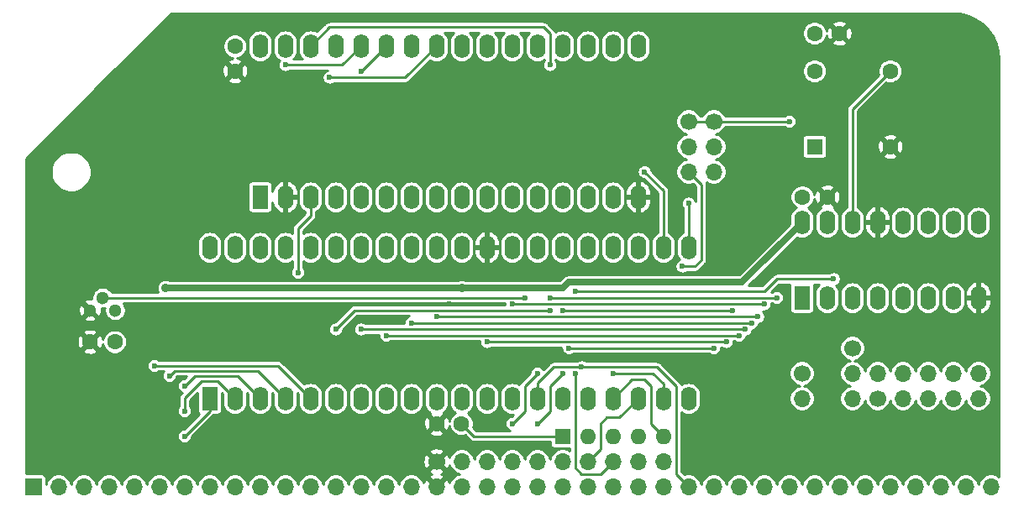
<source format=gbr>
%TF.GenerationSoftware,KiCad,Pcbnew,(5.1.6)-1*%
%TF.CreationDate,2020-11-22T17:12:32-08:00*%
%TF.ProjectId,rc-z80ram,72632d7a-3830-4726-916d-2e6b69636164,rev?*%
%TF.SameCoordinates,PX9157080PY9071968*%
%TF.FileFunction,Copper,L2,Bot*%
%TF.FilePolarity,Positive*%
%FSLAX46Y46*%
G04 Gerber Fmt 4.6, Leading zero omitted, Abs format (unit mm)*
G04 Created by KiCad (PCBNEW (5.1.6)-1) date 2020-11-22 17:12:32*
%MOMM*%
%LPD*%
G01*
G04 APERTURE LIST*
%TA.AperFunction,ComponentPad*%
%ADD10O,1.600000X1.600000*%
%TD*%
%TA.AperFunction,ComponentPad*%
%ADD11R,1.600000X1.600000*%
%TD*%
%TA.AperFunction,ComponentPad*%
%ADD12O,1.600000X2.400000*%
%TD*%
%TA.AperFunction,ComponentPad*%
%ADD13R,1.600000X2.400000*%
%TD*%
%TA.AperFunction,ComponentPad*%
%ADD14O,1.700000X1.700000*%
%TD*%
%TA.AperFunction,ComponentPad*%
%ADD15C,1.700000*%
%TD*%
%TA.AperFunction,ComponentPad*%
%ADD16C,1.600000*%
%TD*%
%TA.AperFunction,ComponentPad*%
%ADD17C,1.300000*%
%TD*%
%TA.AperFunction,ComponentPad*%
%ADD18R,1.700000X1.700000*%
%TD*%
%TA.AperFunction,ViaPad*%
%ADD19C,0.600000*%
%TD*%
%TA.AperFunction,ViaPad*%
%ADD20C,0.900001*%
%TD*%
%TA.AperFunction,Conductor*%
%ADD21C,0.508000*%
%TD*%
%TA.AperFunction,Conductor*%
%ADD22C,0.254000*%
%TD*%
%TA.AperFunction,Conductor*%
%ADD23C,0.635000*%
%TD*%
%TA.AperFunction,Conductor*%
%ADD24C,0.250000*%
%TD*%
G04 APERTURE END LIST*
D10*
%TO.P,RN1,5*%
%TO.N,~NMI*%
X64770000Y6680200D03*
%TO.P,RN1,4*%
%TO.N,~WAIT*%
X62230000Y6680200D03*
%TO.P,RN1,3*%
%TO.N,~BUSRQ*%
X59690000Y6680200D03*
%TO.P,RN1,2*%
%TO.N,~INT*%
X57150000Y6680200D03*
D11*
%TO.P,RN1,1*%
%TO.N,+5V*%
X54610000Y6680200D03*
%TD*%
D12*
%TO.P,U4,16*%
%TO.N,+5V*%
X78740000Y28270200D03*
%TO.P,U4,8*%
%TO.N,GND*%
X96520000Y20650200D03*
%TO.P,U4,15*%
%TO.N,/DRESET*%
X81280000Y28270200D03*
%TO.P,U4,7*%
%TO.N,/DIV3*%
X93980000Y20650200D03*
%TO.P,U4,14*%
%TO.N,OSC*%
X83820000Y28270200D03*
%TO.P,U4,6*%
%TO.N,Net-(U4-Pad6)*%
X91440000Y20650200D03*
%TO.P,U4,13*%
%TO.N,GND*%
X86360000Y28270200D03*
%TO.P,U4,5*%
%TO.N,/DIV6*%
X88900000Y20650200D03*
%TO.P,U4,12*%
%TO.N,Net-(U4-Pad12)*%
X88900000Y28270200D03*
%TO.P,U4,4*%
%TO.N,/DIV2*%
X86360000Y20650200D03*
%TO.P,U4,11*%
%TO.N,Net-(U4-Pad11)*%
X91440000Y28270200D03*
%TO.P,U4,3*%
%TO.N,/CDIV*%
X83820000Y20650200D03*
%TO.P,U4,10*%
%TO.N,/DIV4*%
X93980000Y28270200D03*
%TO.P,U4,2*%
%TO.N,Net-(U4-Pad2)*%
X81280000Y20650200D03*
%TO.P,U4,9*%
%TO.N,/DIV8*%
X96520000Y28270200D03*
D13*
%TO.P,U4,1*%
%TO.N,Net-(U4-Pad1)*%
X78740000Y20650200D03*
%TD*%
D14*
%TO.P,JP5,10*%
%TO.N,/DIV8*%
X96520000Y13030200D03*
%TO.P,JP5,9*%
%TO.N,/DRESET*%
X96520000Y10490200D03*
%TO.P,JP5,8*%
%TO.N,/DIV6*%
X93980000Y13030200D03*
%TO.P,JP5,7*%
%TO.N,/DRESET*%
X93980000Y10490200D03*
%TO.P,JP5,6*%
%TO.N,/DIV4*%
X91440000Y13030200D03*
%TO.P,JP5,5*%
%TO.N,/DRESET*%
X91440000Y10490200D03*
%TO.P,JP5,4*%
%TO.N,/DIV3*%
X88900000Y13030200D03*
%TO.P,JP5,3*%
%TO.N,/DRESET*%
X88900000Y10490200D03*
%TO.P,JP5,2*%
%TO.N,/DIV2*%
X86360000Y13030200D03*
D15*
%TO.P,JP5,1*%
%TO.N,/DRESET*%
X86360000Y10490200D03*
%TD*%
D14*
%TO.P,JP4,3*%
%TO.N,OSC*%
X83820000Y10490200D03*
%TO.P,JP4,2*%
%TO.N,CLK2*%
X83820000Y13030200D03*
D15*
%TO.P,JP4,1*%
%TO.N,/CDIV*%
X83820000Y15570200D03*
%TD*%
D16*
%TO.P,C4,2*%
%TO.N,+5V*%
X78780000Y30810200D03*
%TO.P,C4,1*%
%TO.N,GND*%
X81280000Y30810200D03*
%TD*%
%TO.P,X1,4*%
%TO.N,GND*%
X87630000Y35890200D03*
%TO.P,X1,5*%
%TO.N,OSC*%
X87630000Y43510200D03*
%TO.P,X1,8*%
%TO.N,+5V*%
X80010000Y43510200D03*
D11*
%TO.P,X1,1*%
%TO.N,Net-(X1-Pad1)*%
X80010000Y35890200D03*
%TD*%
D17*
%TO.P,U3,1*%
%TO.N,GND*%
X6985000Y19380200D03*
%TO.P,U3,3*%
%TO.N,+5V*%
X9525000Y19380200D03*
%TO.P,U3,2*%
%TO.N,~RESET*%
X8255000Y20650200D03*
%TD*%
D14*
%TO.P,JP3,2*%
%TO.N,OSC*%
X78740000Y10490200D03*
D15*
%TO.P,JP3,1*%
%TO.N,CLK*%
X78740000Y13030200D03*
%TD*%
%TO.P,JP2,1*%
%TO.N,+5V*%
X69850000Y38430200D03*
D14*
%TO.P,JP2,2*%
%TO.N,/CS2*%
X69850000Y35890200D03*
%TO.P,JP2,3*%
%TO.N,PAGE*%
X69850000Y33350200D03*
%TD*%
%TO.P,JP1,3*%
%TO.N,~MREQ*%
X67310000Y33350200D03*
%TO.P,JP1,2*%
%TO.N,/~CS1*%
X67310000Y35890200D03*
D15*
%TO.P,JP1,1*%
%TO.N,+5V*%
X67310000Y38430200D03*
%TD*%
D16*
%TO.P,C5,2*%
%TO.N,~RESET*%
X9485000Y16205200D03*
%TO.P,C5,1*%
%TO.N,GND*%
X6985000Y16205200D03*
%TD*%
%TO.P,C1,2*%
%TO.N,+5V*%
X44410000Y7950200D03*
%TO.P,C1,1*%
%TO.N,GND*%
X41910000Y7950200D03*
%TD*%
%TO.P,C2,2*%
%TO.N,+5V*%
X21590000Y46010200D03*
%TO.P,C2,1*%
%TO.N,GND*%
X21590000Y43510200D03*
%TD*%
%TO.P,C3,2*%
%TO.N,GND*%
X82510000Y47320200D03*
%TO.P,C3,1*%
%TO.N,+5V*%
X80010000Y47320200D03*
%TD*%
D12*
%TO.P,U2,32*%
%TO.N,+5V*%
X24130000Y46050200D03*
%TO.P,U2,16*%
%TO.N,GND*%
X62230000Y30810200D03*
%TO.P,U2,31*%
%TO.N,A15*%
X26670000Y46050200D03*
%TO.P,U2,15*%
%TO.N,D2*%
X59690000Y30810200D03*
%TO.P,U2,30*%
%TO.N,/CS2*%
X29210000Y46050200D03*
%TO.P,U2,14*%
%TO.N,D1*%
X57150000Y30810200D03*
%TO.P,U2,29*%
%TO.N,~WR*%
X31750000Y46050200D03*
%TO.P,U2,13*%
%TO.N,D0*%
X54610000Y30810200D03*
%TO.P,U2,28*%
%TO.N,A13*%
X34290000Y46050200D03*
%TO.P,U2,12*%
%TO.N,A0*%
X52070000Y30810200D03*
%TO.P,U2,27*%
%TO.N,A8*%
X36830000Y46050200D03*
%TO.P,U2,11*%
%TO.N,A1*%
X49530000Y30810200D03*
%TO.P,U2,26*%
%TO.N,A9*%
X39370000Y46050200D03*
%TO.P,U2,10*%
%TO.N,A2*%
X46990000Y30810200D03*
%TO.P,U2,25*%
%TO.N,A11*%
X41910000Y46050200D03*
%TO.P,U2,9*%
%TO.N,A3*%
X44450000Y30810200D03*
%TO.P,U2,24*%
%TO.N,~RD*%
X44450000Y46050200D03*
%TO.P,U2,8*%
%TO.N,A4*%
X41910000Y30810200D03*
%TO.P,U2,23*%
%TO.N,A10*%
X46990000Y46050200D03*
%TO.P,U2,7*%
%TO.N,A5*%
X39370000Y30810200D03*
%TO.P,U2,22*%
%TO.N,/~CS1*%
X49530000Y46050200D03*
%TO.P,U2,6*%
%TO.N,A6*%
X36830000Y30810200D03*
%TO.P,U2,21*%
%TO.N,D7*%
X52070000Y46050200D03*
%TO.P,U2,5*%
%TO.N,A7*%
X34290000Y30810200D03*
%TO.P,U2,20*%
%TO.N,D6*%
X54610000Y46050200D03*
%TO.P,U2,4*%
%TO.N,A12*%
X31750000Y30810200D03*
%TO.P,U2,19*%
%TO.N,D5*%
X57150000Y46050200D03*
%TO.P,U2,3*%
%TO.N,A14*%
X29210000Y30810200D03*
%TO.P,U2,18*%
%TO.N,D4*%
X59690000Y46050200D03*
%TO.P,U2,2*%
%TO.N,GND*%
X26670000Y30810200D03*
%TO.P,U2,17*%
%TO.N,D3*%
X62230000Y46050200D03*
D13*
%TO.P,U2,1*%
%TO.N,Net-(U2-Pad1)*%
X24130000Y30810200D03*
%TD*%
D12*
%TO.P,U1,40*%
%TO.N,A10*%
X19050000Y25730200D03*
%TO.P,U1,20*%
%TO.N,~IOREQ*%
X67310000Y10490200D03*
%TO.P,U1,39*%
%TO.N,A9*%
X21590000Y25730200D03*
%TO.P,U1,19*%
%TO.N,~MREQ*%
X64770000Y10490200D03*
%TO.P,U1,38*%
%TO.N,A8*%
X24130000Y25730200D03*
%TO.P,U1,18*%
%TO.N,~HALT*%
X62230000Y10490200D03*
%TO.P,U1,37*%
%TO.N,A7*%
X26670000Y25730200D03*
%TO.P,U1,17*%
%TO.N,~NMI*%
X59690000Y10490200D03*
%TO.P,U1,36*%
%TO.N,A6*%
X29210000Y25730200D03*
%TO.P,U1,16*%
%TO.N,~INT*%
X57150000Y10490200D03*
%TO.P,U1,35*%
%TO.N,A5*%
X31750000Y25730200D03*
%TO.P,U1,15*%
%TO.N,D1*%
X54610000Y10490200D03*
%TO.P,U1,34*%
%TO.N,A4*%
X34290000Y25730200D03*
%TO.P,U1,14*%
%TO.N,D0*%
X52070000Y10490200D03*
%TO.P,U1,33*%
%TO.N,A3*%
X36830000Y25730200D03*
%TO.P,U1,13*%
%TO.N,D7*%
X49530000Y10490200D03*
%TO.P,U1,32*%
%TO.N,A2*%
X39370000Y25730200D03*
%TO.P,U1,12*%
%TO.N,D2*%
X46990000Y10490200D03*
%TO.P,U1,31*%
%TO.N,A1*%
X41910000Y25730200D03*
%TO.P,U1,11*%
%TO.N,+5V*%
X44450000Y10490200D03*
%TO.P,U1,30*%
%TO.N,A0*%
X44450000Y25730200D03*
%TO.P,U1,10*%
%TO.N,D6*%
X41910000Y10490200D03*
%TO.P,U1,29*%
%TO.N,GND*%
X46990000Y25730200D03*
%TO.P,U1,9*%
%TO.N,D5*%
X39370000Y10490200D03*
%TO.P,U1,28*%
%TO.N,~RFSH*%
X49530000Y25730200D03*
%TO.P,U1,8*%
%TO.N,D3*%
X36830000Y10490200D03*
%TO.P,U1,27*%
%TO.N,~M1*%
X52070000Y25730200D03*
%TO.P,U1,7*%
%TO.N,D4*%
X34290000Y10490200D03*
%TO.P,U1,26*%
%TO.N,~RESET*%
X54610000Y25730200D03*
%TO.P,U1,6*%
%TO.N,CLK*%
X31750000Y10490200D03*
%TO.P,U1,25*%
%TO.N,~BUSRQ*%
X57150000Y25730200D03*
%TO.P,U1,5*%
%TO.N,A15*%
X29210000Y10490200D03*
%TO.P,U1,24*%
%TO.N,~WAIT*%
X59690000Y25730200D03*
%TO.P,U1,4*%
%TO.N,A14*%
X26670000Y10490200D03*
%TO.P,U1,23*%
%TO.N,~BUSACK*%
X62230000Y25730200D03*
%TO.P,U1,3*%
%TO.N,A13*%
X24130000Y10490200D03*
%TO.P,U1,22*%
%TO.N,~WR*%
X64770000Y25730200D03*
%TO.P,U1,2*%
%TO.N,A12*%
X21590000Y10490200D03*
%TO.P,U1,21*%
%TO.N,~RD*%
X67310000Y25730200D03*
D13*
%TO.P,U1,1*%
%TO.N,A11*%
X19050000Y10490200D03*
%TD*%
D14*
%TO.P,J2,10*%
%TO.N,~NMI*%
X64770000Y4140200D03*
%TO.P,J2,9*%
%TO.N,~WAIT*%
X62230000Y4140200D03*
%TO.P,J2,8*%
%TO.N,~BUSRQ*%
X59690000Y4140200D03*
%TO.P,J2,7*%
%TO.N,~HALT*%
X57150000Y4140200D03*
%TO.P,J2,6*%
%TO.N,~BUSACK*%
X54610000Y4140200D03*
%TO.P,J2,5*%
%TO.N,CLK2*%
X52070000Y4140200D03*
%TO.P,J2,4*%
%TO.N,PAGE*%
X49530000Y4140200D03*
%TO.P,J2,3*%
%TO.N,~RFSH*%
X46990000Y4140200D03*
%TO.P,J2,2*%
%TO.N,+5V*%
X44450000Y4140200D03*
D15*
%TO.P,J2,1*%
%TO.N,GND*%
X41910000Y4140200D03*
%TD*%
D14*
%TO.P,J1,39*%
%TO.N,Net-(J1-Pad39)*%
X97790000Y1600200D03*
%TO.P,J1,38*%
%TO.N,Net-(J1-Pad38)*%
X95250000Y1600200D03*
%TO.P,J1,37*%
%TO.N,Net-(J1-Pad37)*%
X92710000Y1600200D03*
%TO.P,J1,36*%
%TO.N,Net-(J1-Pad36)*%
X90170000Y1600200D03*
%TO.P,J1,35*%
%TO.N,Net-(J1-Pad35)*%
X87630000Y1600200D03*
%TO.P,J1,34*%
%TO.N,D7*%
X85090000Y1600200D03*
%TO.P,J1,33*%
%TO.N,D6*%
X82550000Y1600200D03*
%TO.P,J1,32*%
%TO.N,D5*%
X80010000Y1600200D03*
%TO.P,J1,31*%
%TO.N,D4*%
X77470000Y1600200D03*
%TO.P,J1,30*%
%TO.N,D3*%
X74930000Y1600200D03*
%TO.P,J1,29*%
%TO.N,D2*%
X72390000Y1600200D03*
%TO.P,J1,28*%
%TO.N,D1*%
X69850000Y1600200D03*
%TO.P,J1,27*%
%TO.N,D0*%
X67310000Y1600200D03*
%TO.P,J1,26*%
%TO.N,~IOREQ*%
X64770000Y1600200D03*
%TO.P,J1,25*%
%TO.N,~RD*%
X62230000Y1600200D03*
%TO.P,J1,24*%
%TO.N,~WR*%
X59690000Y1600200D03*
%TO.P,J1,23*%
%TO.N,~MREQ*%
X57150000Y1600200D03*
%TO.P,J1,22*%
%TO.N,~INT*%
X54610000Y1600200D03*
%TO.P,J1,21*%
%TO.N,CLK*%
X52070000Y1600200D03*
%TO.P,J1,20*%
%TO.N,~RESET*%
X49530000Y1600200D03*
%TO.P,J1,19*%
%TO.N,~M1*%
X46990000Y1600200D03*
%TO.P,J1,18*%
%TO.N,+5V*%
X44450000Y1600200D03*
%TO.P,J1,17*%
%TO.N,GND*%
X41910000Y1600200D03*
%TO.P,J1,16*%
%TO.N,A0*%
X39370000Y1600200D03*
%TO.P,J1,15*%
%TO.N,A1*%
X36830000Y1600200D03*
%TO.P,J1,14*%
%TO.N,A2*%
X34290000Y1600200D03*
%TO.P,J1,13*%
%TO.N,A3*%
X31750000Y1600200D03*
%TO.P,J1,12*%
%TO.N,A4*%
X29210000Y1600200D03*
%TO.P,J1,11*%
%TO.N,A5*%
X26670000Y1600200D03*
%TO.P,J1,10*%
%TO.N,A6*%
X24130000Y1600200D03*
%TO.P,J1,9*%
%TO.N,A7*%
X21590000Y1600200D03*
%TO.P,J1,8*%
%TO.N,A8*%
X19050000Y1600200D03*
%TO.P,J1,7*%
%TO.N,A9*%
X16510000Y1600200D03*
%TO.P,J1,6*%
%TO.N,A10*%
X13970000Y1600200D03*
%TO.P,J1,5*%
%TO.N,A11*%
X11430000Y1600200D03*
%TO.P,J1,4*%
%TO.N,A12*%
X8890000Y1600200D03*
%TO.P,J1,3*%
%TO.N,A13*%
X6350000Y1600200D03*
%TO.P,J1,2*%
%TO.N,A14*%
X3810000Y1600200D03*
D18*
%TO.P,J1,1*%
%TO.N,A15*%
X1270000Y1600200D03*
%TD*%
D19*
%TO.N,GND*%
X43180000Y20015200D03*
%TO.N,CLK*%
X53340000Y19380200D03*
X53340000Y20650200D03*
X76200000Y20650200D03*
X31750000Y17475192D03*
%TO.N,D7*%
X49530000Y20015200D03*
X74929992Y20015200D03*
%TO.N,D6*%
X41910000Y18745200D03*
X74295000Y18745200D03*
%TO.N,D5*%
X39370000Y18110200D03*
X73660000Y18110200D03*
%TO.N,D4*%
X34290000Y17475200D03*
X73025000Y17475200D03*
%TO.N,D3*%
X36830000Y16840200D03*
X72390000Y16840200D03*
%TO.N,D2*%
X46990000Y16205200D03*
X71119992Y16205192D03*
%TO.N,D1*%
X55245000Y15570200D03*
X69850000Y15570200D03*
%TO.N,D0*%
X56515000Y13665200D03*
%TO.N,~RD*%
X67310000Y30175200D03*
%TO.N,~WR*%
X62865000Y33350200D03*
%TO.N,~MREQ*%
X59690000Y13030200D03*
X66674998Y23825200D03*
%TO.N,~RESET*%
X50800000Y20650200D03*
%TO.N,+5V*%
X77470000Y38430200D03*
D20*
X44450000Y21602700D03*
X14605000Y21602700D03*
D19*
%TO.N,A8*%
X34290000Y43510174D03*
%TO.N,A11*%
X16510000Y6680182D03*
X31115000Y42875200D03*
%TO.N,A12*%
X16510000Y9220202D03*
%TO.N,A13*%
X16510000Y11760200D03*
X26670000Y44145208D03*
%TO.N,A14*%
X27940000Y23190200D03*
X14985984Y12776200D03*
%TO.N,A15*%
X13461994Y13792200D03*
%TO.N,~BUSRQ*%
X55880000Y13030200D03*
%TO.N,PAGE*%
X52070000Y13030200D03*
X54610000Y19380200D03*
X49530000Y7950200D03*
X71755000Y19380200D03*
%TO.N,/CS2*%
X53340000Y44145200D03*
%TO.N,CLK2*%
X52070000Y7950200D03*
X54610000Y13030200D03*
X55880000Y21285200D03*
X81914988Y22555188D03*
%TD*%
D21*
%TO.N,GND*%
X41910000Y1600200D02*
X40640000Y2870200D01*
X41910000Y1600200D02*
X43180000Y2870200D01*
D22*
%TO.N,CLK*%
X53340000Y20650200D02*
X76200000Y20650200D01*
X53340000Y19380200D02*
X33655008Y19380200D01*
X33655008Y19380200D02*
X31750000Y17475192D01*
%TO.N,D7*%
X49530000Y20015200D02*
X74929992Y20015200D01*
%TO.N,D6*%
X41910000Y18745200D02*
X74295000Y18745200D01*
%TO.N,D5*%
X39370000Y18110200D02*
X73660000Y18110200D01*
%TO.N,D4*%
X34290000Y17475200D02*
X73025000Y17475200D01*
%TO.N,D3*%
X36830000Y16840200D02*
X72390000Y16840200D01*
%TO.N,D2*%
X71119984Y16205200D02*
X71119992Y16205192D01*
X46990000Y16205200D02*
X71119984Y16205200D01*
%TO.N,D1*%
X55245000Y15570200D02*
X69850000Y15570200D01*
%TO.N,D0*%
X66040000Y11760200D02*
X66040000Y2870200D01*
X56515000Y13665200D02*
X64135000Y13665200D01*
X66040000Y2870200D02*
X67310000Y1600200D01*
X64135000Y13665200D02*
X66040000Y11760200D01*
X53682036Y13665200D02*
X52070000Y12053164D01*
X56515000Y13665200D02*
X53682036Y13665200D01*
X52070000Y12053164D02*
X52070000Y10490200D01*
%TO.N,~RD*%
X67310000Y30175200D02*
X67310000Y25730200D01*
%TO.N,~WR*%
X64770000Y31445200D02*
X62865000Y33350200D01*
X64770000Y25730200D02*
X64770000Y31445200D01*
%TO.N,~MREQ*%
X64770000Y11944200D02*
X64770000Y10490200D01*
X63684000Y13030200D02*
X64770000Y11944200D01*
X59690000Y13030200D02*
X63684000Y13030200D01*
X67310000Y33350200D02*
X68580000Y32080200D01*
X67945000Y23825200D02*
X66674998Y23825200D01*
X68580000Y32080200D02*
X68580000Y24460200D01*
X68580000Y24460200D02*
X67945000Y23825200D01*
%TO.N,~RESET*%
X8255000Y20650200D02*
X50800000Y20650200D01*
%TO.N,+5V*%
X45680000Y6680200D02*
X54610000Y6680200D01*
X44410000Y7950200D02*
X45680000Y6680200D01*
X69850000Y38430200D02*
X67310000Y38430200D01*
D23*
X44410000Y10450200D02*
X44450000Y10490200D01*
D22*
X69850000Y38430200D02*
X77470000Y38430200D01*
D23*
X44450000Y21602700D02*
X14605000Y21602700D01*
X72707500Y22237700D02*
X78740000Y28270200D01*
X44450000Y21602700D02*
X54610000Y21602700D01*
X55245000Y22237700D02*
X72707500Y22237700D01*
X54610000Y21602700D02*
X55245000Y22237700D01*
D22*
%TO.N,A8*%
X34290000Y43510200D02*
X34290000Y43510174D01*
X36830000Y46050200D02*
X34290000Y43510200D01*
%TO.N,A11*%
X16510000Y6680200D02*
X16510000Y6680182D01*
X19050000Y10490200D02*
X19050000Y9220200D01*
X19050000Y9220200D02*
X16510000Y6680200D01*
X41910000Y46050200D02*
X38735000Y42875200D01*
D24*
X38735000Y42875200D02*
X31115000Y42875200D01*
D22*
%TO.N,A12*%
X18239398Y12268200D02*
X16510000Y10538802D01*
X16510000Y10538802D02*
X16510000Y9220202D01*
X21590000Y10490200D02*
X19812000Y12268200D01*
X19812000Y12268200D02*
X18239398Y12268200D01*
%TO.N,A13*%
X17526000Y12776200D02*
X16510000Y11760200D01*
X24130000Y10490200D02*
X21844000Y12776200D01*
X21844000Y12776200D02*
X17526000Y12776200D01*
X32385008Y44145208D02*
X26670000Y44145208D01*
X34290000Y46050200D02*
X32385008Y44145208D01*
%TO.N,A14*%
X27940000Y23190200D02*
X27940000Y27635200D01*
X29210000Y28905200D02*
X29210000Y30810200D01*
X27940000Y27635200D02*
X29210000Y28905200D01*
X23876000Y13284200D02*
X15493984Y13284200D01*
X15493984Y13284200D02*
X14985984Y12776200D01*
X26670000Y10490200D02*
X23876000Y13284200D01*
%TO.N,A15*%
X1270000Y1600200D02*
X1667962Y1600200D01*
X25908000Y13792200D02*
X13461994Y13792200D01*
X29210000Y10490200D02*
X25908000Y13792200D01*
%TO.N,~NMI*%
X62865000Y12395200D02*
X61595000Y12395200D01*
X61595000Y12395200D02*
X59690000Y10490200D01*
X63500000Y11760200D02*
X62865000Y12395200D01*
X64770000Y6680200D02*
X63500000Y7950200D01*
X63500000Y7950200D02*
X63500000Y11760200D01*
%TO.N,~BUSRQ*%
X55880000Y3505200D02*
X55880000Y13030200D01*
X56515000Y2870200D02*
X55880000Y3505200D01*
X59690000Y4140200D02*
X58420000Y2870200D01*
X58420000Y2870200D02*
X56515000Y2870200D01*
%TO.N,~HALT*%
X60325000Y8585200D02*
X62230000Y10490200D01*
X59055000Y8585200D02*
X60325000Y8585200D01*
X58420000Y7950200D02*
X59055000Y8585200D01*
X57150000Y4140200D02*
X58420000Y5410200D01*
X58420000Y5410200D02*
X58420000Y7950200D01*
%TO.N,PAGE*%
X52070000Y13030200D02*
X50800000Y11760200D01*
X50800000Y11760200D02*
X50800000Y9220200D01*
X50800000Y9220200D02*
X49530000Y7950200D01*
X54610000Y19380200D02*
X71755000Y19380200D01*
%TO.N,/CS2*%
X53340000Y44145200D02*
X53340000Y47320200D01*
X53340000Y47320200D02*
X52705000Y47955200D01*
X52705000Y47955200D02*
X31115000Y47955200D01*
X31115000Y47955200D02*
X29210000Y46050200D01*
%TO.N,CLK2*%
X52070000Y7950200D02*
X53340000Y9220200D01*
X53340000Y11760200D02*
X54610000Y13030200D01*
X53340000Y9220200D02*
X53340000Y11760200D01*
X74930000Y21285200D02*
X76199988Y22555188D01*
X76199988Y22555188D02*
X81914988Y22555188D01*
X55880000Y21285200D02*
X74930000Y21285200D01*
%TO.N,OSC*%
X83820000Y39700200D02*
X83820000Y28270200D01*
X87630000Y43510200D02*
X83820000Y39700200D01*
%TD*%
%TO.N,GND*%
G36*
X42037000Y1727200D02*
G01*
X42057000Y1727200D01*
X42057000Y1473200D01*
X42037000Y1473200D01*
X42037000Y1453200D01*
X41783000Y1453200D01*
X41783000Y1473200D01*
X41763000Y1473200D01*
X41763000Y1727200D01*
X41783000Y1727200D01*
X41783000Y1747200D01*
X42037000Y1747200D01*
X42037000Y1727200D01*
G37*
X42037000Y1727200D02*
X42057000Y1727200D01*
X42057000Y1473200D01*
X42037000Y1473200D01*
X42037000Y1453200D01*
X41783000Y1453200D01*
X41783000Y1473200D01*
X41763000Y1473200D01*
X41763000Y1727200D01*
X41783000Y1727200D01*
X41783000Y1747200D01*
X42037000Y1747200D01*
X42037000Y1727200D01*
G36*
X94730956Y49280497D02*
G01*
X95517463Y49069754D01*
X96255433Y48725633D01*
X96922429Y48258597D01*
X97498197Y47682829D01*
X97965233Y47015833D01*
X98309354Y46277863D01*
X98520098Y45491355D01*
X98594600Y44639789D01*
X98594601Y2604191D01*
X98397160Y2736116D01*
X98163887Y2832741D01*
X97916246Y2882000D01*
X97663754Y2882000D01*
X97416113Y2832741D01*
X97182840Y2736116D01*
X96972900Y2595839D01*
X96794361Y2417300D01*
X96654084Y2207360D01*
X96557459Y1974087D01*
X96520000Y1785768D01*
X96482541Y1974087D01*
X96385916Y2207360D01*
X96245639Y2417300D01*
X96067100Y2595839D01*
X95857160Y2736116D01*
X95623887Y2832741D01*
X95376246Y2882000D01*
X95123754Y2882000D01*
X94876113Y2832741D01*
X94642840Y2736116D01*
X94432900Y2595839D01*
X94254361Y2417300D01*
X94114084Y2207360D01*
X94017459Y1974087D01*
X93980000Y1785768D01*
X93942541Y1974087D01*
X93845916Y2207360D01*
X93705639Y2417300D01*
X93527100Y2595839D01*
X93317160Y2736116D01*
X93083887Y2832741D01*
X92836246Y2882000D01*
X92583754Y2882000D01*
X92336113Y2832741D01*
X92102840Y2736116D01*
X91892900Y2595839D01*
X91714361Y2417300D01*
X91574084Y2207360D01*
X91477459Y1974087D01*
X91440000Y1785768D01*
X91402541Y1974087D01*
X91305916Y2207360D01*
X91165639Y2417300D01*
X90987100Y2595839D01*
X90777160Y2736116D01*
X90543887Y2832741D01*
X90296246Y2882000D01*
X90043754Y2882000D01*
X89796113Y2832741D01*
X89562840Y2736116D01*
X89352900Y2595839D01*
X89174361Y2417300D01*
X89034084Y2207360D01*
X88937459Y1974087D01*
X88900000Y1785768D01*
X88862541Y1974087D01*
X88765916Y2207360D01*
X88625639Y2417300D01*
X88447100Y2595839D01*
X88237160Y2736116D01*
X88003887Y2832741D01*
X87756246Y2882000D01*
X87503754Y2882000D01*
X87256113Y2832741D01*
X87022840Y2736116D01*
X86812900Y2595839D01*
X86634361Y2417300D01*
X86494084Y2207360D01*
X86397459Y1974087D01*
X86360000Y1785768D01*
X86322541Y1974087D01*
X86225916Y2207360D01*
X86085639Y2417300D01*
X85907100Y2595839D01*
X85697160Y2736116D01*
X85463887Y2832741D01*
X85216246Y2882000D01*
X84963754Y2882000D01*
X84716113Y2832741D01*
X84482840Y2736116D01*
X84272900Y2595839D01*
X84094361Y2417300D01*
X83954084Y2207360D01*
X83857459Y1974087D01*
X83820000Y1785768D01*
X83782541Y1974087D01*
X83685916Y2207360D01*
X83545639Y2417300D01*
X83367100Y2595839D01*
X83157160Y2736116D01*
X82923887Y2832741D01*
X82676246Y2882000D01*
X82423754Y2882000D01*
X82176113Y2832741D01*
X81942840Y2736116D01*
X81732900Y2595839D01*
X81554361Y2417300D01*
X81414084Y2207360D01*
X81317459Y1974087D01*
X81280000Y1785768D01*
X81242541Y1974087D01*
X81145916Y2207360D01*
X81005639Y2417300D01*
X80827100Y2595839D01*
X80617160Y2736116D01*
X80383887Y2832741D01*
X80136246Y2882000D01*
X79883754Y2882000D01*
X79636113Y2832741D01*
X79402840Y2736116D01*
X79192900Y2595839D01*
X79014361Y2417300D01*
X78874084Y2207360D01*
X78777459Y1974087D01*
X78740000Y1785768D01*
X78702541Y1974087D01*
X78605916Y2207360D01*
X78465639Y2417300D01*
X78287100Y2595839D01*
X78077160Y2736116D01*
X77843887Y2832741D01*
X77596246Y2882000D01*
X77343754Y2882000D01*
X77096113Y2832741D01*
X76862840Y2736116D01*
X76652900Y2595839D01*
X76474361Y2417300D01*
X76334084Y2207360D01*
X76237459Y1974087D01*
X76200000Y1785768D01*
X76162541Y1974087D01*
X76065916Y2207360D01*
X75925639Y2417300D01*
X75747100Y2595839D01*
X75537160Y2736116D01*
X75303887Y2832741D01*
X75056246Y2882000D01*
X74803754Y2882000D01*
X74556113Y2832741D01*
X74322840Y2736116D01*
X74112900Y2595839D01*
X73934361Y2417300D01*
X73794084Y2207360D01*
X73697459Y1974087D01*
X73660000Y1785768D01*
X73622541Y1974087D01*
X73525916Y2207360D01*
X73385639Y2417300D01*
X73207100Y2595839D01*
X72997160Y2736116D01*
X72763887Y2832741D01*
X72516246Y2882000D01*
X72263754Y2882000D01*
X72016113Y2832741D01*
X71782840Y2736116D01*
X71572900Y2595839D01*
X71394361Y2417300D01*
X71254084Y2207360D01*
X71157459Y1974087D01*
X71120000Y1785768D01*
X71082541Y1974087D01*
X70985916Y2207360D01*
X70845639Y2417300D01*
X70667100Y2595839D01*
X70457160Y2736116D01*
X70223887Y2832741D01*
X69976246Y2882000D01*
X69723754Y2882000D01*
X69476113Y2832741D01*
X69242840Y2736116D01*
X69032900Y2595839D01*
X68854361Y2417300D01*
X68714084Y2207360D01*
X68617459Y1974087D01*
X68580000Y1785768D01*
X68542541Y1974087D01*
X68445916Y2207360D01*
X68305639Y2417300D01*
X68127100Y2595839D01*
X67917160Y2736116D01*
X67683887Y2832741D01*
X67436246Y2882000D01*
X67183754Y2882000D01*
X66936113Y2832741D01*
X66887753Y2812709D01*
X66598800Y3101662D01*
X66598800Y9080357D01*
X66622338Y9061040D01*
X66836331Y8946659D01*
X67068526Y8876223D01*
X67310000Y8852440D01*
X67551475Y8876223D01*
X67783670Y8946659D01*
X67997663Y9061040D01*
X68185228Y9214972D01*
X68339160Y9402537D01*
X68453541Y9616530D01*
X68523977Y9848726D01*
X68541800Y10029688D01*
X68541800Y10950713D01*
X68523977Y11131675D01*
X68453541Y11363870D01*
X68339160Y11577863D01*
X68185228Y11765428D01*
X67997662Y11919360D01*
X67783669Y12033741D01*
X67551474Y12104177D01*
X67310000Y12127960D01*
X67068525Y12104177D01*
X66836330Y12033741D01*
X66622337Y11919360D01*
X66584967Y11888691D01*
X66558761Y11975078D01*
X66535031Y12019474D01*
X66506873Y12072155D01*
X66454537Y12135926D01*
X66437043Y12157243D01*
X66415725Y12174738D01*
X65434017Y13156446D01*
X77458200Y13156446D01*
X77458200Y12903954D01*
X77507459Y12656313D01*
X77604084Y12423040D01*
X77744361Y12213100D01*
X77922900Y12034561D01*
X78132840Y11894284D01*
X78366113Y11797659D01*
X78554432Y11760200D01*
X78366113Y11722741D01*
X78132840Y11626116D01*
X77922900Y11485839D01*
X77744361Y11307300D01*
X77604084Y11097360D01*
X77507459Y10864087D01*
X77458200Y10616446D01*
X77458200Y10363954D01*
X77507459Y10116313D01*
X77604084Y9883040D01*
X77744361Y9673100D01*
X77922900Y9494561D01*
X78132840Y9354284D01*
X78366113Y9257659D01*
X78613754Y9208400D01*
X78866246Y9208400D01*
X79113887Y9257659D01*
X79347160Y9354284D01*
X79557100Y9494561D01*
X79735639Y9673100D01*
X79875916Y9883040D01*
X79972541Y10116313D01*
X80021800Y10363954D01*
X80021800Y10616446D01*
X79972541Y10864087D01*
X79875916Y11097360D01*
X79735639Y11307300D01*
X79557100Y11485839D01*
X79347160Y11626116D01*
X79113887Y11722741D01*
X78925568Y11760200D01*
X79113887Y11797659D01*
X79347160Y11894284D01*
X79557100Y12034561D01*
X79735639Y12213100D01*
X79875916Y12423040D01*
X79972541Y12656313D01*
X80021800Y12903954D01*
X80021800Y13156446D01*
X79972541Y13404087D01*
X79875916Y13637360D01*
X79735639Y13847300D01*
X79557100Y14025839D01*
X79347160Y14166116D01*
X79113887Y14262741D01*
X78866246Y14312000D01*
X78613754Y14312000D01*
X78366113Y14262741D01*
X78132840Y14166116D01*
X77922900Y14025839D01*
X77744361Y13847300D01*
X77604084Y13637360D01*
X77507459Y13404087D01*
X77458200Y13156446D01*
X65434017Y13156446D01*
X64549543Y14040919D01*
X64532043Y14062243D01*
X64446954Y14132073D01*
X64349878Y14183961D01*
X64244544Y14215914D01*
X64162444Y14224000D01*
X64162442Y14224000D01*
X64135000Y14226703D01*
X64107558Y14224000D01*
X56991121Y14224000D01*
X56981495Y14233626D01*
X56861637Y14313713D01*
X56728458Y14368877D01*
X56587076Y14397000D01*
X56442924Y14397000D01*
X56301542Y14368877D01*
X56168363Y14313713D01*
X56048505Y14233626D01*
X56038879Y14224000D01*
X53709477Y14224000D01*
X53682035Y14226703D01*
X53654593Y14224000D01*
X53654592Y14224000D01*
X53572492Y14215914D01*
X53467158Y14183961D01*
X53370082Y14132073D01*
X53284993Y14062243D01*
X53267493Y14040919D01*
X52672409Y13445835D01*
X52638426Y13496695D01*
X52536495Y13598626D01*
X52416637Y13678713D01*
X52283458Y13733877D01*
X52142076Y13762000D01*
X51997924Y13762000D01*
X51856542Y13733877D01*
X51723363Y13678713D01*
X51603505Y13598626D01*
X51501574Y13496695D01*
X51421487Y13376837D01*
X51366323Y13243658D01*
X51338200Y13102276D01*
X51338200Y13088662D01*
X50424281Y12174743D01*
X50402957Y12157243D01*
X50333127Y12072154D01*
X50281239Y11975077D01*
X50255034Y11888690D01*
X50217662Y11919360D01*
X50003669Y12033741D01*
X49771474Y12104177D01*
X49530000Y12127960D01*
X49288525Y12104177D01*
X49056330Y12033741D01*
X48842337Y11919360D01*
X48654772Y11765428D01*
X48500840Y11577862D01*
X48386459Y11363869D01*
X48316023Y11131674D01*
X48298200Y10950712D01*
X48298200Y10029687D01*
X48316023Y9848725D01*
X48386459Y9616530D01*
X48500841Y9402537D01*
X48654773Y9214972D01*
X48842338Y9061040D01*
X49056331Y8946659D01*
X49288526Y8876223D01*
X49530000Y8852440D01*
X49654212Y8864674D01*
X49471538Y8682000D01*
X49457924Y8682000D01*
X49316542Y8653877D01*
X49183363Y8598713D01*
X49063505Y8518626D01*
X48961574Y8416695D01*
X48881487Y8296837D01*
X48826323Y8163658D01*
X48798200Y8022276D01*
X48798200Y7878124D01*
X48826323Y7736742D01*
X48881487Y7603563D01*
X48961574Y7483705D01*
X49063505Y7381774D01*
X49183363Y7301687D01*
X49316542Y7246523D01*
X49354362Y7239000D01*
X45911462Y7239000D01*
X45584241Y7566221D01*
X45594462Y7590897D01*
X45641800Y7828878D01*
X45641800Y8071522D01*
X45594462Y8309503D01*
X45501607Y8533676D01*
X45366801Y8735427D01*
X45195227Y8907001D01*
X45041565Y9009675D01*
X45137663Y9061040D01*
X45325228Y9214972D01*
X45479160Y9402537D01*
X45593541Y9616530D01*
X45663977Y9848726D01*
X45681800Y10029688D01*
X45681800Y10950712D01*
X45758200Y10950712D01*
X45758200Y10029687D01*
X45776023Y9848725D01*
X45846459Y9616530D01*
X45960841Y9402537D01*
X46114773Y9214972D01*
X46302338Y9061040D01*
X46516331Y8946659D01*
X46748526Y8876223D01*
X46990000Y8852440D01*
X47231475Y8876223D01*
X47463670Y8946659D01*
X47677663Y9061040D01*
X47865228Y9214972D01*
X48019160Y9402537D01*
X48133541Y9616530D01*
X48203977Y9848726D01*
X48221800Y10029688D01*
X48221800Y10950713D01*
X48203977Y11131675D01*
X48133541Y11363870D01*
X48019160Y11577863D01*
X47865228Y11765428D01*
X47677662Y11919360D01*
X47463669Y12033741D01*
X47231474Y12104177D01*
X46990000Y12127960D01*
X46748525Y12104177D01*
X46516330Y12033741D01*
X46302337Y11919360D01*
X46114772Y11765428D01*
X45960840Y11577862D01*
X45846459Y11363869D01*
X45776023Y11131674D01*
X45758200Y10950712D01*
X45681800Y10950712D01*
X45681800Y10950713D01*
X45663977Y11131675D01*
X45593541Y11363870D01*
X45479160Y11577863D01*
X45325228Y11765428D01*
X45137662Y11919360D01*
X44923669Y12033741D01*
X44691474Y12104177D01*
X44450000Y12127960D01*
X44208525Y12104177D01*
X43976330Y12033741D01*
X43762337Y11919360D01*
X43574772Y11765428D01*
X43420840Y11577862D01*
X43306459Y11363869D01*
X43236023Y11131674D01*
X43218200Y10950712D01*
X43218200Y10029687D01*
X43236023Y9848725D01*
X43306459Y9616530D01*
X43420841Y9402537D01*
X43574773Y9214972D01*
X43762338Y9061040D01*
X43813990Y9033432D01*
X43624773Y8907001D01*
X43453199Y8735427D01*
X43318393Y8533676D01*
X43225538Y8309503D01*
X43198754Y8174852D01*
X43182206Y8280282D01*
X43093365Y8522136D01*
X43042988Y8616383D01*
X42834554Y8695149D01*
X42089605Y7950200D01*
X42834554Y7205251D01*
X43042988Y7284017D01*
X43151184Y7517853D01*
X43199928Y7719645D01*
X43225538Y7590897D01*
X43318393Y7366724D01*
X43453199Y7164973D01*
X43624773Y6993399D01*
X43826524Y6858593D01*
X44050697Y6765738D01*
X44288678Y6718400D01*
X44531322Y6718400D01*
X44769303Y6765738D01*
X44793979Y6775959D01*
X45265457Y6304481D01*
X45282957Y6283157D01*
X45368046Y6213327D01*
X45465122Y6161439D01*
X45570456Y6129486D01*
X45652556Y6121400D01*
X45652557Y6121400D01*
X45679999Y6118697D01*
X45707441Y6121400D01*
X53376111Y6121400D01*
X53376111Y5880200D01*
X53384448Y5795552D01*
X53409139Y5714158D01*
X53449234Y5639144D01*
X53503194Y5573394D01*
X53568944Y5519434D01*
X53643958Y5479339D01*
X53725352Y5454648D01*
X53810000Y5446311D01*
X55321200Y5446311D01*
X55321200Y5206599D01*
X55217160Y5276116D01*
X54983887Y5372741D01*
X54736246Y5422000D01*
X54483754Y5422000D01*
X54236113Y5372741D01*
X54002840Y5276116D01*
X53792900Y5135839D01*
X53614361Y4957300D01*
X53474084Y4747360D01*
X53377459Y4514087D01*
X53340000Y4325768D01*
X53302541Y4514087D01*
X53205916Y4747360D01*
X53065639Y4957300D01*
X52887100Y5135839D01*
X52677160Y5276116D01*
X52443887Y5372741D01*
X52196246Y5422000D01*
X51943754Y5422000D01*
X51696113Y5372741D01*
X51462840Y5276116D01*
X51252900Y5135839D01*
X51074361Y4957300D01*
X50934084Y4747360D01*
X50837459Y4514087D01*
X50800000Y4325768D01*
X50762541Y4514087D01*
X50665916Y4747360D01*
X50525639Y4957300D01*
X50347100Y5135839D01*
X50137160Y5276116D01*
X49903887Y5372741D01*
X49656246Y5422000D01*
X49403754Y5422000D01*
X49156113Y5372741D01*
X48922840Y5276116D01*
X48712900Y5135839D01*
X48534361Y4957300D01*
X48394084Y4747360D01*
X48297459Y4514087D01*
X48260000Y4325768D01*
X48222541Y4514087D01*
X48125916Y4747360D01*
X47985639Y4957300D01*
X47807100Y5135839D01*
X47597160Y5276116D01*
X47363887Y5372741D01*
X47116246Y5422000D01*
X46863754Y5422000D01*
X46616113Y5372741D01*
X46382840Y5276116D01*
X46172900Y5135839D01*
X45994361Y4957300D01*
X45854084Y4747360D01*
X45757459Y4514087D01*
X45720000Y4325768D01*
X45682541Y4514087D01*
X45585916Y4747360D01*
X45445639Y4957300D01*
X45267100Y5135839D01*
X45057160Y5276116D01*
X44823887Y5372741D01*
X44576246Y5422000D01*
X44323754Y5422000D01*
X44076113Y5372741D01*
X43842840Y5276116D01*
X43632900Y5135839D01*
X43454361Y4957300D01*
X43314084Y4747360D01*
X43218284Y4516079D01*
X43140716Y4729601D01*
X43083818Y4836048D01*
X42870277Y4920872D01*
X42089605Y4140200D01*
X42870277Y3359528D01*
X43083818Y3444352D01*
X43197017Y3686723D01*
X43217049Y3768373D01*
X43217459Y3766313D01*
X43314084Y3533040D01*
X43454361Y3323100D01*
X43632900Y3144561D01*
X43842840Y3004284D01*
X44076113Y2907659D01*
X44264432Y2870200D01*
X44076113Y2832741D01*
X43842840Y2736116D01*
X43632900Y2595839D01*
X43454361Y2417300D01*
X43314084Y2207360D01*
X43217459Y1974087D01*
X43215565Y1964566D01*
X43134529Y2187319D01*
X42996459Y2414931D01*
X42816637Y2611234D01*
X42601973Y2768683D01*
X42387381Y2868789D01*
X42499401Y2909484D01*
X42605848Y2966382D01*
X42690672Y3179923D01*
X41910000Y3960595D01*
X41129328Y3179923D01*
X41214152Y2966382D01*
X41427861Y2866570D01*
X41218027Y2768683D01*
X41003363Y2611234D01*
X40823541Y2414931D01*
X40685471Y2187319D01*
X40604435Y1964566D01*
X40602541Y1974087D01*
X40505916Y2207360D01*
X40365639Y2417300D01*
X40187100Y2595839D01*
X39977160Y2736116D01*
X39743887Y2832741D01*
X39496246Y2882000D01*
X39243754Y2882000D01*
X38996113Y2832741D01*
X38762840Y2736116D01*
X38552900Y2595839D01*
X38374361Y2417300D01*
X38234084Y2207360D01*
X38137459Y1974087D01*
X38100000Y1785768D01*
X38062541Y1974087D01*
X37965916Y2207360D01*
X37825639Y2417300D01*
X37647100Y2595839D01*
X37437160Y2736116D01*
X37203887Y2832741D01*
X36956246Y2882000D01*
X36703754Y2882000D01*
X36456113Y2832741D01*
X36222840Y2736116D01*
X36012900Y2595839D01*
X35834361Y2417300D01*
X35694084Y2207360D01*
X35597459Y1974087D01*
X35560000Y1785768D01*
X35522541Y1974087D01*
X35425916Y2207360D01*
X35285639Y2417300D01*
X35107100Y2595839D01*
X34897160Y2736116D01*
X34663887Y2832741D01*
X34416246Y2882000D01*
X34163754Y2882000D01*
X33916113Y2832741D01*
X33682840Y2736116D01*
X33472900Y2595839D01*
X33294361Y2417300D01*
X33154084Y2207360D01*
X33057459Y1974087D01*
X33020000Y1785768D01*
X32982541Y1974087D01*
X32885916Y2207360D01*
X32745639Y2417300D01*
X32567100Y2595839D01*
X32357160Y2736116D01*
X32123887Y2832741D01*
X31876246Y2882000D01*
X31623754Y2882000D01*
X31376113Y2832741D01*
X31142840Y2736116D01*
X30932900Y2595839D01*
X30754361Y2417300D01*
X30614084Y2207360D01*
X30517459Y1974087D01*
X30480000Y1785768D01*
X30442541Y1974087D01*
X30345916Y2207360D01*
X30205639Y2417300D01*
X30027100Y2595839D01*
X29817160Y2736116D01*
X29583887Y2832741D01*
X29336246Y2882000D01*
X29083754Y2882000D01*
X28836113Y2832741D01*
X28602840Y2736116D01*
X28392900Y2595839D01*
X28214361Y2417300D01*
X28074084Y2207360D01*
X27977459Y1974087D01*
X27940000Y1785768D01*
X27902541Y1974087D01*
X27805916Y2207360D01*
X27665639Y2417300D01*
X27487100Y2595839D01*
X27277160Y2736116D01*
X27043887Y2832741D01*
X26796246Y2882000D01*
X26543754Y2882000D01*
X26296113Y2832741D01*
X26062840Y2736116D01*
X25852900Y2595839D01*
X25674361Y2417300D01*
X25534084Y2207360D01*
X25437459Y1974087D01*
X25400000Y1785768D01*
X25362541Y1974087D01*
X25265916Y2207360D01*
X25125639Y2417300D01*
X24947100Y2595839D01*
X24737160Y2736116D01*
X24503887Y2832741D01*
X24256246Y2882000D01*
X24003754Y2882000D01*
X23756113Y2832741D01*
X23522840Y2736116D01*
X23312900Y2595839D01*
X23134361Y2417300D01*
X22994084Y2207360D01*
X22897459Y1974087D01*
X22860000Y1785768D01*
X22822541Y1974087D01*
X22725916Y2207360D01*
X22585639Y2417300D01*
X22407100Y2595839D01*
X22197160Y2736116D01*
X21963887Y2832741D01*
X21716246Y2882000D01*
X21463754Y2882000D01*
X21216113Y2832741D01*
X20982840Y2736116D01*
X20772900Y2595839D01*
X20594361Y2417300D01*
X20454084Y2207360D01*
X20357459Y1974087D01*
X20320000Y1785768D01*
X20282541Y1974087D01*
X20185916Y2207360D01*
X20045639Y2417300D01*
X19867100Y2595839D01*
X19657160Y2736116D01*
X19423887Y2832741D01*
X19176246Y2882000D01*
X18923754Y2882000D01*
X18676113Y2832741D01*
X18442840Y2736116D01*
X18232900Y2595839D01*
X18054361Y2417300D01*
X17914084Y2207360D01*
X17817459Y1974087D01*
X17780000Y1785768D01*
X17742541Y1974087D01*
X17645916Y2207360D01*
X17505639Y2417300D01*
X17327100Y2595839D01*
X17117160Y2736116D01*
X16883887Y2832741D01*
X16636246Y2882000D01*
X16383754Y2882000D01*
X16136113Y2832741D01*
X15902840Y2736116D01*
X15692900Y2595839D01*
X15514361Y2417300D01*
X15374084Y2207360D01*
X15277459Y1974087D01*
X15240000Y1785768D01*
X15202541Y1974087D01*
X15105916Y2207360D01*
X14965639Y2417300D01*
X14787100Y2595839D01*
X14577160Y2736116D01*
X14343887Y2832741D01*
X14096246Y2882000D01*
X13843754Y2882000D01*
X13596113Y2832741D01*
X13362840Y2736116D01*
X13152900Y2595839D01*
X12974361Y2417300D01*
X12834084Y2207360D01*
X12737459Y1974087D01*
X12700000Y1785768D01*
X12662541Y1974087D01*
X12565916Y2207360D01*
X12425639Y2417300D01*
X12247100Y2595839D01*
X12037160Y2736116D01*
X11803887Y2832741D01*
X11556246Y2882000D01*
X11303754Y2882000D01*
X11056113Y2832741D01*
X10822840Y2736116D01*
X10612900Y2595839D01*
X10434361Y2417300D01*
X10294084Y2207360D01*
X10197459Y1974087D01*
X10160000Y1785768D01*
X10122541Y1974087D01*
X10025916Y2207360D01*
X9885639Y2417300D01*
X9707100Y2595839D01*
X9497160Y2736116D01*
X9263887Y2832741D01*
X9016246Y2882000D01*
X8763754Y2882000D01*
X8516113Y2832741D01*
X8282840Y2736116D01*
X8072900Y2595839D01*
X7894361Y2417300D01*
X7754084Y2207360D01*
X7657459Y1974087D01*
X7620000Y1785768D01*
X7582541Y1974087D01*
X7485916Y2207360D01*
X7345639Y2417300D01*
X7167100Y2595839D01*
X6957160Y2736116D01*
X6723887Y2832741D01*
X6476246Y2882000D01*
X6223754Y2882000D01*
X5976113Y2832741D01*
X5742840Y2736116D01*
X5532900Y2595839D01*
X5354361Y2417300D01*
X5214084Y2207360D01*
X5117459Y1974087D01*
X5080000Y1785768D01*
X5042541Y1974087D01*
X4945916Y2207360D01*
X4805639Y2417300D01*
X4627100Y2595839D01*
X4417160Y2736116D01*
X4183887Y2832741D01*
X3936246Y2882000D01*
X3683754Y2882000D01*
X3436113Y2832741D01*
X3202840Y2736116D01*
X2992900Y2595839D01*
X2814361Y2417300D01*
X2674084Y2207360D01*
X2577459Y1974087D01*
X2553889Y1855593D01*
X2553889Y2450200D01*
X2545552Y2534848D01*
X2520861Y2616242D01*
X2480766Y2691256D01*
X2426806Y2757006D01*
X2361056Y2810966D01*
X2286042Y2851061D01*
X2204648Y2875752D01*
X2120000Y2884089D01*
X506800Y2884089D01*
X506800Y4066639D01*
X40547413Y4066639D01*
X40587946Y3802225D01*
X40679284Y3550799D01*
X40736182Y3444352D01*
X40949723Y3359528D01*
X41730395Y4140200D01*
X40949723Y4920872D01*
X40736182Y4836048D01*
X40622983Y4593677D01*
X40559244Y4333879D01*
X40547413Y4066639D01*
X506800Y4066639D01*
X506800Y5100477D01*
X41129328Y5100477D01*
X41910000Y4319805D01*
X42690672Y5100477D01*
X42605848Y5314018D01*
X42363477Y5427217D01*
X42103679Y5490956D01*
X41836439Y5502787D01*
X41572025Y5462254D01*
X41320599Y5370916D01*
X41214152Y5314018D01*
X41129328Y5100477D01*
X506800Y5100477D01*
X506800Y13864276D01*
X12730194Y13864276D01*
X12730194Y13720124D01*
X12758317Y13578742D01*
X12813481Y13445563D01*
X12893568Y13325705D01*
X12995499Y13223774D01*
X13115357Y13143687D01*
X13248536Y13088523D01*
X13389918Y13060400D01*
X13534070Y13060400D01*
X13675452Y13088523D01*
X13808631Y13143687D01*
X13928489Y13223774D01*
X13938115Y13233400D01*
X14411347Y13233400D01*
X14337471Y13122837D01*
X14282307Y12989658D01*
X14254184Y12848276D01*
X14254184Y12704124D01*
X14282307Y12562742D01*
X14337471Y12429563D01*
X14417558Y12309705D01*
X14519489Y12207774D01*
X14639347Y12127687D01*
X14772526Y12072523D01*
X14913908Y12044400D01*
X15058060Y12044400D01*
X15199442Y12072523D01*
X15332621Y12127687D01*
X15452479Y12207774D01*
X15554410Y12309705D01*
X15634497Y12429563D01*
X15689661Y12562742D01*
X15717784Y12704124D01*
X15717784Y12717738D01*
X15725446Y12725400D01*
X16684937Y12725400D01*
X16451538Y12492000D01*
X16437924Y12492000D01*
X16296542Y12463877D01*
X16163363Y12408713D01*
X16043505Y12328626D01*
X15941574Y12226695D01*
X15861487Y12106837D01*
X15806323Y11973658D01*
X15778200Y11832276D01*
X15778200Y11688124D01*
X15806323Y11546742D01*
X15861487Y11413563D01*
X15941574Y11293705D01*
X16043505Y11191774D01*
X16163363Y11111687D01*
X16254764Y11073828D01*
X16134281Y10953345D01*
X16112957Y10935845D01*
X16043127Y10850756D01*
X15991239Y10753679D01*
X15959286Y10648345D01*
X15954238Y10597087D01*
X15948497Y10538802D01*
X15951200Y10511360D01*
X15951201Y9696324D01*
X15941574Y9686697D01*
X15861487Y9566839D01*
X15806323Y9433660D01*
X15778200Y9292278D01*
X15778200Y9148126D01*
X15806323Y9006744D01*
X15861487Y8873565D01*
X15941574Y8753707D01*
X16043505Y8651776D01*
X16163363Y8571689D01*
X16296542Y8516525D01*
X16437924Y8488402D01*
X16582076Y8488402D01*
X16723458Y8516525D01*
X16856637Y8571689D01*
X16976495Y8651776D01*
X17078426Y8753707D01*
X17158513Y8873565D01*
X17213677Y9006744D01*
X17241800Y9148126D01*
X17241800Y9292278D01*
X17213677Y9433660D01*
X17158513Y9566839D01*
X17078426Y9686697D01*
X17068800Y9696323D01*
X17068800Y10307340D01*
X17816111Y11054650D01*
X17816111Y9290200D01*
X17824448Y9205552D01*
X17849139Y9124158D01*
X17889234Y9049144D01*
X17943194Y8983394D01*
X17986990Y8947452D01*
X16451520Y7411982D01*
X16437924Y7411982D01*
X16296542Y7383859D01*
X16163363Y7328695D01*
X16043505Y7248608D01*
X15941574Y7146677D01*
X15861487Y7026819D01*
X15806323Y6893640D01*
X15778200Y6752258D01*
X15778200Y6608106D01*
X15806323Y6466724D01*
X15861487Y6333545D01*
X15941574Y6213687D01*
X16043505Y6111756D01*
X16163363Y6031669D01*
X16296542Y5976505D01*
X16437924Y5948382D01*
X16582076Y5948382D01*
X16723458Y5976505D01*
X16856637Y6031669D01*
X16976495Y6111756D01*
X17078426Y6213687D01*
X17158513Y6333545D01*
X17213677Y6466724D01*
X17241800Y6608106D01*
X17241800Y6621738D01*
X17645708Y7025646D01*
X41165051Y7025646D01*
X41243817Y6817212D01*
X41477653Y6709016D01*
X41728104Y6648518D01*
X41985544Y6638043D01*
X42240082Y6677994D01*
X42481936Y6766835D01*
X42576183Y6817212D01*
X42654949Y7025646D01*
X41910000Y7770595D01*
X41165051Y7025646D01*
X17645708Y7025646D01*
X18494718Y7874656D01*
X40597843Y7874656D01*
X40637794Y7620118D01*
X40726635Y7378264D01*
X40777012Y7284017D01*
X40985446Y7205251D01*
X41730395Y7950200D01*
X40985446Y8695149D01*
X40777012Y8616383D01*
X40668816Y8382547D01*
X40608318Y8132096D01*
X40597843Y7874656D01*
X18494718Y7874656D01*
X19425719Y8805657D01*
X19447043Y8823157D01*
X19474251Y8856311D01*
X19850000Y8856311D01*
X19934648Y8864648D01*
X20016042Y8889339D01*
X20091056Y8929434D01*
X20156806Y8983394D01*
X20210766Y9049144D01*
X20250861Y9124158D01*
X20275552Y9205552D01*
X20283889Y9290200D01*
X20283889Y11006049D01*
X20358200Y10931737D01*
X20358200Y10029687D01*
X20376023Y9848725D01*
X20446459Y9616530D01*
X20560841Y9402537D01*
X20714773Y9214972D01*
X20902338Y9061040D01*
X21116331Y8946659D01*
X21348526Y8876223D01*
X21590000Y8852440D01*
X21831475Y8876223D01*
X22063670Y8946659D01*
X22277663Y9061040D01*
X22465228Y9214972D01*
X22619160Y9402537D01*
X22733541Y9616530D01*
X22803977Y9848726D01*
X22821800Y10029688D01*
X22821800Y10950713D01*
X22815526Y11014412D01*
X22898200Y10931738D01*
X22898200Y10029687D01*
X22916023Y9848725D01*
X22986459Y9616530D01*
X23100841Y9402537D01*
X23254773Y9214972D01*
X23442338Y9061040D01*
X23656331Y8946659D01*
X23888526Y8876223D01*
X24130000Y8852440D01*
X24371475Y8876223D01*
X24603670Y8946659D01*
X24817663Y9061040D01*
X25005228Y9214972D01*
X25159160Y9402537D01*
X25273541Y9616530D01*
X25343977Y9848726D01*
X25361800Y10029688D01*
X25361800Y10950713D01*
X25355526Y11014411D01*
X25438200Y10931737D01*
X25438200Y10029687D01*
X25456023Y9848725D01*
X25526459Y9616530D01*
X25640841Y9402537D01*
X25794773Y9214972D01*
X25982338Y9061040D01*
X26196331Y8946659D01*
X26428526Y8876223D01*
X26670000Y8852440D01*
X26911475Y8876223D01*
X27143670Y8946659D01*
X27357663Y9061040D01*
X27545228Y9214972D01*
X27699160Y9402537D01*
X27813541Y9616530D01*
X27883977Y9848726D01*
X27901800Y10029688D01*
X27901800Y10950713D01*
X27895526Y11014412D01*
X27978200Y10931738D01*
X27978200Y10029687D01*
X27996023Y9848725D01*
X28066459Y9616530D01*
X28180841Y9402537D01*
X28334773Y9214972D01*
X28522338Y9061040D01*
X28736331Y8946659D01*
X28968526Y8876223D01*
X29210000Y8852440D01*
X29451475Y8876223D01*
X29683670Y8946659D01*
X29897663Y9061040D01*
X30085228Y9214972D01*
X30239160Y9402537D01*
X30353541Y9616530D01*
X30423977Y9848726D01*
X30441800Y10029688D01*
X30441800Y10950712D01*
X30518200Y10950712D01*
X30518200Y10029687D01*
X30536023Y9848725D01*
X30606459Y9616530D01*
X30720841Y9402537D01*
X30874773Y9214972D01*
X31062338Y9061040D01*
X31276331Y8946659D01*
X31508526Y8876223D01*
X31750000Y8852440D01*
X31991475Y8876223D01*
X32223670Y8946659D01*
X32437663Y9061040D01*
X32625228Y9214972D01*
X32779160Y9402537D01*
X32893541Y9616530D01*
X32963977Y9848726D01*
X32981800Y10029688D01*
X32981800Y10950712D01*
X33058200Y10950712D01*
X33058200Y10029687D01*
X33076023Y9848725D01*
X33146459Y9616530D01*
X33260841Y9402537D01*
X33414773Y9214972D01*
X33602338Y9061040D01*
X33816331Y8946659D01*
X34048526Y8876223D01*
X34290000Y8852440D01*
X34531475Y8876223D01*
X34763670Y8946659D01*
X34977663Y9061040D01*
X35165228Y9214972D01*
X35319160Y9402537D01*
X35433541Y9616530D01*
X35503977Y9848726D01*
X35521800Y10029688D01*
X35521800Y10950712D01*
X35598200Y10950712D01*
X35598200Y10029687D01*
X35616023Y9848725D01*
X35686459Y9616530D01*
X35800841Y9402537D01*
X35954773Y9214972D01*
X36142338Y9061040D01*
X36356331Y8946659D01*
X36588526Y8876223D01*
X36830000Y8852440D01*
X37071475Y8876223D01*
X37303670Y8946659D01*
X37517663Y9061040D01*
X37705228Y9214972D01*
X37859160Y9402537D01*
X37973541Y9616530D01*
X38043977Y9848726D01*
X38061800Y10029688D01*
X38061800Y10950712D01*
X38138200Y10950712D01*
X38138200Y10029687D01*
X38156023Y9848725D01*
X38226459Y9616530D01*
X38340841Y9402537D01*
X38494773Y9214972D01*
X38682338Y9061040D01*
X38896331Y8946659D01*
X39128526Y8876223D01*
X39370000Y8852440D01*
X39611475Y8876223D01*
X39843670Y8946659D01*
X40057663Y9061040D01*
X40245228Y9214972D01*
X40399160Y9402537D01*
X40513541Y9616530D01*
X40583977Y9848726D01*
X40601800Y10029688D01*
X40601800Y10950712D01*
X40678200Y10950712D01*
X40678200Y10029687D01*
X40696023Y9848725D01*
X40766459Y9616530D01*
X40880841Y9402537D01*
X41034773Y9214972D01*
X41222338Y9061040D01*
X41233244Y9055210D01*
X41165051Y8874754D01*
X41910000Y8129805D01*
X42654949Y8874754D01*
X42586756Y9055210D01*
X42597663Y9061040D01*
X42785228Y9214972D01*
X42939160Y9402537D01*
X43053541Y9616530D01*
X43123977Y9848726D01*
X43141800Y10029688D01*
X43141800Y10950713D01*
X43123977Y11131675D01*
X43053541Y11363870D01*
X42939160Y11577863D01*
X42785228Y11765428D01*
X42597662Y11919360D01*
X42383669Y12033741D01*
X42151474Y12104177D01*
X41910000Y12127960D01*
X41668525Y12104177D01*
X41436330Y12033741D01*
X41222337Y11919360D01*
X41034772Y11765428D01*
X40880840Y11577862D01*
X40766459Y11363869D01*
X40696023Y11131674D01*
X40678200Y10950712D01*
X40601800Y10950712D01*
X40601800Y10950713D01*
X40583977Y11131675D01*
X40513541Y11363870D01*
X40399160Y11577863D01*
X40245228Y11765428D01*
X40057662Y11919360D01*
X39843669Y12033741D01*
X39611474Y12104177D01*
X39370000Y12127960D01*
X39128525Y12104177D01*
X38896330Y12033741D01*
X38682337Y11919360D01*
X38494772Y11765428D01*
X38340840Y11577862D01*
X38226459Y11363869D01*
X38156023Y11131674D01*
X38138200Y10950712D01*
X38061800Y10950712D01*
X38061800Y10950713D01*
X38043977Y11131675D01*
X37973541Y11363870D01*
X37859160Y11577863D01*
X37705228Y11765428D01*
X37517662Y11919360D01*
X37303669Y12033741D01*
X37071474Y12104177D01*
X36830000Y12127960D01*
X36588525Y12104177D01*
X36356330Y12033741D01*
X36142337Y11919360D01*
X35954772Y11765428D01*
X35800840Y11577862D01*
X35686459Y11363869D01*
X35616023Y11131674D01*
X35598200Y10950712D01*
X35521800Y10950712D01*
X35521800Y10950713D01*
X35503977Y11131675D01*
X35433541Y11363870D01*
X35319160Y11577863D01*
X35165228Y11765428D01*
X34977662Y11919360D01*
X34763669Y12033741D01*
X34531474Y12104177D01*
X34290000Y12127960D01*
X34048525Y12104177D01*
X33816330Y12033741D01*
X33602337Y11919360D01*
X33414772Y11765428D01*
X33260840Y11577862D01*
X33146459Y11363869D01*
X33076023Y11131674D01*
X33058200Y10950712D01*
X32981800Y10950712D01*
X32981800Y10950713D01*
X32963977Y11131675D01*
X32893541Y11363870D01*
X32779160Y11577863D01*
X32625228Y11765428D01*
X32437662Y11919360D01*
X32223669Y12033741D01*
X31991474Y12104177D01*
X31750000Y12127960D01*
X31508525Y12104177D01*
X31276330Y12033741D01*
X31062337Y11919360D01*
X30874772Y11765428D01*
X30720840Y11577862D01*
X30606459Y11363869D01*
X30536023Y11131674D01*
X30518200Y10950712D01*
X30441800Y10950712D01*
X30441800Y10950713D01*
X30423977Y11131675D01*
X30353541Y11363870D01*
X30239160Y11577863D01*
X30085228Y11765428D01*
X29897662Y11919360D01*
X29683669Y12033741D01*
X29451474Y12104177D01*
X29210000Y12127960D01*
X28968525Y12104177D01*
X28736330Y12033741D01*
X28554116Y11936346D01*
X26322543Y14167919D01*
X26305043Y14189243D01*
X26219954Y14259073D01*
X26122878Y14310961D01*
X26017544Y14342914D01*
X25935444Y14351000D01*
X25935442Y14351000D01*
X25908000Y14353703D01*
X25880558Y14351000D01*
X13938115Y14351000D01*
X13928489Y14360626D01*
X13808631Y14440713D01*
X13675452Y14495877D01*
X13534070Y14524000D01*
X13389918Y14524000D01*
X13248536Y14495877D01*
X13115357Y14440713D01*
X12995499Y14360626D01*
X12893568Y14258695D01*
X12813481Y14138837D01*
X12758317Y14005658D01*
X12730194Y13864276D01*
X506800Y13864276D01*
X506800Y15280646D01*
X6240051Y15280646D01*
X6318817Y15072212D01*
X6552653Y14964016D01*
X6803104Y14903518D01*
X7060544Y14893043D01*
X7315082Y14932994D01*
X7556936Y15021835D01*
X7651183Y15072212D01*
X7729949Y15280646D01*
X6985000Y16025595D01*
X6240051Y15280646D01*
X506800Y15280646D01*
X506800Y16129656D01*
X5672843Y16129656D01*
X5712794Y15875118D01*
X5801635Y15633264D01*
X5852012Y15539017D01*
X6060446Y15460251D01*
X6805395Y16205200D01*
X7164605Y16205200D01*
X7909554Y15460251D01*
X8117988Y15539017D01*
X8226184Y15772853D01*
X8274928Y15974645D01*
X8300538Y15845897D01*
X8393393Y15621724D01*
X8528199Y15419973D01*
X8699773Y15248399D01*
X8901524Y15113593D01*
X9125697Y15020738D01*
X9363678Y14973400D01*
X9606322Y14973400D01*
X9844303Y15020738D01*
X10068476Y15113593D01*
X10270227Y15248399D01*
X10441801Y15419973D01*
X10576607Y15621724D01*
X10669462Y15845897D01*
X10716800Y16083878D01*
X10716800Y16326522D01*
X10669462Y16564503D01*
X10576607Y16788676D01*
X10441801Y16990427D01*
X10270227Y17162001D01*
X10068476Y17296807D01*
X9844303Y17389662D01*
X9606322Y17437000D01*
X9363678Y17437000D01*
X9125697Y17389662D01*
X8901524Y17296807D01*
X8699773Y17162001D01*
X8528199Y16990427D01*
X8393393Y16788676D01*
X8300538Y16564503D01*
X8273754Y16429852D01*
X8257206Y16535282D01*
X8168365Y16777136D01*
X8117988Y16871383D01*
X7909554Y16950149D01*
X7164605Y16205200D01*
X6805395Y16205200D01*
X6060446Y16950149D01*
X5852012Y16871383D01*
X5743816Y16637547D01*
X5683318Y16387096D01*
X5672843Y16129656D01*
X506800Y16129656D01*
X506800Y17129754D01*
X6240051Y17129754D01*
X6985000Y16384805D01*
X7729949Y17129754D01*
X7651183Y17338188D01*
X7417347Y17446384D01*
X7166896Y17506882D01*
X6909456Y17517357D01*
X6654918Y17477406D01*
X6413064Y17388565D01*
X6318817Y17338188D01*
X6240051Y17129754D01*
X506800Y17129754D01*
X506800Y18562930D01*
X6347335Y18562930D01*
X6407882Y18369800D01*
X6616091Y18276624D01*
X6838477Y18225859D01*
X7066493Y18219454D01*
X7291377Y18257656D01*
X7504487Y18338997D01*
X7562118Y18369800D01*
X7622665Y18562930D01*
X6985000Y19200595D01*
X6347335Y18562930D01*
X506800Y18562930D01*
X506800Y19298707D01*
X5824254Y19298707D01*
X5862456Y19073823D01*
X5943797Y18860713D01*
X5974600Y18803082D01*
X6167730Y18742535D01*
X6805395Y19380200D01*
X6167730Y20017865D01*
X5974600Y19957318D01*
X5881424Y19749109D01*
X5830659Y19526723D01*
X5824254Y19298707D01*
X506800Y19298707D01*
X506800Y20197470D01*
X6347335Y20197470D01*
X6985000Y19559805D01*
X6999143Y19573947D01*
X7178748Y19394342D01*
X7164605Y19380200D01*
X7802270Y18742535D01*
X7995400Y18803082D01*
X8088576Y19011291D01*
X8139341Y19233677D01*
X8145746Y19461693D01*
X8126891Y19572689D01*
X8148452Y19568400D01*
X8361548Y19568400D01*
X8463474Y19588674D01*
X8443200Y19486748D01*
X8443200Y19273652D01*
X8484773Y19064651D01*
X8566322Y18867776D01*
X8684711Y18690593D01*
X8835393Y18539911D01*
X9012576Y18421522D01*
X9209451Y18339973D01*
X9418452Y18298400D01*
X9631548Y18298400D01*
X9840549Y18339973D01*
X10037424Y18421522D01*
X10214607Y18539911D01*
X10365289Y18690593D01*
X10483678Y18867776D01*
X10565227Y19064651D01*
X10606800Y19273652D01*
X10606800Y19486748D01*
X10565227Y19695749D01*
X10483678Y19892624D01*
X10365289Y20069807D01*
X10343696Y20091400D01*
X48799020Y20091400D01*
X48798200Y20087276D01*
X48798200Y19943124D01*
X48799020Y19939000D01*
X33682449Y19939000D01*
X33655007Y19941703D01*
X33627565Y19939000D01*
X33627564Y19939000D01*
X33545464Y19930914D01*
X33440130Y19898961D01*
X33343054Y19847073D01*
X33257965Y19777243D01*
X33240470Y19755925D01*
X31691538Y18206992D01*
X31677924Y18206992D01*
X31536542Y18178869D01*
X31403363Y18123705D01*
X31283505Y18043618D01*
X31181574Y17941687D01*
X31101487Y17821829D01*
X31046323Y17688650D01*
X31018200Y17547268D01*
X31018200Y17403116D01*
X31046323Y17261734D01*
X31101487Y17128555D01*
X31181574Y17008697D01*
X31283505Y16906766D01*
X31403363Y16826679D01*
X31536542Y16771515D01*
X31677924Y16743392D01*
X31822076Y16743392D01*
X31963458Y16771515D01*
X32096637Y16826679D01*
X32216495Y16906766D01*
X32318426Y17008697D01*
X32398513Y17128555D01*
X32453677Y17261734D01*
X32481800Y17403116D01*
X32481800Y17416730D01*
X33886471Y18821400D01*
X39194362Y18821400D01*
X39156542Y18813877D01*
X39023363Y18758713D01*
X38903505Y18678626D01*
X38801574Y18576695D01*
X38721487Y18456837D01*
X38666323Y18323658D01*
X38638200Y18182276D01*
X38638200Y18038124D01*
X38639020Y18034000D01*
X34766121Y18034000D01*
X34756495Y18043626D01*
X34636637Y18123713D01*
X34503458Y18178877D01*
X34362076Y18207000D01*
X34217924Y18207000D01*
X34076542Y18178877D01*
X33943363Y18123713D01*
X33823505Y18043626D01*
X33721574Y17941695D01*
X33641487Y17821837D01*
X33586323Y17688658D01*
X33558200Y17547276D01*
X33558200Y17403124D01*
X33586323Y17261742D01*
X33641487Y17128563D01*
X33721574Y17008705D01*
X33823505Y16906774D01*
X33943363Y16826687D01*
X34076542Y16771523D01*
X34217924Y16743400D01*
X34362076Y16743400D01*
X34503458Y16771523D01*
X34636637Y16826687D01*
X34756495Y16906774D01*
X34766121Y16916400D01*
X36099020Y16916400D01*
X36098200Y16912276D01*
X36098200Y16768124D01*
X36126323Y16626742D01*
X36181487Y16493563D01*
X36261574Y16373705D01*
X36363505Y16271774D01*
X36483363Y16191687D01*
X36616542Y16136523D01*
X36757924Y16108400D01*
X36902076Y16108400D01*
X37043458Y16136523D01*
X37176637Y16191687D01*
X37296495Y16271774D01*
X37306121Y16281400D01*
X46259020Y16281400D01*
X46258200Y16277276D01*
X46258200Y16133124D01*
X46286323Y15991742D01*
X46341487Y15858563D01*
X46421574Y15738705D01*
X46523505Y15636774D01*
X46643363Y15556687D01*
X46776542Y15501523D01*
X46917924Y15473400D01*
X47062076Y15473400D01*
X47203458Y15501523D01*
X47336637Y15556687D01*
X47456495Y15636774D01*
X47466121Y15646400D01*
X54514020Y15646400D01*
X54513200Y15642276D01*
X54513200Y15498124D01*
X54541323Y15356742D01*
X54596487Y15223563D01*
X54676574Y15103705D01*
X54778505Y15001774D01*
X54898363Y14921687D01*
X55031542Y14866523D01*
X55172924Y14838400D01*
X55317076Y14838400D01*
X55458458Y14866523D01*
X55591637Y14921687D01*
X55711495Y15001774D01*
X55721121Y15011400D01*
X69373879Y15011400D01*
X69383505Y15001774D01*
X69503363Y14921687D01*
X69636542Y14866523D01*
X69777924Y14838400D01*
X69922076Y14838400D01*
X70063458Y14866523D01*
X70196637Y14921687D01*
X70316495Y15001774D01*
X70418426Y15103705D01*
X70498513Y15223563D01*
X70553677Y15356742D01*
X70581800Y15498124D01*
X70581800Y15642276D01*
X70580980Y15646400D01*
X70643863Y15646400D01*
X70653497Y15636766D01*
X70773355Y15556679D01*
X70906534Y15501515D01*
X71047916Y15473392D01*
X71192068Y15473392D01*
X71333450Y15501515D01*
X71466629Y15556679D01*
X71586487Y15636766D01*
X71646167Y15696446D01*
X82538200Y15696446D01*
X82538200Y15443954D01*
X82587459Y15196313D01*
X82684084Y14963040D01*
X82824361Y14753100D01*
X83002900Y14574561D01*
X83212840Y14434284D01*
X83446113Y14337659D01*
X83634432Y14300200D01*
X83446113Y14262741D01*
X83212840Y14166116D01*
X83002900Y14025839D01*
X82824361Y13847300D01*
X82684084Y13637360D01*
X82587459Y13404087D01*
X82538200Y13156446D01*
X82538200Y12903954D01*
X82587459Y12656313D01*
X82684084Y12423040D01*
X82824361Y12213100D01*
X83002900Y12034561D01*
X83212840Y11894284D01*
X83446113Y11797659D01*
X83634432Y11760200D01*
X83446113Y11722741D01*
X83212840Y11626116D01*
X83002900Y11485839D01*
X82824361Y11307300D01*
X82684084Y11097360D01*
X82587459Y10864087D01*
X82538200Y10616446D01*
X82538200Y10363954D01*
X82587459Y10116313D01*
X82684084Y9883040D01*
X82824361Y9673100D01*
X83002900Y9494561D01*
X83212840Y9354284D01*
X83446113Y9257659D01*
X83693754Y9208400D01*
X83946246Y9208400D01*
X84193887Y9257659D01*
X84427160Y9354284D01*
X84637100Y9494561D01*
X84815639Y9673100D01*
X84955916Y9883040D01*
X85052541Y10116313D01*
X85090000Y10304632D01*
X85127459Y10116313D01*
X85224084Y9883040D01*
X85364361Y9673100D01*
X85542900Y9494561D01*
X85752840Y9354284D01*
X85986113Y9257659D01*
X86233754Y9208400D01*
X86486246Y9208400D01*
X86733887Y9257659D01*
X86967160Y9354284D01*
X87177100Y9494561D01*
X87355639Y9673100D01*
X87495916Y9883040D01*
X87592541Y10116313D01*
X87630000Y10304632D01*
X87667459Y10116313D01*
X87764084Y9883040D01*
X87904361Y9673100D01*
X88082900Y9494561D01*
X88292840Y9354284D01*
X88526113Y9257659D01*
X88773754Y9208400D01*
X89026246Y9208400D01*
X89273887Y9257659D01*
X89507160Y9354284D01*
X89717100Y9494561D01*
X89895639Y9673100D01*
X90035916Y9883040D01*
X90132541Y10116313D01*
X90170000Y10304632D01*
X90207459Y10116313D01*
X90304084Y9883040D01*
X90444361Y9673100D01*
X90622900Y9494561D01*
X90832840Y9354284D01*
X91066113Y9257659D01*
X91313754Y9208400D01*
X91566246Y9208400D01*
X91813887Y9257659D01*
X92047160Y9354284D01*
X92257100Y9494561D01*
X92435639Y9673100D01*
X92575916Y9883040D01*
X92672541Y10116313D01*
X92710000Y10304632D01*
X92747459Y10116313D01*
X92844084Y9883040D01*
X92984361Y9673100D01*
X93162900Y9494561D01*
X93372840Y9354284D01*
X93606113Y9257659D01*
X93853754Y9208400D01*
X94106246Y9208400D01*
X94353887Y9257659D01*
X94587160Y9354284D01*
X94797100Y9494561D01*
X94975639Y9673100D01*
X95115916Y9883040D01*
X95212541Y10116313D01*
X95250000Y10304632D01*
X95287459Y10116313D01*
X95384084Y9883040D01*
X95524361Y9673100D01*
X95702900Y9494561D01*
X95912840Y9354284D01*
X96146113Y9257659D01*
X96393754Y9208400D01*
X96646246Y9208400D01*
X96893887Y9257659D01*
X97127160Y9354284D01*
X97337100Y9494561D01*
X97515639Y9673100D01*
X97655916Y9883040D01*
X97752541Y10116313D01*
X97801800Y10363954D01*
X97801800Y10616446D01*
X97752541Y10864087D01*
X97655916Y11097360D01*
X97515639Y11307300D01*
X97337100Y11485839D01*
X97127160Y11626116D01*
X96893887Y11722741D01*
X96705568Y11760200D01*
X96893887Y11797659D01*
X97127160Y11894284D01*
X97337100Y12034561D01*
X97515639Y12213100D01*
X97655916Y12423040D01*
X97752541Y12656313D01*
X97801800Y12903954D01*
X97801800Y13156446D01*
X97752541Y13404087D01*
X97655916Y13637360D01*
X97515639Y13847300D01*
X97337100Y14025839D01*
X97127160Y14166116D01*
X96893887Y14262741D01*
X96646246Y14312000D01*
X96393754Y14312000D01*
X96146113Y14262741D01*
X95912840Y14166116D01*
X95702900Y14025839D01*
X95524361Y13847300D01*
X95384084Y13637360D01*
X95287459Y13404087D01*
X95250000Y13215768D01*
X95212541Y13404087D01*
X95115916Y13637360D01*
X94975639Y13847300D01*
X94797100Y14025839D01*
X94587160Y14166116D01*
X94353887Y14262741D01*
X94106246Y14312000D01*
X93853754Y14312000D01*
X93606113Y14262741D01*
X93372840Y14166116D01*
X93162900Y14025839D01*
X92984361Y13847300D01*
X92844084Y13637360D01*
X92747459Y13404087D01*
X92710000Y13215768D01*
X92672541Y13404087D01*
X92575916Y13637360D01*
X92435639Y13847300D01*
X92257100Y14025839D01*
X92047160Y14166116D01*
X91813887Y14262741D01*
X91566246Y14312000D01*
X91313754Y14312000D01*
X91066113Y14262741D01*
X90832840Y14166116D01*
X90622900Y14025839D01*
X90444361Y13847300D01*
X90304084Y13637360D01*
X90207459Y13404087D01*
X90170000Y13215768D01*
X90132541Y13404087D01*
X90035916Y13637360D01*
X89895639Y13847300D01*
X89717100Y14025839D01*
X89507160Y14166116D01*
X89273887Y14262741D01*
X89026246Y14312000D01*
X88773754Y14312000D01*
X88526113Y14262741D01*
X88292840Y14166116D01*
X88082900Y14025839D01*
X87904361Y13847300D01*
X87764084Y13637360D01*
X87667459Y13404087D01*
X87630000Y13215768D01*
X87592541Y13404087D01*
X87495916Y13637360D01*
X87355639Y13847300D01*
X87177100Y14025839D01*
X86967160Y14166116D01*
X86733887Y14262741D01*
X86486246Y14312000D01*
X86233754Y14312000D01*
X85986113Y14262741D01*
X85752840Y14166116D01*
X85542900Y14025839D01*
X85364361Y13847300D01*
X85224084Y13637360D01*
X85127459Y13404087D01*
X85090000Y13215768D01*
X85052541Y13404087D01*
X84955916Y13637360D01*
X84815639Y13847300D01*
X84637100Y14025839D01*
X84427160Y14166116D01*
X84193887Y14262741D01*
X84005568Y14300200D01*
X84193887Y14337659D01*
X84427160Y14434284D01*
X84637100Y14574561D01*
X84815639Y14753100D01*
X84955916Y14963040D01*
X85052541Y15196313D01*
X85101800Y15443954D01*
X85101800Y15696446D01*
X85052541Y15944087D01*
X84955916Y16177360D01*
X84815639Y16387300D01*
X84637100Y16565839D01*
X84427160Y16706116D01*
X84193887Y16802741D01*
X83946246Y16852000D01*
X83693754Y16852000D01*
X83446113Y16802741D01*
X83212840Y16706116D01*
X83002900Y16565839D01*
X82824361Y16387300D01*
X82684084Y16177360D01*
X82587459Y15944087D01*
X82538200Y15696446D01*
X71646167Y15696446D01*
X71688418Y15738697D01*
X71768505Y15858555D01*
X71823669Y15991734D01*
X71851792Y16133116D01*
X71851792Y16277268D01*
X71850970Y16281400D01*
X71913879Y16281400D01*
X71923505Y16271774D01*
X72043363Y16191687D01*
X72176542Y16136523D01*
X72317924Y16108400D01*
X72462076Y16108400D01*
X72603458Y16136523D01*
X72736637Y16191687D01*
X72856495Y16271774D01*
X72958426Y16373705D01*
X73038513Y16493563D01*
X73093677Y16626742D01*
X73117698Y16747502D01*
X73238458Y16771523D01*
X73371637Y16826687D01*
X73491495Y16906774D01*
X73593426Y17008705D01*
X73673513Y17128563D01*
X73728677Y17261742D01*
X73752698Y17382502D01*
X73873458Y17406523D01*
X74006637Y17461687D01*
X74126495Y17541774D01*
X74228426Y17643705D01*
X74308513Y17763563D01*
X74363677Y17896742D01*
X74387698Y18017502D01*
X74508458Y18041523D01*
X74641637Y18096687D01*
X74761495Y18176774D01*
X74863426Y18278705D01*
X74943513Y18398563D01*
X74998677Y18531742D01*
X75026800Y18673124D01*
X75026800Y18817276D01*
X74998677Y18958658D01*
X74943513Y19091837D01*
X74863426Y19211695D01*
X74775284Y19299837D01*
X74857916Y19283400D01*
X75002068Y19283400D01*
X75143450Y19311523D01*
X75276629Y19366687D01*
X75396487Y19446774D01*
X75498418Y19548705D01*
X75578505Y19668563D01*
X75633669Y19801742D01*
X75661792Y19943124D01*
X75661792Y20087276D01*
X75660972Y20091400D01*
X75723879Y20091400D01*
X75733505Y20081774D01*
X75853363Y20001687D01*
X75986542Y19946523D01*
X76127924Y19918400D01*
X76272076Y19918400D01*
X76413458Y19946523D01*
X76546637Y20001687D01*
X76666495Y20081774D01*
X76768426Y20183705D01*
X76848513Y20303563D01*
X76903677Y20436742D01*
X76931800Y20578124D01*
X76931800Y20722276D01*
X76903677Y20863658D01*
X76848513Y20996837D01*
X76768426Y21116695D01*
X76666495Y21218626D01*
X76546637Y21298713D01*
X76413458Y21353877D01*
X76272076Y21382000D01*
X76127924Y21382000D01*
X75986542Y21353877D01*
X75853363Y21298713D01*
X75733505Y21218626D01*
X75723879Y21209000D01*
X75644062Y21209000D01*
X76431450Y21996388D01*
X77533116Y21996388D01*
X77514448Y21934848D01*
X77506111Y21850200D01*
X77506111Y19450200D01*
X77514448Y19365552D01*
X77539139Y19284158D01*
X77579234Y19209144D01*
X77633194Y19143394D01*
X77698944Y19089434D01*
X77773958Y19049339D01*
X77855352Y19024648D01*
X77940000Y19016311D01*
X79540000Y19016311D01*
X79624648Y19024648D01*
X79706042Y19049339D01*
X79781056Y19089434D01*
X79846806Y19143394D01*
X79900766Y19209144D01*
X79940861Y19284158D01*
X79965552Y19365552D01*
X79973889Y19450200D01*
X79973889Y21850200D01*
X79965552Y21934848D01*
X79946884Y21996388D01*
X80491236Y21996388D01*
X80404772Y21925428D01*
X80250840Y21737862D01*
X80136459Y21523869D01*
X80066023Y21291674D01*
X80048200Y21110712D01*
X80048200Y20189687D01*
X80066023Y20008725D01*
X80136459Y19776530D01*
X80250841Y19562537D01*
X80404773Y19374972D01*
X80592338Y19221040D01*
X80806331Y19106659D01*
X81038526Y19036223D01*
X81280000Y19012440D01*
X81521475Y19036223D01*
X81753670Y19106659D01*
X81967663Y19221040D01*
X82155228Y19374972D01*
X82309160Y19562537D01*
X82423541Y19776530D01*
X82493977Y20008726D01*
X82511800Y20189688D01*
X82511800Y21110712D01*
X82588200Y21110712D01*
X82588200Y20189687D01*
X82606023Y20008725D01*
X82676459Y19776530D01*
X82790841Y19562537D01*
X82944773Y19374972D01*
X83132338Y19221040D01*
X83346331Y19106659D01*
X83578526Y19036223D01*
X83820000Y19012440D01*
X84061475Y19036223D01*
X84293670Y19106659D01*
X84507663Y19221040D01*
X84695228Y19374972D01*
X84849160Y19562537D01*
X84963541Y19776530D01*
X85033977Y20008726D01*
X85051800Y20189688D01*
X85051800Y21110712D01*
X85128200Y21110712D01*
X85128200Y20189687D01*
X85146023Y20008725D01*
X85216459Y19776530D01*
X85330841Y19562537D01*
X85484773Y19374972D01*
X85672338Y19221040D01*
X85886331Y19106659D01*
X86118526Y19036223D01*
X86360000Y19012440D01*
X86601475Y19036223D01*
X86833670Y19106659D01*
X87047663Y19221040D01*
X87235228Y19374972D01*
X87389160Y19562537D01*
X87503541Y19776530D01*
X87573977Y20008726D01*
X87591800Y20189688D01*
X87591800Y21110712D01*
X87668200Y21110712D01*
X87668200Y20189687D01*
X87686023Y20008725D01*
X87756459Y19776530D01*
X87870841Y19562537D01*
X88024773Y19374972D01*
X88212338Y19221040D01*
X88426331Y19106659D01*
X88658526Y19036223D01*
X88900000Y19012440D01*
X89141475Y19036223D01*
X89373670Y19106659D01*
X89587663Y19221040D01*
X89775228Y19374972D01*
X89929160Y19562537D01*
X90043541Y19776530D01*
X90113977Y20008726D01*
X90131800Y20189688D01*
X90131800Y21110712D01*
X90208200Y21110712D01*
X90208200Y20189687D01*
X90226023Y20008725D01*
X90296459Y19776530D01*
X90410841Y19562537D01*
X90564773Y19374972D01*
X90752338Y19221040D01*
X90966331Y19106659D01*
X91198526Y19036223D01*
X91440000Y19012440D01*
X91681475Y19036223D01*
X91913670Y19106659D01*
X92127663Y19221040D01*
X92315228Y19374972D01*
X92469160Y19562537D01*
X92583541Y19776530D01*
X92653977Y20008726D01*
X92671800Y20189688D01*
X92671800Y21110712D01*
X92748200Y21110712D01*
X92748200Y20189687D01*
X92766023Y20008725D01*
X92836459Y19776530D01*
X92950841Y19562537D01*
X93104773Y19374972D01*
X93292338Y19221040D01*
X93506331Y19106659D01*
X93738526Y19036223D01*
X93980000Y19012440D01*
X94221475Y19036223D01*
X94453670Y19106659D01*
X94667663Y19221040D01*
X94855228Y19374972D01*
X95009160Y19562537D01*
X95123541Y19776530D01*
X95193977Y20008726D01*
X95211800Y20189688D01*
X95211800Y20523200D01*
X95212000Y20523200D01*
X95212000Y20123200D01*
X95261909Y19870462D01*
X95360166Y19632317D01*
X95502995Y19417917D01*
X95684907Y19235501D01*
X95898911Y19092080D01*
X96136783Y18993164D01*
X96190914Y18984275D01*
X96393000Y19076048D01*
X96393000Y20523200D01*
X96647000Y20523200D01*
X96647000Y19076048D01*
X96849086Y18984275D01*
X96903217Y18993164D01*
X97141089Y19092080D01*
X97355093Y19235501D01*
X97537005Y19417917D01*
X97679834Y19632317D01*
X97778091Y19870462D01*
X97828000Y20123200D01*
X97828000Y20523200D01*
X96647000Y20523200D01*
X96393000Y20523200D01*
X95212000Y20523200D01*
X95211800Y20523200D01*
X95211800Y21110713D01*
X95205252Y21177200D01*
X95212000Y21177200D01*
X95212000Y20777200D01*
X96393000Y20777200D01*
X96393000Y22224352D01*
X96647000Y22224352D01*
X96647000Y20777200D01*
X97828000Y20777200D01*
X97828000Y21177200D01*
X97778091Y21429938D01*
X97679834Y21668083D01*
X97537005Y21882483D01*
X97355093Y22064899D01*
X97141089Y22208320D01*
X96903217Y22307236D01*
X96849086Y22316125D01*
X96647000Y22224352D01*
X96393000Y22224352D01*
X96190914Y22316125D01*
X96136783Y22307236D01*
X95898911Y22208320D01*
X95684907Y22064899D01*
X95502995Y21882483D01*
X95360166Y21668083D01*
X95261909Y21429938D01*
X95212000Y21177200D01*
X95205252Y21177200D01*
X95193977Y21291675D01*
X95123541Y21523870D01*
X95009160Y21737863D01*
X94855228Y21925428D01*
X94667662Y22079360D01*
X94453669Y22193741D01*
X94221474Y22264177D01*
X93980000Y22287960D01*
X93738525Y22264177D01*
X93506330Y22193741D01*
X93292337Y22079360D01*
X93104772Y21925428D01*
X92950840Y21737862D01*
X92836459Y21523869D01*
X92766023Y21291674D01*
X92748200Y21110712D01*
X92671800Y21110712D01*
X92671800Y21110713D01*
X92653977Y21291675D01*
X92583541Y21523870D01*
X92469160Y21737863D01*
X92315228Y21925428D01*
X92127662Y22079360D01*
X91913669Y22193741D01*
X91681474Y22264177D01*
X91440000Y22287960D01*
X91198525Y22264177D01*
X90966330Y22193741D01*
X90752337Y22079360D01*
X90564772Y21925428D01*
X90410840Y21737862D01*
X90296459Y21523869D01*
X90226023Y21291674D01*
X90208200Y21110712D01*
X90131800Y21110712D01*
X90131800Y21110713D01*
X90113977Y21291675D01*
X90043541Y21523870D01*
X89929160Y21737863D01*
X89775228Y21925428D01*
X89587662Y22079360D01*
X89373669Y22193741D01*
X89141474Y22264177D01*
X88900000Y22287960D01*
X88658525Y22264177D01*
X88426330Y22193741D01*
X88212337Y22079360D01*
X88024772Y21925428D01*
X87870840Y21737862D01*
X87756459Y21523869D01*
X87686023Y21291674D01*
X87668200Y21110712D01*
X87591800Y21110712D01*
X87591800Y21110713D01*
X87573977Y21291675D01*
X87503541Y21523870D01*
X87389160Y21737863D01*
X87235228Y21925428D01*
X87047662Y22079360D01*
X86833669Y22193741D01*
X86601474Y22264177D01*
X86360000Y22287960D01*
X86118525Y22264177D01*
X85886330Y22193741D01*
X85672337Y22079360D01*
X85484772Y21925428D01*
X85330840Y21737862D01*
X85216459Y21523869D01*
X85146023Y21291674D01*
X85128200Y21110712D01*
X85051800Y21110712D01*
X85051800Y21110713D01*
X85033977Y21291675D01*
X84963541Y21523870D01*
X84849160Y21737863D01*
X84695228Y21925428D01*
X84507662Y22079360D01*
X84293669Y22193741D01*
X84061474Y22264177D01*
X83820000Y22287960D01*
X83578525Y22264177D01*
X83346330Y22193741D01*
X83132337Y22079360D01*
X82944772Y21925428D01*
X82790840Y21737862D01*
X82676459Y21523869D01*
X82606023Y21291674D01*
X82588200Y21110712D01*
X82511800Y21110712D01*
X82511800Y21110713D01*
X82493977Y21291675D01*
X82423541Y21523870D01*
X82309160Y21737863D01*
X82193706Y21878542D01*
X82261625Y21906675D01*
X82381483Y21986762D01*
X82483414Y22088693D01*
X82563501Y22208551D01*
X82618665Y22341730D01*
X82646788Y22483112D01*
X82646788Y22627264D01*
X82618665Y22768646D01*
X82563501Y22901825D01*
X82483414Y23021683D01*
X82381483Y23123614D01*
X82261625Y23203701D01*
X82128446Y23258865D01*
X81987064Y23286988D01*
X81842912Y23286988D01*
X81701530Y23258865D01*
X81568351Y23203701D01*
X81448493Y23123614D01*
X81438867Y23113988D01*
X76227429Y23113988D01*
X76199987Y23116691D01*
X76172545Y23113988D01*
X76172544Y23113988D01*
X76090444Y23105902D01*
X75985110Y23073949D01*
X75888034Y23022061D01*
X75802945Y22952231D01*
X75785445Y22930907D01*
X74698538Y21844000D01*
X73373469Y21844000D01*
X78259683Y26730213D01*
X78266331Y26726659D01*
X78498526Y26656223D01*
X78740000Y26632440D01*
X78981475Y26656223D01*
X79213670Y26726659D01*
X79427663Y26841040D01*
X79615228Y26994972D01*
X79769160Y27182537D01*
X79883541Y27396530D01*
X79953977Y27628726D01*
X79971800Y27809688D01*
X79971800Y28730712D01*
X80048200Y28730712D01*
X80048200Y27809687D01*
X80066023Y27628725D01*
X80136459Y27396530D01*
X80250841Y27182537D01*
X80404773Y26994972D01*
X80592338Y26841040D01*
X80806331Y26726659D01*
X81038526Y26656223D01*
X81280000Y26632440D01*
X81521475Y26656223D01*
X81753670Y26726659D01*
X81967663Y26841040D01*
X82155228Y26994972D01*
X82309160Y27182537D01*
X82423541Y27396530D01*
X82493977Y27628726D01*
X82511800Y27809688D01*
X82511800Y28730712D01*
X82588200Y28730712D01*
X82588200Y27809687D01*
X82606023Y27628725D01*
X82676459Y27396530D01*
X82790841Y27182537D01*
X82944773Y26994972D01*
X83132338Y26841040D01*
X83346331Y26726659D01*
X83578526Y26656223D01*
X83820000Y26632440D01*
X84061475Y26656223D01*
X84293670Y26726659D01*
X84507663Y26841040D01*
X84695228Y26994972D01*
X84849160Y27182537D01*
X84963541Y27396530D01*
X85033977Y27628726D01*
X85051800Y27809688D01*
X85051800Y28143200D01*
X85052000Y28143200D01*
X85052000Y27743200D01*
X85101909Y27490462D01*
X85200166Y27252317D01*
X85342995Y27037917D01*
X85524907Y26855501D01*
X85738911Y26712080D01*
X85976783Y26613164D01*
X86030914Y26604275D01*
X86233000Y26696048D01*
X86233000Y28143200D01*
X86487000Y28143200D01*
X86487000Y26696048D01*
X86689086Y26604275D01*
X86743217Y26613164D01*
X86981089Y26712080D01*
X87195093Y26855501D01*
X87377005Y27037917D01*
X87519834Y27252317D01*
X87618091Y27490462D01*
X87668000Y27743200D01*
X87668000Y28143200D01*
X86487000Y28143200D01*
X86233000Y28143200D01*
X85052000Y28143200D01*
X85051800Y28143200D01*
X85051800Y28730713D01*
X85045252Y28797200D01*
X85052000Y28797200D01*
X85052000Y28397200D01*
X86233000Y28397200D01*
X86233000Y29844352D01*
X86487000Y29844352D01*
X86487000Y28397200D01*
X87668000Y28397200D01*
X87668000Y28730712D01*
X87668200Y28730712D01*
X87668200Y27809687D01*
X87686023Y27628725D01*
X87756459Y27396530D01*
X87870841Y27182537D01*
X88024773Y26994972D01*
X88212338Y26841040D01*
X88426331Y26726659D01*
X88658526Y26656223D01*
X88900000Y26632440D01*
X89141475Y26656223D01*
X89373670Y26726659D01*
X89587663Y26841040D01*
X89775228Y26994972D01*
X89929160Y27182537D01*
X90043541Y27396530D01*
X90113977Y27628726D01*
X90131800Y27809688D01*
X90131800Y28730712D01*
X90208200Y28730712D01*
X90208200Y27809687D01*
X90226023Y27628725D01*
X90296459Y27396530D01*
X90410841Y27182537D01*
X90564773Y26994972D01*
X90752338Y26841040D01*
X90966331Y26726659D01*
X91198526Y26656223D01*
X91440000Y26632440D01*
X91681475Y26656223D01*
X91913670Y26726659D01*
X92127663Y26841040D01*
X92315228Y26994972D01*
X92469160Y27182537D01*
X92583541Y27396530D01*
X92653977Y27628726D01*
X92671800Y27809688D01*
X92671800Y28730712D01*
X92748200Y28730712D01*
X92748200Y27809687D01*
X92766023Y27628725D01*
X92836459Y27396530D01*
X92950841Y27182537D01*
X93104773Y26994972D01*
X93292338Y26841040D01*
X93506331Y26726659D01*
X93738526Y26656223D01*
X93980000Y26632440D01*
X94221475Y26656223D01*
X94453670Y26726659D01*
X94667663Y26841040D01*
X94855228Y26994972D01*
X95009160Y27182537D01*
X95123541Y27396530D01*
X95193977Y27628726D01*
X95211800Y27809688D01*
X95211800Y28730712D01*
X95288200Y28730712D01*
X95288200Y27809687D01*
X95306023Y27628725D01*
X95376459Y27396530D01*
X95490841Y27182537D01*
X95644773Y26994972D01*
X95832338Y26841040D01*
X96046331Y26726659D01*
X96278526Y26656223D01*
X96520000Y26632440D01*
X96761475Y26656223D01*
X96993670Y26726659D01*
X97207663Y26841040D01*
X97395228Y26994972D01*
X97549160Y27182537D01*
X97663541Y27396530D01*
X97733977Y27628726D01*
X97751800Y27809688D01*
X97751800Y28730713D01*
X97733977Y28911675D01*
X97663541Y29143870D01*
X97549160Y29357863D01*
X97395228Y29545428D01*
X97207662Y29699360D01*
X96993669Y29813741D01*
X96761474Y29884177D01*
X96520000Y29907960D01*
X96278525Y29884177D01*
X96046330Y29813741D01*
X95832337Y29699360D01*
X95644772Y29545428D01*
X95490840Y29357862D01*
X95376459Y29143869D01*
X95306023Y28911674D01*
X95288200Y28730712D01*
X95211800Y28730712D01*
X95211800Y28730713D01*
X95193977Y28911675D01*
X95123541Y29143870D01*
X95009160Y29357863D01*
X94855228Y29545428D01*
X94667662Y29699360D01*
X94453669Y29813741D01*
X94221474Y29884177D01*
X93980000Y29907960D01*
X93738525Y29884177D01*
X93506330Y29813741D01*
X93292337Y29699360D01*
X93104772Y29545428D01*
X92950840Y29357862D01*
X92836459Y29143869D01*
X92766023Y28911674D01*
X92748200Y28730712D01*
X92671800Y28730712D01*
X92671800Y28730713D01*
X92653977Y28911675D01*
X92583541Y29143870D01*
X92469160Y29357863D01*
X92315228Y29545428D01*
X92127662Y29699360D01*
X91913669Y29813741D01*
X91681474Y29884177D01*
X91440000Y29907960D01*
X91198525Y29884177D01*
X90966330Y29813741D01*
X90752337Y29699360D01*
X90564772Y29545428D01*
X90410840Y29357862D01*
X90296459Y29143869D01*
X90226023Y28911674D01*
X90208200Y28730712D01*
X90131800Y28730712D01*
X90131800Y28730713D01*
X90113977Y28911675D01*
X90043541Y29143870D01*
X89929160Y29357863D01*
X89775228Y29545428D01*
X89587662Y29699360D01*
X89373669Y29813741D01*
X89141474Y29884177D01*
X88900000Y29907960D01*
X88658525Y29884177D01*
X88426330Y29813741D01*
X88212337Y29699360D01*
X88024772Y29545428D01*
X87870840Y29357862D01*
X87756459Y29143869D01*
X87686023Y28911674D01*
X87668200Y28730712D01*
X87668000Y28730712D01*
X87668000Y28797200D01*
X87618091Y29049938D01*
X87519834Y29288083D01*
X87377005Y29502483D01*
X87195093Y29684899D01*
X86981089Y29828320D01*
X86743217Y29927236D01*
X86689086Y29936125D01*
X86487000Y29844352D01*
X86233000Y29844352D01*
X86030914Y29936125D01*
X85976783Y29927236D01*
X85738911Y29828320D01*
X85524907Y29684899D01*
X85342995Y29502483D01*
X85200166Y29288083D01*
X85101909Y29049938D01*
X85052000Y28797200D01*
X85045252Y28797200D01*
X85033977Y28911675D01*
X84963541Y29143870D01*
X84849160Y29357863D01*
X84695228Y29545428D01*
X84507662Y29699360D01*
X84378800Y29768238D01*
X84378800Y34965646D01*
X86885051Y34965646D01*
X86963817Y34757212D01*
X87197653Y34649016D01*
X87448104Y34588518D01*
X87705544Y34578043D01*
X87960082Y34617994D01*
X88201936Y34706835D01*
X88296183Y34757212D01*
X88374949Y34965646D01*
X87630000Y35710595D01*
X86885051Y34965646D01*
X84378800Y34965646D01*
X84378800Y35814656D01*
X86317843Y35814656D01*
X86357794Y35560118D01*
X86446635Y35318264D01*
X86497012Y35224017D01*
X86705446Y35145251D01*
X87450395Y35890200D01*
X87809605Y35890200D01*
X88554554Y35145251D01*
X88762988Y35224017D01*
X88871184Y35457853D01*
X88931682Y35708304D01*
X88942157Y35965744D01*
X88902206Y36220282D01*
X88813365Y36462136D01*
X88762988Y36556383D01*
X88554554Y36635149D01*
X87809605Y35890200D01*
X87450395Y35890200D01*
X86705446Y36635149D01*
X86497012Y36556383D01*
X86388816Y36322547D01*
X86328318Y36072096D01*
X86317843Y35814656D01*
X84378800Y35814656D01*
X84378800Y36814754D01*
X86885051Y36814754D01*
X87630000Y36069805D01*
X88374949Y36814754D01*
X88296183Y37023188D01*
X88062347Y37131384D01*
X87811896Y37191882D01*
X87554456Y37202357D01*
X87299918Y37162406D01*
X87058064Y37073565D01*
X86963817Y37023188D01*
X86885051Y36814754D01*
X84378800Y36814754D01*
X84378800Y39468738D01*
X87246022Y42335959D01*
X87270697Y42325738D01*
X87508678Y42278400D01*
X87751322Y42278400D01*
X87989303Y42325738D01*
X88213476Y42418593D01*
X88415227Y42553399D01*
X88586801Y42724973D01*
X88721607Y42926724D01*
X88814462Y43150897D01*
X88861800Y43388878D01*
X88861800Y43631522D01*
X88814462Y43869503D01*
X88721607Y44093676D01*
X88586801Y44295427D01*
X88415227Y44467001D01*
X88213476Y44601807D01*
X87989303Y44694662D01*
X87751322Y44742000D01*
X87508678Y44742000D01*
X87270697Y44694662D01*
X87046524Y44601807D01*
X86844773Y44467001D01*
X86673199Y44295427D01*
X86538393Y44093676D01*
X86445538Y43869503D01*
X86398200Y43631522D01*
X86398200Y43388878D01*
X86445538Y43150897D01*
X86455759Y43126222D01*
X83444281Y40114743D01*
X83422957Y40097243D01*
X83353127Y40012154D01*
X83301239Y39915077D01*
X83269286Y39809743D01*
X83261200Y39727644D01*
X83258497Y39700200D01*
X83261200Y39672758D01*
X83261201Y29768239D01*
X83132337Y29699360D01*
X82944772Y29545428D01*
X82790840Y29357862D01*
X82676459Y29143869D01*
X82606023Y28911674D01*
X82588200Y28730712D01*
X82511800Y28730712D01*
X82511800Y28730713D01*
X82493977Y28911675D01*
X82423541Y29143870D01*
X82309160Y29357863D01*
X82155228Y29545428D01*
X81967662Y29699360D01*
X81956756Y29705190D01*
X82024949Y29885646D01*
X81280000Y30630595D01*
X80535051Y29885646D01*
X80603244Y29705190D01*
X80592337Y29699360D01*
X80404772Y29545428D01*
X80250840Y29357862D01*
X80136459Y29143869D01*
X80066023Y28911674D01*
X80048200Y28730712D01*
X79971800Y28730712D01*
X79971800Y28730713D01*
X79953977Y28911675D01*
X79883541Y29143870D01*
X79769160Y29357863D01*
X79615228Y29545428D01*
X79427662Y29699360D01*
X79376010Y29726968D01*
X79565227Y29853399D01*
X79736801Y30024973D01*
X79871607Y30226724D01*
X79964462Y30450897D01*
X79991246Y30585548D01*
X80007794Y30480118D01*
X80096635Y30238264D01*
X80147012Y30144017D01*
X80355446Y30065251D01*
X81100395Y30810200D01*
X81459605Y30810200D01*
X82204554Y30065251D01*
X82412988Y30144017D01*
X82521184Y30377853D01*
X82581682Y30628304D01*
X82592157Y30885744D01*
X82552206Y31140282D01*
X82463365Y31382136D01*
X82412988Y31476383D01*
X82204554Y31555149D01*
X81459605Y30810200D01*
X81100395Y30810200D01*
X80355446Y31555149D01*
X80147012Y31476383D01*
X80038816Y31242547D01*
X79990072Y31040755D01*
X79964462Y31169503D01*
X79871607Y31393676D01*
X79736801Y31595427D01*
X79597474Y31734754D01*
X80535051Y31734754D01*
X81280000Y30989805D01*
X82024949Y31734754D01*
X81946183Y31943188D01*
X81712347Y32051384D01*
X81461896Y32111882D01*
X81204456Y32122357D01*
X80949918Y32082406D01*
X80708064Y31993565D01*
X80613817Y31943188D01*
X80535051Y31734754D01*
X79597474Y31734754D01*
X79565227Y31767001D01*
X79363476Y31901807D01*
X79139303Y31994662D01*
X78901322Y32042000D01*
X78658678Y32042000D01*
X78420697Y31994662D01*
X78196524Y31901807D01*
X77994773Y31767001D01*
X77823199Y31595427D01*
X77688393Y31393676D01*
X77595538Y31169503D01*
X77548200Y30931522D01*
X77548200Y30688878D01*
X77595538Y30450897D01*
X77688393Y30226724D01*
X77823199Y30024973D01*
X77994773Y29853399D01*
X78148435Y29750725D01*
X78052337Y29699360D01*
X77864772Y29545428D01*
X77710840Y29357862D01*
X77596459Y29143869D01*
X77526023Y28911674D01*
X77508200Y28730712D01*
X77508200Y28098070D01*
X72397131Y22987000D01*
X55281798Y22987000D01*
X55245000Y22990624D01*
X55208202Y22987000D01*
X55208194Y22987000D01*
X55104042Y22976742D01*
X55098112Y22976158D01*
X54956868Y22933312D01*
X54826697Y22863734D01*
X54741190Y22793561D01*
X54741183Y22793554D01*
X54712602Y22770098D01*
X54689145Y22741516D01*
X54299630Y22352000D01*
X44915792Y22352000D01*
X44867689Y22384141D01*
X44707212Y22450613D01*
X44536850Y22484500D01*
X44363150Y22484500D01*
X44192788Y22450613D01*
X44032311Y22384141D01*
X43984208Y22352000D01*
X15070792Y22352000D01*
X15022689Y22384141D01*
X14862212Y22450613D01*
X14691850Y22484500D01*
X14518150Y22484500D01*
X14347788Y22450613D01*
X14187311Y22384141D01*
X14042885Y22287639D01*
X13920061Y22164815D01*
X13823559Y22020389D01*
X13757087Y21859912D01*
X13723200Y21689550D01*
X13723200Y21515850D01*
X13757087Y21345488D01*
X13813622Y21209000D01*
X9182691Y21209000D01*
X9095289Y21339807D01*
X8944607Y21490489D01*
X8767424Y21608878D01*
X8570549Y21690427D01*
X8361548Y21732000D01*
X8148452Y21732000D01*
X7939451Y21690427D01*
X7742576Y21608878D01*
X7565393Y21490489D01*
X7414711Y21339807D01*
X7296322Y21162624D01*
X7214773Y20965749D01*
X7173200Y20756748D01*
X7173200Y20543652D01*
X7177081Y20524141D01*
X7131523Y20534541D01*
X6903507Y20540946D01*
X6678623Y20502744D01*
X6465513Y20421403D01*
X6407882Y20390600D01*
X6347335Y20197470D01*
X506800Y20197470D01*
X506800Y26190712D01*
X17818200Y26190712D01*
X17818200Y25269687D01*
X17836023Y25088725D01*
X17906459Y24856530D01*
X18020841Y24642537D01*
X18174773Y24454972D01*
X18362338Y24301040D01*
X18576331Y24186659D01*
X18808526Y24116223D01*
X19050000Y24092440D01*
X19291475Y24116223D01*
X19523670Y24186659D01*
X19737663Y24301040D01*
X19925228Y24454972D01*
X20079160Y24642537D01*
X20193541Y24856530D01*
X20263977Y25088726D01*
X20281800Y25269688D01*
X20281800Y26190712D01*
X20358200Y26190712D01*
X20358200Y25269687D01*
X20376023Y25088725D01*
X20446459Y24856530D01*
X20560841Y24642537D01*
X20714773Y24454972D01*
X20902338Y24301040D01*
X21116331Y24186659D01*
X21348526Y24116223D01*
X21590000Y24092440D01*
X21831475Y24116223D01*
X22063670Y24186659D01*
X22277663Y24301040D01*
X22465228Y24454972D01*
X22619160Y24642537D01*
X22733541Y24856530D01*
X22803977Y25088726D01*
X22821800Y25269688D01*
X22821800Y26190712D01*
X22898200Y26190712D01*
X22898200Y25269687D01*
X22916023Y25088725D01*
X22986459Y24856530D01*
X23100841Y24642537D01*
X23254773Y24454972D01*
X23442338Y24301040D01*
X23656331Y24186659D01*
X23888526Y24116223D01*
X24130000Y24092440D01*
X24371475Y24116223D01*
X24603670Y24186659D01*
X24817663Y24301040D01*
X25005228Y24454972D01*
X25159160Y24642537D01*
X25273541Y24856530D01*
X25343977Y25088726D01*
X25361800Y25269688D01*
X25361800Y26190712D01*
X25438200Y26190712D01*
X25438200Y25269687D01*
X25456023Y25088725D01*
X25526459Y24856530D01*
X25640841Y24642537D01*
X25794773Y24454972D01*
X25982338Y24301040D01*
X26196331Y24186659D01*
X26428526Y24116223D01*
X26670000Y24092440D01*
X26911475Y24116223D01*
X27143670Y24186659D01*
X27357663Y24301040D01*
X27381200Y24320357D01*
X27381200Y23666321D01*
X27371574Y23656695D01*
X27291487Y23536837D01*
X27236323Y23403658D01*
X27208200Y23262276D01*
X27208200Y23118124D01*
X27236323Y22976742D01*
X27291487Y22843563D01*
X27371574Y22723705D01*
X27473505Y22621774D01*
X27593363Y22541687D01*
X27726542Y22486523D01*
X27867924Y22458400D01*
X28012076Y22458400D01*
X28153458Y22486523D01*
X28286637Y22541687D01*
X28406495Y22621774D01*
X28508426Y22723705D01*
X28588513Y22843563D01*
X28643677Y22976742D01*
X28671800Y23118124D01*
X28671800Y23262276D01*
X28643677Y23403658D01*
X28588513Y23536837D01*
X28508426Y23656695D01*
X28498800Y23666321D01*
X28498800Y23897276D01*
X65943198Y23897276D01*
X65943198Y23753124D01*
X65971321Y23611742D01*
X66026485Y23478563D01*
X66106572Y23358705D01*
X66208503Y23256774D01*
X66328361Y23176687D01*
X66461540Y23121523D01*
X66602922Y23093400D01*
X66747074Y23093400D01*
X66888456Y23121523D01*
X67021635Y23176687D01*
X67141493Y23256774D01*
X67151119Y23266400D01*
X67917558Y23266400D01*
X67945000Y23263697D01*
X67972442Y23266400D01*
X67972444Y23266400D01*
X68054544Y23274486D01*
X68159878Y23306439D01*
X68256954Y23358327D01*
X68342043Y23428157D01*
X68359543Y23449481D01*
X68955724Y24045661D01*
X68977043Y24063157D01*
X69020593Y24116223D01*
X69046873Y24148245D01*
X69098761Y24245322D01*
X69130714Y24350655D01*
X69141503Y24460200D01*
X69138800Y24487644D01*
X69138800Y32052759D01*
X69141503Y32080201D01*
X69138800Y32107644D01*
X69130714Y32189744D01*
X69098761Y32295078D01*
X69085893Y32319152D01*
X69242840Y32214284D01*
X69476113Y32117659D01*
X69723754Y32068400D01*
X69976246Y32068400D01*
X70223887Y32117659D01*
X70457160Y32214284D01*
X70667100Y32354561D01*
X70845639Y32533100D01*
X70985916Y32743040D01*
X71082541Y32976313D01*
X71131800Y33223954D01*
X71131800Y33476446D01*
X71082541Y33724087D01*
X70985916Y33957360D01*
X70845639Y34167300D01*
X70667100Y34345839D01*
X70457160Y34486116D01*
X70223887Y34582741D01*
X70035568Y34620200D01*
X70223887Y34657659D01*
X70457160Y34754284D01*
X70667100Y34894561D01*
X70845639Y35073100D01*
X70985916Y35283040D01*
X71082541Y35516313D01*
X71131800Y35763954D01*
X71131800Y36016446D01*
X71082541Y36264087D01*
X70985916Y36497360D01*
X70857065Y36690200D01*
X78776111Y36690200D01*
X78776111Y35090200D01*
X78784448Y35005552D01*
X78809139Y34924158D01*
X78849234Y34849144D01*
X78903194Y34783394D01*
X78968944Y34729434D01*
X79043958Y34689339D01*
X79125352Y34664648D01*
X79210000Y34656311D01*
X80810000Y34656311D01*
X80894648Y34664648D01*
X80976042Y34689339D01*
X81051056Y34729434D01*
X81116806Y34783394D01*
X81170766Y34849144D01*
X81210861Y34924158D01*
X81235552Y35005552D01*
X81243889Y35090200D01*
X81243889Y36690200D01*
X81235552Y36774848D01*
X81210861Y36856242D01*
X81170766Y36931256D01*
X81116806Y36997006D01*
X81051056Y37050966D01*
X80976042Y37091061D01*
X80894648Y37115752D01*
X80810000Y37124089D01*
X79210000Y37124089D01*
X79125352Y37115752D01*
X79043958Y37091061D01*
X78968944Y37050966D01*
X78903194Y36997006D01*
X78849234Y36931256D01*
X78809139Y36856242D01*
X78784448Y36774848D01*
X78776111Y36690200D01*
X70857065Y36690200D01*
X70845639Y36707300D01*
X70667100Y36885839D01*
X70457160Y37026116D01*
X70223887Y37122741D01*
X70035568Y37160200D01*
X70223887Y37197659D01*
X70457160Y37294284D01*
X70667100Y37434561D01*
X70845639Y37613100D01*
X70985916Y37823040D01*
X71005947Y37871400D01*
X76993879Y37871400D01*
X77003505Y37861774D01*
X77123363Y37781687D01*
X77256542Y37726523D01*
X77397924Y37698400D01*
X77542076Y37698400D01*
X77683458Y37726523D01*
X77816637Y37781687D01*
X77936495Y37861774D01*
X78038426Y37963705D01*
X78118513Y38083563D01*
X78173677Y38216742D01*
X78201800Y38358124D01*
X78201800Y38502276D01*
X78173677Y38643658D01*
X78118513Y38776837D01*
X78038426Y38896695D01*
X77936495Y38998626D01*
X77816637Y39078713D01*
X77683458Y39133877D01*
X77542076Y39162000D01*
X77397924Y39162000D01*
X77256542Y39133877D01*
X77123363Y39078713D01*
X77003505Y38998626D01*
X76993879Y38989000D01*
X71005947Y38989000D01*
X70985916Y39037360D01*
X70845639Y39247300D01*
X70667100Y39425839D01*
X70457160Y39566116D01*
X70223887Y39662741D01*
X69976246Y39712000D01*
X69723754Y39712000D01*
X69476113Y39662741D01*
X69242840Y39566116D01*
X69032900Y39425839D01*
X68854361Y39247300D01*
X68714084Y39037360D01*
X68694053Y38989000D01*
X68465947Y38989000D01*
X68445916Y39037360D01*
X68305639Y39247300D01*
X68127100Y39425839D01*
X67917160Y39566116D01*
X67683887Y39662741D01*
X67436246Y39712000D01*
X67183754Y39712000D01*
X66936113Y39662741D01*
X66702840Y39566116D01*
X66492900Y39425839D01*
X66314361Y39247300D01*
X66174084Y39037360D01*
X66077459Y38804087D01*
X66028200Y38556446D01*
X66028200Y38303954D01*
X66077459Y38056313D01*
X66174084Y37823040D01*
X66314361Y37613100D01*
X66492900Y37434561D01*
X66702840Y37294284D01*
X66936113Y37197659D01*
X67124432Y37160200D01*
X66936113Y37122741D01*
X66702840Y37026116D01*
X66492900Y36885839D01*
X66314361Y36707300D01*
X66174084Y36497360D01*
X66077459Y36264087D01*
X66028200Y36016446D01*
X66028200Y35763954D01*
X66077459Y35516313D01*
X66174084Y35283040D01*
X66314361Y35073100D01*
X66492900Y34894561D01*
X66702840Y34754284D01*
X66936113Y34657659D01*
X67124432Y34620200D01*
X66936113Y34582741D01*
X66702840Y34486116D01*
X66492900Y34345839D01*
X66314361Y34167300D01*
X66174084Y33957360D01*
X66077459Y33724087D01*
X66028200Y33476446D01*
X66028200Y33223954D01*
X66077459Y32976313D01*
X66174084Y32743040D01*
X66314361Y32533100D01*
X66492900Y32354561D01*
X66702840Y32214284D01*
X66936113Y32117659D01*
X67183754Y32068400D01*
X67436246Y32068400D01*
X67683887Y32117659D01*
X67732247Y32137691D01*
X68021200Y31848738D01*
X68021200Y30350837D01*
X68013677Y30388658D01*
X67958513Y30521837D01*
X67878426Y30641695D01*
X67776495Y30743626D01*
X67656637Y30823713D01*
X67523458Y30878877D01*
X67382076Y30907000D01*
X67237924Y30907000D01*
X67096542Y30878877D01*
X66963363Y30823713D01*
X66843505Y30743626D01*
X66741574Y30641695D01*
X66661487Y30521837D01*
X66606323Y30388658D01*
X66578200Y30247276D01*
X66578200Y30103124D01*
X66606323Y29961742D01*
X66661487Y29828563D01*
X66741574Y29708705D01*
X66751200Y29699079D01*
X66751201Y27228239D01*
X66622337Y27159360D01*
X66434772Y27005428D01*
X66280840Y26817862D01*
X66166459Y26603869D01*
X66096023Y26371674D01*
X66078200Y26190712D01*
X66078200Y25269687D01*
X66096023Y25088725D01*
X66166459Y24856530D01*
X66280841Y24642537D01*
X66396298Y24501853D01*
X66328361Y24473713D01*
X66208503Y24393626D01*
X66106572Y24291695D01*
X66026485Y24171837D01*
X65971321Y24038658D01*
X65943198Y23897276D01*
X28498800Y23897276D01*
X28498800Y24320357D01*
X28522338Y24301040D01*
X28736331Y24186659D01*
X28968526Y24116223D01*
X29210000Y24092440D01*
X29451475Y24116223D01*
X29683670Y24186659D01*
X29897663Y24301040D01*
X30085228Y24454972D01*
X30239160Y24642537D01*
X30353541Y24856530D01*
X30423977Y25088726D01*
X30441800Y25269688D01*
X30441800Y26190712D01*
X30518200Y26190712D01*
X30518200Y25269687D01*
X30536023Y25088725D01*
X30606459Y24856530D01*
X30720841Y24642537D01*
X30874773Y24454972D01*
X31062338Y24301040D01*
X31276331Y24186659D01*
X31508526Y24116223D01*
X31750000Y24092440D01*
X31991475Y24116223D01*
X32223670Y24186659D01*
X32437663Y24301040D01*
X32625228Y24454972D01*
X32779160Y24642537D01*
X32893541Y24856530D01*
X32963977Y25088726D01*
X32981800Y25269688D01*
X32981800Y26190712D01*
X33058200Y26190712D01*
X33058200Y25269687D01*
X33076023Y25088725D01*
X33146459Y24856530D01*
X33260841Y24642537D01*
X33414773Y24454972D01*
X33602338Y24301040D01*
X33816331Y24186659D01*
X34048526Y24116223D01*
X34290000Y24092440D01*
X34531475Y24116223D01*
X34763670Y24186659D01*
X34977663Y24301040D01*
X35165228Y24454972D01*
X35319160Y24642537D01*
X35433541Y24856530D01*
X35503977Y25088726D01*
X35521800Y25269688D01*
X35521800Y26190712D01*
X35598200Y26190712D01*
X35598200Y25269687D01*
X35616023Y25088725D01*
X35686459Y24856530D01*
X35800841Y24642537D01*
X35954773Y24454972D01*
X36142338Y24301040D01*
X36356331Y24186659D01*
X36588526Y24116223D01*
X36830000Y24092440D01*
X37071475Y24116223D01*
X37303670Y24186659D01*
X37517663Y24301040D01*
X37705228Y24454972D01*
X37859160Y24642537D01*
X37973541Y24856530D01*
X38043977Y25088726D01*
X38061800Y25269688D01*
X38061800Y26190712D01*
X38138200Y26190712D01*
X38138200Y25269687D01*
X38156023Y25088725D01*
X38226459Y24856530D01*
X38340841Y24642537D01*
X38494773Y24454972D01*
X38682338Y24301040D01*
X38896331Y24186659D01*
X39128526Y24116223D01*
X39370000Y24092440D01*
X39611475Y24116223D01*
X39843670Y24186659D01*
X40057663Y24301040D01*
X40245228Y24454972D01*
X40399160Y24642537D01*
X40513541Y24856530D01*
X40583977Y25088726D01*
X40601800Y25269688D01*
X40601800Y26190712D01*
X40678200Y26190712D01*
X40678200Y25269687D01*
X40696023Y25088725D01*
X40766459Y24856530D01*
X40880841Y24642537D01*
X41034773Y24454972D01*
X41222338Y24301040D01*
X41436331Y24186659D01*
X41668526Y24116223D01*
X41910000Y24092440D01*
X42151475Y24116223D01*
X42383670Y24186659D01*
X42597663Y24301040D01*
X42785228Y24454972D01*
X42939160Y24642537D01*
X43053541Y24856530D01*
X43123977Y25088726D01*
X43141800Y25269688D01*
X43141800Y26190712D01*
X43218200Y26190712D01*
X43218200Y25269687D01*
X43236023Y25088725D01*
X43306459Y24856530D01*
X43420841Y24642537D01*
X43574773Y24454972D01*
X43762338Y24301040D01*
X43976331Y24186659D01*
X44208526Y24116223D01*
X44450000Y24092440D01*
X44691475Y24116223D01*
X44923670Y24186659D01*
X45137663Y24301040D01*
X45325228Y24454972D01*
X45479160Y24642537D01*
X45593541Y24856530D01*
X45663977Y25088726D01*
X45681800Y25269688D01*
X45681800Y25603200D01*
X45682000Y25603200D01*
X45682000Y25203200D01*
X45731909Y24950462D01*
X45830166Y24712317D01*
X45972995Y24497917D01*
X46154907Y24315501D01*
X46368911Y24172080D01*
X46606783Y24073164D01*
X46660914Y24064275D01*
X46863000Y24156048D01*
X46863000Y25603200D01*
X47117000Y25603200D01*
X47117000Y24156048D01*
X47319086Y24064275D01*
X47373217Y24073164D01*
X47611089Y24172080D01*
X47825093Y24315501D01*
X48007005Y24497917D01*
X48149834Y24712317D01*
X48248091Y24950462D01*
X48298000Y25203200D01*
X48298000Y25603200D01*
X47117000Y25603200D01*
X46863000Y25603200D01*
X45682000Y25603200D01*
X45681800Y25603200D01*
X45681800Y26190713D01*
X45675252Y26257200D01*
X45682000Y26257200D01*
X45682000Y25857200D01*
X46863000Y25857200D01*
X46863000Y27304352D01*
X47117000Y27304352D01*
X47117000Y25857200D01*
X48298000Y25857200D01*
X48298000Y26190712D01*
X48298200Y26190712D01*
X48298200Y25269687D01*
X48316023Y25088725D01*
X48386459Y24856530D01*
X48500841Y24642537D01*
X48654773Y24454972D01*
X48842338Y24301040D01*
X49056331Y24186659D01*
X49288526Y24116223D01*
X49530000Y24092440D01*
X49771475Y24116223D01*
X50003670Y24186659D01*
X50217663Y24301040D01*
X50405228Y24454972D01*
X50559160Y24642537D01*
X50673541Y24856530D01*
X50743977Y25088726D01*
X50761800Y25269688D01*
X50761800Y26190712D01*
X50838200Y26190712D01*
X50838200Y25269687D01*
X50856023Y25088725D01*
X50926459Y24856530D01*
X51040841Y24642537D01*
X51194773Y24454972D01*
X51382338Y24301040D01*
X51596331Y24186659D01*
X51828526Y24116223D01*
X52070000Y24092440D01*
X52311475Y24116223D01*
X52543670Y24186659D01*
X52757663Y24301040D01*
X52945228Y24454972D01*
X53099160Y24642537D01*
X53213541Y24856530D01*
X53283977Y25088726D01*
X53301800Y25269688D01*
X53301800Y26190712D01*
X53378200Y26190712D01*
X53378200Y25269687D01*
X53396023Y25088725D01*
X53466459Y24856530D01*
X53580841Y24642537D01*
X53734773Y24454972D01*
X53922338Y24301040D01*
X54136331Y24186659D01*
X54368526Y24116223D01*
X54610000Y24092440D01*
X54851475Y24116223D01*
X55083670Y24186659D01*
X55297663Y24301040D01*
X55485228Y24454972D01*
X55639160Y24642537D01*
X55753541Y24856530D01*
X55823977Y25088726D01*
X55841800Y25269688D01*
X55841800Y26190712D01*
X55918200Y26190712D01*
X55918200Y25269687D01*
X55936023Y25088725D01*
X56006459Y24856530D01*
X56120841Y24642537D01*
X56274773Y24454972D01*
X56462338Y24301040D01*
X56676331Y24186659D01*
X56908526Y24116223D01*
X57150000Y24092440D01*
X57391475Y24116223D01*
X57623670Y24186659D01*
X57837663Y24301040D01*
X58025228Y24454972D01*
X58179160Y24642537D01*
X58293541Y24856530D01*
X58363977Y25088726D01*
X58381800Y25269688D01*
X58381800Y26190712D01*
X58458200Y26190712D01*
X58458200Y25269687D01*
X58476023Y25088725D01*
X58546459Y24856530D01*
X58660841Y24642537D01*
X58814773Y24454972D01*
X59002338Y24301040D01*
X59216331Y24186659D01*
X59448526Y24116223D01*
X59690000Y24092440D01*
X59931475Y24116223D01*
X60163670Y24186659D01*
X60377663Y24301040D01*
X60565228Y24454972D01*
X60719160Y24642537D01*
X60833541Y24856530D01*
X60903977Y25088726D01*
X60921800Y25269688D01*
X60921800Y26190712D01*
X60998200Y26190712D01*
X60998200Y25269687D01*
X61016023Y25088725D01*
X61086459Y24856530D01*
X61200841Y24642537D01*
X61354773Y24454972D01*
X61542338Y24301040D01*
X61756331Y24186659D01*
X61988526Y24116223D01*
X62230000Y24092440D01*
X62471475Y24116223D01*
X62703670Y24186659D01*
X62917663Y24301040D01*
X63105228Y24454972D01*
X63259160Y24642537D01*
X63373541Y24856530D01*
X63443977Y25088726D01*
X63461800Y25269688D01*
X63461800Y26190713D01*
X63443977Y26371675D01*
X63373541Y26603870D01*
X63259160Y26817863D01*
X63105228Y27005428D01*
X62917662Y27159360D01*
X62703669Y27273741D01*
X62471474Y27344177D01*
X62230000Y27367960D01*
X61988525Y27344177D01*
X61756330Y27273741D01*
X61542337Y27159360D01*
X61354772Y27005428D01*
X61200840Y26817862D01*
X61086459Y26603869D01*
X61016023Y26371674D01*
X60998200Y26190712D01*
X60921800Y26190712D01*
X60921800Y26190713D01*
X60903977Y26371675D01*
X60833541Y26603870D01*
X60719160Y26817863D01*
X60565228Y27005428D01*
X60377662Y27159360D01*
X60163669Y27273741D01*
X59931474Y27344177D01*
X59690000Y27367960D01*
X59448525Y27344177D01*
X59216330Y27273741D01*
X59002337Y27159360D01*
X58814772Y27005428D01*
X58660840Y26817862D01*
X58546459Y26603869D01*
X58476023Y26371674D01*
X58458200Y26190712D01*
X58381800Y26190712D01*
X58381800Y26190713D01*
X58363977Y26371675D01*
X58293541Y26603870D01*
X58179160Y26817863D01*
X58025228Y27005428D01*
X57837662Y27159360D01*
X57623669Y27273741D01*
X57391474Y27344177D01*
X57150000Y27367960D01*
X56908525Y27344177D01*
X56676330Y27273741D01*
X56462337Y27159360D01*
X56274772Y27005428D01*
X56120840Y26817862D01*
X56006459Y26603869D01*
X55936023Y26371674D01*
X55918200Y26190712D01*
X55841800Y26190712D01*
X55841800Y26190713D01*
X55823977Y26371675D01*
X55753541Y26603870D01*
X55639160Y26817863D01*
X55485228Y27005428D01*
X55297662Y27159360D01*
X55083669Y27273741D01*
X54851474Y27344177D01*
X54610000Y27367960D01*
X54368525Y27344177D01*
X54136330Y27273741D01*
X53922337Y27159360D01*
X53734772Y27005428D01*
X53580840Y26817862D01*
X53466459Y26603869D01*
X53396023Y26371674D01*
X53378200Y26190712D01*
X53301800Y26190712D01*
X53301800Y26190713D01*
X53283977Y26371675D01*
X53213541Y26603870D01*
X53099160Y26817863D01*
X52945228Y27005428D01*
X52757662Y27159360D01*
X52543669Y27273741D01*
X52311474Y27344177D01*
X52070000Y27367960D01*
X51828525Y27344177D01*
X51596330Y27273741D01*
X51382337Y27159360D01*
X51194772Y27005428D01*
X51040840Y26817862D01*
X50926459Y26603869D01*
X50856023Y26371674D01*
X50838200Y26190712D01*
X50761800Y26190712D01*
X50761800Y26190713D01*
X50743977Y26371675D01*
X50673541Y26603870D01*
X50559160Y26817863D01*
X50405228Y27005428D01*
X50217662Y27159360D01*
X50003669Y27273741D01*
X49771474Y27344177D01*
X49530000Y27367960D01*
X49288525Y27344177D01*
X49056330Y27273741D01*
X48842337Y27159360D01*
X48654772Y27005428D01*
X48500840Y26817862D01*
X48386459Y26603869D01*
X48316023Y26371674D01*
X48298200Y26190712D01*
X48298000Y26190712D01*
X48298000Y26257200D01*
X48248091Y26509938D01*
X48149834Y26748083D01*
X48007005Y26962483D01*
X47825093Y27144899D01*
X47611089Y27288320D01*
X47373217Y27387236D01*
X47319086Y27396125D01*
X47117000Y27304352D01*
X46863000Y27304352D01*
X46660914Y27396125D01*
X46606783Y27387236D01*
X46368911Y27288320D01*
X46154907Y27144899D01*
X45972995Y26962483D01*
X45830166Y26748083D01*
X45731909Y26509938D01*
X45682000Y26257200D01*
X45675252Y26257200D01*
X45663977Y26371675D01*
X45593541Y26603870D01*
X45479160Y26817863D01*
X45325228Y27005428D01*
X45137662Y27159360D01*
X44923669Y27273741D01*
X44691474Y27344177D01*
X44450000Y27367960D01*
X44208525Y27344177D01*
X43976330Y27273741D01*
X43762337Y27159360D01*
X43574772Y27005428D01*
X43420840Y26817862D01*
X43306459Y26603869D01*
X43236023Y26371674D01*
X43218200Y26190712D01*
X43141800Y26190712D01*
X43141800Y26190713D01*
X43123977Y26371675D01*
X43053541Y26603870D01*
X42939160Y26817863D01*
X42785228Y27005428D01*
X42597662Y27159360D01*
X42383669Y27273741D01*
X42151474Y27344177D01*
X41910000Y27367960D01*
X41668525Y27344177D01*
X41436330Y27273741D01*
X41222337Y27159360D01*
X41034772Y27005428D01*
X40880840Y26817862D01*
X40766459Y26603869D01*
X40696023Y26371674D01*
X40678200Y26190712D01*
X40601800Y26190712D01*
X40601800Y26190713D01*
X40583977Y26371675D01*
X40513541Y26603870D01*
X40399160Y26817863D01*
X40245228Y27005428D01*
X40057662Y27159360D01*
X39843669Y27273741D01*
X39611474Y27344177D01*
X39370000Y27367960D01*
X39128525Y27344177D01*
X38896330Y27273741D01*
X38682337Y27159360D01*
X38494772Y27005428D01*
X38340840Y26817862D01*
X38226459Y26603869D01*
X38156023Y26371674D01*
X38138200Y26190712D01*
X38061800Y26190712D01*
X38061800Y26190713D01*
X38043977Y26371675D01*
X37973541Y26603870D01*
X37859160Y26817863D01*
X37705228Y27005428D01*
X37517662Y27159360D01*
X37303669Y27273741D01*
X37071474Y27344177D01*
X36830000Y27367960D01*
X36588525Y27344177D01*
X36356330Y27273741D01*
X36142337Y27159360D01*
X35954772Y27005428D01*
X35800840Y26817862D01*
X35686459Y26603869D01*
X35616023Y26371674D01*
X35598200Y26190712D01*
X35521800Y26190712D01*
X35521800Y26190713D01*
X35503977Y26371675D01*
X35433541Y26603870D01*
X35319160Y26817863D01*
X35165228Y27005428D01*
X34977662Y27159360D01*
X34763669Y27273741D01*
X34531474Y27344177D01*
X34290000Y27367960D01*
X34048525Y27344177D01*
X33816330Y27273741D01*
X33602337Y27159360D01*
X33414772Y27005428D01*
X33260840Y26817862D01*
X33146459Y26603869D01*
X33076023Y26371674D01*
X33058200Y26190712D01*
X32981800Y26190712D01*
X32981800Y26190713D01*
X32963977Y26371675D01*
X32893541Y26603870D01*
X32779160Y26817863D01*
X32625228Y27005428D01*
X32437662Y27159360D01*
X32223669Y27273741D01*
X31991474Y27344177D01*
X31750000Y27367960D01*
X31508525Y27344177D01*
X31276330Y27273741D01*
X31062337Y27159360D01*
X30874772Y27005428D01*
X30720840Y26817862D01*
X30606459Y26603869D01*
X30536023Y26371674D01*
X30518200Y26190712D01*
X30441800Y26190712D01*
X30441800Y26190713D01*
X30423977Y26371675D01*
X30353541Y26603870D01*
X30239160Y26817863D01*
X30085228Y27005428D01*
X29897662Y27159360D01*
X29683669Y27273741D01*
X29451474Y27344177D01*
X29210000Y27367960D01*
X28968525Y27344177D01*
X28736330Y27273741D01*
X28522337Y27159360D01*
X28498800Y27140044D01*
X28498800Y27403738D01*
X29585719Y28490657D01*
X29607043Y28508157D01*
X29676873Y28593246D01*
X29728761Y28690322D01*
X29760714Y28795656D01*
X29768800Y28877756D01*
X29768800Y28877757D01*
X29771503Y28905199D01*
X29768800Y28932641D01*
X29768800Y29312162D01*
X29897663Y29381040D01*
X30085228Y29534972D01*
X30239160Y29722537D01*
X30353541Y29936530D01*
X30423977Y30168726D01*
X30441800Y30349688D01*
X30441800Y31270712D01*
X30518200Y31270712D01*
X30518200Y30349687D01*
X30536023Y30168725D01*
X30606459Y29936530D01*
X30720841Y29722537D01*
X30874773Y29534972D01*
X31062338Y29381040D01*
X31276331Y29266659D01*
X31508526Y29196223D01*
X31750000Y29172440D01*
X31991475Y29196223D01*
X32223670Y29266659D01*
X32437663Y29381040D01*
X32625228Y29534972D01*
X32779160Y29722537D01*
X32893541Y29936530D01*
X32963977Y30168726D01*
X32981800Y30349688D01*
X32981800Y31270712D01*
X33058200Y31270712D01*
X33058200Y30349687D01*
X33076023Y30168725D01*
X33146459Y29936530D01*
X33260841Y29722537D01*
X33414773Y29534972D01*
X33602338Y29381040D01*
X33816331Y29266659D01*
X34048526Y29196223D01*
X34290000Y29172440D01*
X34531475Y29196223D01*
X34763670Y29266659D01*
X34977663Y29381040D01*
X35165228Y29534972D01*
X35319160Y29722537D01*
X35433541Y29936530D01*
X35503977Y30168726D01*
X35521800Y30349688D01*
X35521800Y31270712D01*
X35598200Y31270712D01*
X35598200Y30349687D01*
X35616023Y30168725D01*
X35686459Y29936530D01*
X35800841Y29722537D01*
X35954773Y29534972D01*
X36142338Y29381040D01*
X36356331Y29266659D01*
X36588526Y29196223D01*
X36830000Y29172440D01*
X37071475Y29196223D01*
X37303670Y29266659D01*
X37517663Y29381040D01*
X37705228Y29534972D01*
X37859160Y29722537D01*
X37973541Y29936530D01*
X38043977Y30168726D01*
X38061800Y30349688D01*
X38061800Y31270712D01*
X38138200Y31270712D01*
X38138200Y30349687D01*
X38156023Y30168725D01*
X38226459Y29936530D01*
X38340841Y29722537D01*
X38494773Y29534972D01*
X38682338Y29381040D01*
X38896331Y29266659D01*
X39128526Y29196223D01*
X39370000Y29172440D01*
X39611475Y29196223D01*
X39843670Y29266659D01*
X40057663Y29381040D01*
X40245228Y29534972D01*
X40399160Y29722537D01*
X40513541Y29936530D01*
X40583977Y30168726D01*
X40601800Y30349688D01*
X40601800Y31270712D01*
X40678200Y31270712D01*
X40678200Y30349687D01*
X40696023Y30168725D01*
X40766459Y29936530D01*
X40880841Y29722537D01*
X41034773Y29534972D01*
X41222338Y29381040D01*
X41436331Y29266659D01*
X41668526Y29196223D01*
X41910000Y29172440D01*
X42151475Y29196223D01*
X42383670Y29266659D01*
X42597663Y29381040D01*
X42785228Y29534972D01*
X42939160Y29722537D01*
X43053541Y29936530D01*
X43123977Y30168726D01*
X43141800Y30349688D01*
X43141800Y31270712D01*
X43218200Y31270712D01*
X43218200Y30349687D01*
X43236023Y30168725D01*
X43306459Y29936530D01*
X43420841Y29722537D01*
X43574773Y29534972D01*
X43762338Y29381040D01*
X43976331Y29266659D01*
X44208526Y29196223D01*
X44450000Y29172440D01*
X44691475Y29196223D01*
X44923670Y29266659D01*
X45137663Y29381040D01*
X45325228Y29534972D01*
X45479160Y29722537D01*
X45593541Y29936530D01*
X45663977Y30168726D01*
X45681800Y30349688D01*
X45681800Y31270712D01*
X45758200Y31270712D01*
X45758200Y30349687D01*
X45776023Y30168725D01*
X45846459Y29936530D01*
X45960841Y29722537D01*
X46114773Y29534972D01*
X46302338Y29381040D01*
X46516331Y29266659D01*
X46748526Y29196223D01*
X46990000Y29172440D01*
X47231475Y29196223D01*
X47463670Y29266659D01*
X47677663Y29381040D01*
X47865228Y29534972D01*
X48019160Y29722537D01*
X48133541Y29936530D01*
X48203977Y30168726D01*
X48221800Y30349688D01*
X48221800Y31270712D01*
X48298200Y31270712D01*
X48298200Y30349687D01*
X48316023Y30168725D01*
X48386459Y29936530D01*
X48500841Y29722537D01*
X48654773Y29534972D01*
X48842338Y29381040D01*
X49056331Y29266659D01*
X49288526Y29196223D01*
X49530000Y29172440D01*
X49771475Y29196223D01*
X50003670Y29266659D01*
X50217663Y29381040D01*
X50405228Y29534972D01*
X50559160Y29722537D01*
X50673541Y29936530D01*
X50743977Y30168726D01*
X50761800Y30349688D01*
X50761800Y31270712D01*
X50838200Y31270712D01*
X50838200Y30349687D01*
X50856023Y30168725D01*
X50926459Y29936530D01*
X51040841Y29722537D01*
X51194773Y29534972D01*
X51382338Y29381040D01*
X51596331Y29266659D01*
X51828526Y29196223D01*
X52070000Y29172440D01*
X52311475Y29196223D01*
X52543670Y29266659D01*
X52757663Y29381040D01*
X52945228Y29534972D01*
X53099160Y29722537D01*
X53213541Y29936530D01*
X53283977Y30168726D01*
X53301800Y30349688D01*
X53301800Y31270712D01*
X53378200Y31270712D01*
X53378200Y30349687D01*
X53396023Y30168725D01*
X53466459Y29936530D01*
X53580841Y29722537D01*
X53734773Y29534972D01*
X53922338Y29381040D01*
X54136331Y29266659D01*
X54368526Y29196223D01*
X54610000Y29172440D01*
X54851475Y29196223D01*
X55083670Y29266659D01*
X55297663Y29381040D01*
X55485228Y29534972D01*
X55639160Y29722537D01*
X55753541Y29936530D01*
X55823977Y30168726D01*
X55841800Y30349688D01*
X55841800Y31270712D01*
X55918200Y31270712D01*
X55918200Y30349687D01*
X55936023Y30168725D01*
X56006459Y29936530D01*
X56120841Y29722537D01*
X56274773Y29534972D01*
X56462338Y29381040D01*
X56676331Y29266659D01*
X56908526Y29196223D01*
X57150000Y29172440D01*
X57391475Y29196223D01*
X57623670Y29266659D01*
X57837663Y29381040D01*
X58025228Y29534972D01*
X58179160Y29722537D01*
X58293541Y29936530D01*
X58363977Y30168726D01*
X58381800Y30349688D01*
X58381800Y31270712D01*
X58458200Y31270712D01*
X58458200Y30349687D01*
X58476023Y30168725D01*
X58546459Y29936530D01*
X58660841Y29722537D01*
X58814773Y29534972D01*
X59002338Y29381040D01*
X59216331Y29266659D01*
X59448526Y29196223D01*
X59690000Y29172440D01*
X59931475Y29196223D01*
X60163670Y29266659D01*
X60377663Y29381040D01*
X60565228Y29534972D01*
X60719160Y29722537D01*
X60833541Y29936530D01*
X60903977Y30168726D01*
X60921800Y30349688D01*
X60921800Y30683200D01*
X60922000Y30683200D01*
X60922000Y30283200D01*
X60971909Y30030462D01*
X61070166Y29792317D01*
X61212995Y29577917D01*
X61394907Y29395501D01*
X61608911Y29252080D01*
X61846783Y29153164D01*
X61900914Y29144275D01*
X62103000Y29236048D01*
X62103000Y30683200D01*
X62357000Y30683200D01*
X62357000Y29236048D01*
X62559086Y29144275D01*
X62613217Y29153164D01*
X62851089Y29252080D01*
X63065093Y29395501D01*
X63247005Y29577917D01*
X63389834Y29792317D01*
X63488091Y30030462D01*
X63538000Y30283200D01*
X63538000Y30683200D01*
X62357000Y30683200D01*
X62103000Y30683200D01*
X60922000Y30683200D01*
X60921800Y30683200D01*
X60921800Y31270713D01*
X60915252Y31337200D01*
X60922000Y31337200D01*
X60922000Y30937200D01*
X62103000Y30937200D01*
X62103000Y32384352D01*
X62357000Y32384352D01*
X62357000Y30937200D01*
X63538000Y30937200D01*
X63538000Y31337200D01*
X63488091Y31589938D01*
X63389834Y31828083D01*
X63247005Y32042483D01*
X63065093Y32224899D01*
X62851089Y32368320D01*
X62613217Y32467236D01*
X62559086Y32476125D01*
X62357000Y32384352D01*
X62103000Y32384352D01*
X61900914Y32476125D01*
X61846783Y32467236D01*
X61608911Y32368320D01*
X61394907Y32224899D01*
X61212995Y32042483D01*
X61070166Y31828083D01*
X60971909Y31589938D01*
X60922000Y31337200D01*
X60915252Y31337200D01*
X60903977Y31451675D01*
X60833541Y31683870D01*
X60719160Y31897863D01*
X60565228Y32085428D01*
X60377662Y32239360D01*
X60163669Y32353741D01*
X59931474Y32424177D01*
X59690000Y32447960D01*
X59448525Y32424177D01*
X59216330Y32353741D01*
X59002337Y32239360D01*
X58814772Y32085428D01*
X58660840Y31897862D01*
X58546459Y31683869D01*
X58476023Y31451674D01*
X58458200Y31270712D01*
X58381800Y31270712D01*
X58381800Y31270713D01*
X58363977Y31451675D01*
X58293541Y31683870D01*
X58179160Y31897863D01*
X58025228Y32085428D01*
X57837662Y32239360D01*
X57623669Y32353741D01*
X57391474Y32424177D01*
X57150000Y32447960D01*
X56908525Y32424177D01*
X56676330Y32353741D01*
X56462337Y32239360D01*
X56274772Y32085428D01*
X56120840Y31897862D01*
X56006459Y31683869D01*
X55936023Y31451674D01*
X55918200Y31270712D01*
X55841800Y31270712D01*
X55841800Y31270713D01*
X55823977Y31451675D01*
X55753541Y31683870D01*
X55639160Y31897863D01*
X55485228Y32085428D01*
X55297662Y32239360D01*
X55083669Y32353741D01*
X54851474Y32424177D01*
X54610000Y32447960D01*
X54368525Y32424177D01*
X54136330Y32353741D01*
X53922337Y32239360D01*
X53734772Y32085428D01*
X53580840Y31897862D01*
X53466459Y31683869D01*
X53396023Y31451674D01*
X53378200Y31270712D01*
X53301800Y31270712D01*
X53301800Y31270713D01*
X53283977Y31451675D01*
X53213541Y31683870D01*
X53099160Y31897863D01*
X52945228Y32085428D01*
X52757662Y32239360D01*
X52543669Y32353741D01*
X52311474Y32424177D01*
X52070000Y32447960D01*
X51828525Y32424177D01*
X51596330Y32353741D01*
X51382337Y32239360D01*
X51194772Y32085428D01*
X51040840Y31897862D01*
X50926459Y31683869D01*
X50856023Y31451674D01*
X50838200Y31270712D01*
X50761800Y31270712D01*
X50761800Y31270713D01*
X50743977Y31451675D01*
X50673541Y31683870D01*
X50559160Y31897863D01*
X50405228Y32085428D01*
X50217662Y32239360D01*
X50003669Y32353741D01*
X49771474Y32424177D01*
X49530000Y32447960D01*
X49288525Y32424177D01*
X49056330Y32353741D01*
X48842337Y32239360D01*
X48654772Y32085428D01*
X48500840Y31897862D01*
X48386459Y31683869D01*
X48316023Y31451674D01*
X48298200Y31270712D01*
X48221800Y31270712D01*
X48221800Y31270713D01*
X48203977Y31451675D01*
X48133541Y31683870D01*
X48019160Y31897863D01*
X47865228Y32085428D01*
X47677662Y32239360D01*
X47463669Y32353741D01*
X47231474Y32424177D01*
X46990000Y32447960D01*
X46748525Y32424177D01*
X46516330Y32353741D01*
X46302337Y32239360D01*
X46114772Y32085428D01*
X45960840Y31897862D01*
X45846459Y31683869D01*
X45776023Y31451674D01*
X45758200Y31270712D01*
X45681800Y31270712D01*
X45681800Y31270713D01*
X45663977Y31451675D01*
X45593541Y31683870D01*
X45479160Y31897863D01*
X45325228Y32085428D01*
X45137662Y32239360D01*
X44923669Y32353741D01*
X44691474Y32424177D01*
X44450000Y32447960D01*
X44208525Y32424177D01*
X43976330Y32353741D01*
X43762337Y32239360D01*
X43574772Y32085428D01*
X43420840Y31897862D01*
X43306459Y31683869D01*
X43236023Y31451674D01*
X43218200Y31270712D01*
X43141800Y31270712D01*
X43141800Y31270713D01*
X43123977Y31451675D01*
X43053541Y31683870D01*
X42939160Y31897863D01*
X42785228Y32085428D01*
X42597662Y32239360D01*
X42383669Y32353741D01*
X42151474Y32424177D01*
X41910000Y32447960D01*
X41668525Y32424177D01*
X41436330Y32353741D01*
X41222337Y32239360D01*
X41034772Y32085428D01*
X40880840Y31897862D01*
X40766459Y31683869D01*
X40696023Y31451674D01*
X40678200Y31270712D01*
X40601800Y31270712D01*
X40601800Y31270713D01*
X40583977Y31451675D01*
X40513541Y31683870D01*
X40399160Y31897863D01*
X40245228Y32085428D01*
X40057662Y32239360D01*
X39843669Y32353741D01*
X39611474Y32424177D01*
X39370000Y32447960D01*
X39128525Y32424177D01*
X38896330Y32353741D01*
X38682337Y32239360D01*
X38494772Y32085428D01*
X38340840Y31897862D01*
X38226459Y31683869D01*
X38156023Y31451674D01*
X38138200Y31270712D01*
X38061800Y31270712D01*
X38061800Y31270713D01*
X38043977Y31451675D01*
X37973541Y31683870D01*
X37859160Y31897863D01*
X37705228Y32085428D01*
X37517662Y32239360D01*
X37303669Y32353741D01*
X37071474Y32424177D01*
X36830000Y32447960D01*
X36588525Y32424177D01*
X36356330Y32353741D01*
X36142337Y32239360D01*
X35954772Y32085428D01*
X35800840Y31897862D01*
X35686459Y31683869D01*
X35616023Y31451674D01*
X35598200Y31270712D01*
X35521800Y31270712D01*
X35521800Y31270713D01*
X35503977Y31451675D01*
X35433541Y31683870D01*
X35319160Y31897863D01*
X35165228Y32085428D01*
X34977662Y32239360D01*
X34763669Y32353741D01*
X34531474Y32424177D01*
X34290000Y32447960D01*
X34048525Y32424177D01*
X33816330Y32353741D01*
X33602337Y32239360D01*
X33414772Y32085428D01*
X33260840Y31897862D01*
X33146459Y31683869D01*
X33076023Y31451674D01*
X33058200Y31270712D01*
X32981800Y31270712D01*
X32981800Y31270713D01*
X32963977Y31451675D01*
X32893541Y31683870D01*
X32779160Y31897863D01*
X32625228Y32085428D01*
X32437662Y32239360D01*
X32223669Y32353741D01*
X31991474Y32424177D01*
X31750000Y32447960D01*
X31508525Y32424177D01*
X31276330Y32353741D01*
X31062337Y32239360D01*
X30874772Y32085428D01*
X30720840Y31897862D01*
X30606459Y31683869D01*
X30536023Y31451674D01*
X30518200Y31270712D01*
X30441800Y31270712D01*
X30441800Y31270713D01*
X30423977Y31451675D01*
X30353541Y31683870D01*
X30239160Y31897863D01*
X30085228Y32085428D01*
X29897662Y32239360D01*
X29683669Y32353741D01*
X29451474Y32424177D01*
X29210000Y32447960D01*
X28968525Y32424177D01*
X28736330Y32353741D01*
X28522337Y32239360D01*
X28334772Y32085428D01*
X28180840Y31897862D01*
X28066459Y31683869D01*
X27996023Y31451674D01*
X27978200Y31270712D01*
X27978200Y30349687D01*
X27996023Y30168725D01*
X28066459Y29936530D01*
X28180841Y29722537D01*
X28334773Y29534972D01*
X28522338Y29381040D01*
X28651200Y29312162D01*
X28651200Y29136662D01*
X27564276Y28049738D01*
X27542958Y28032243D01*
X27525463Y28010925D01*
X27473128Y27947154D01*
X27421239Y27850077D01*
X27389287Y27744744D01*
X27378497Y27635200D01*
X27381201Y27607748D01*
X27381201Y27140042D01*
X27357662Y27159360D01*
X27143669Y27273741D01*
X26911474Y27344177D01*
X26670000Y27367960D01*
X26428525Y27344177D01*
X26196330Y27273741D01*
X25982337Y27159360D01*
X25794772Y27005428D01*
X25640840Y26817862D01*
X25526459Y26603869D01*
X25456023Y26371674D01*
X25438200Y26190712D01*
X25361800Y26190712D01*
X25361800Y26190713D01*
X25343977Y26371675D01*
X25273541Y26603870D01*
X25159160Y26817863D01*
X25005228Y27005428D01*
X24817662Y27159360D01*
X24603669Y27273741D01*
X24371474Y27344177D01*
X24130000Y27367960D01*
X23888525Y27344177D01*
X23656330Y27273741D01*
X23442337Y27159360D01*
X23254772Y27005428D01*
X23100840Y26817862D01*
X22986459Y26603869D01*
X22916023Y26371674D01*
X22898200Y26190712D01*
X22821800Y26190712D01*
X22821800Y26190713D01*
X22803977Y26371675D01*
X22733541Y26603870D01*
X22619160Y26817863D01*
X22465228Y27005428D01*
X22277662Y27159360D01*
X22063669Y27273741D01*
X21831474Y27344177D01*
X21590000Y27367960D01*
X21348525Y27344177D01*
X21116330Y27273741D01*
X20902337Y27159360D01*
X20714772Y27005428D01*
X20560840Y26817862D01*
X20446459Y26603869D01*
X20376023Y26371674D01*
X20358200Y26190712D01*
X20281800Y26190712D01*
X20281800Y26190713D01*
X20263977Y26371675D01*
X20193541Y26603870D01*
X20079160Y26817863D01*
X19925228Y27005428D01*
X19737662Y27159360D01*
X19523669Y27273741D01*
X19291474Y27344177D01*
X19050000Y27367960D01*
X18808525Y27344177D01*
X18576330Y27273741D01*
X18362337Y27159360D01*
X18174772Y27005428D01*
X18020840Y26817862D01*
X17906459Y26603869D01*
X17836023Y26371674D01*
X17818200Y26190712D01*
X506800Y26190712D01*
X506800Y33550315D01*
X3048200Y33550315D01*
X3048200Y33150085D01*
X3126281Y32757546D01*
X3279442Y32387782D01*
X3501798Y32055003D01*
X3784803Y31771998D01*
X4117582Y31549642D01*
X4487346Y31396481D01*
X4879885Y31318400D01*
X5280115Y31318400D01*
X5672654Y31396481D01*
X6042418Y31549642D01*
X6375197Y31771998D01*
X6613399Y32010200D01*
X22896111Y32010200D01*
X22896111Y29610200D01*
X22904448Y29525552D01*
X22929139Y29444158D01*
X22969234Y29369144D01*
X23023194Y29303394D01*
X23088944Y29249434D01*
X23163958Y29209339D01*
X23245352Y29184648D01*
X23330000Y29176311D01*
X24930000Y29176311D01*
X25014648Y29184648D01*
X25096042Y29209339D01*
X25171056Y29249434D01*
X25236806Y29303394D01*
X25290766Y29369144D01*
X25330861Y29444158D01*
X25355552Y29525552D01*
X25363889Y29610200D01*
X25363889Y30273634D01*
X25411909Y30030462D01*
X25510166Y29792317D01*
X25652995Y29577917D01*
X25834907Y29395501D01*
X26048911Y29252080D01*
X26286783Y29153164D01*
X26340914Y29144275D01*
X26543000Y29236048D01*
X26543000Y30683200D01*
X26797000Y30683200D01*
X26797000Y29236048D01*
X26999086Y29144275D01*
X27053217Y29153164D01*
X27291089Y29252080D01*
X27505093Y29395501D01*
X27687005Y29577917D01*
X27829834Y29792317D01*
X27928091Y30030462D01*
X27978000Y30283200D01*
X27978000Y30683200D01*
X26797000Y30683200D01*
X26543000Y30683200D01*
X26523000Y30683200D01*
X26523000Y30937200D01*
X26543000Y30937200D01*
X26543000Y32384352D01*
X26797000Y32384352D01*
X26797000Y30937200D01*
X27978000Y30937200D01*
X27978000Y31337200D01*
X27928091Y31589938D01*
X27829834Y31828083D01*
X27687005Y32042483D01*
X27505093Y32224899D01*
X27291089Y32368320D01*
X27053217Y32467236D01*
X26999086Y32476125D01*
X26797000Y32384352D01*
X26543000Y32384352D01*
X26340914Y32476125D01*
X26286783Y32467236D01*
X26048911Y32368320D01*
X25834907Y32224899D01*
X25652995Y32042483D01*
X25510166Y31828083D01*
X25411909Y31589938D01*
X25363889Y31346766D01*
X25363889Y32010200D01*
X25355552Y32094848D01*
X25330861Y32176242D01*
X25290766Y32251256D01*
X25236806Y32317006D01*
X25171056Y32370966D01*
X25096042Y32411061D01*
X25014648Y32435752D01*
X24930000Y32444089D01*
X23330000Y32444089D01*
X23245352Y32435752D01*
X23163958Y32411061D01*
X23088944Y32370966D01*
X23023194Y32317006D01*
X22969234Y32251256D01*
X22929139Y32176242D01*
X22904448Y32094848D01*
X22896111Y32010200D01*
X6613399Y32010200D01*
X6658202Y32055003D01*
X6880558Y32387782D01*
X7033719Y32757546D01*
X7111800Y33150085D01*
X7111800Y33422276D01*
X62133200Y33422276D01*
X62133200Y33278124D01*
X62161323Y33136742D01*
X62216487Y33003563D01*
X62296574Y32883705D01*
X62398505Y32781774D01*
X62518363Y32701687D01*
X62651542Y32646523D01*
X62792924Y32618400D01*
X62806538Y32618400D01*
X64211201Y31213736D01*
X64211200Y27228238D01*
X64082337Y27159360D01*
X63894772Y27005428D01*
X63740840Y26817862D01*
X63626459Y26603869D01*
X63556023Y26371674D01*
X63538200Y26190712D01*
X63538200Y25269687D01*
X63556023Y25088725D01*
X63626459Y24856530D01*
X63740841Y24642537D01*
X63894773Y24454972D01*
X64082338Y24301040D01*
X64296331Y24186659D01*
X64528526Y24116223D01*
X64770000Y24092440D01*
X65011475Y24116223D01*
X65243670Y24186659D01*
X65457663Y24301040D01*
X65645228Y24454972D01*
X65799160Y24642537D01*
X65913541Y24856530D01*
X65983977Y25088726D01*
X66001800Y25269688D01*
X66001800Y26190713D01*
X65983977Y26371675D01*
X65913541Y26603870D01*
X65799160Y26817863D01*
X65645228Y27005428D01*
X65457662Y27159360D01*
X65328800Y27228238D01*
X65328800Y31417758D01*
X65331503Y31445200D01*
X65324264Y31518697D01*
X65320714Y31554744D01*
X65288761Y31660078D01*
X65276425Y31683158D01*
X65236873Y31757155D01*
X65184537Y31820926D01*
X65167043Y31842243D01*
X65145725Y31859738D01*
X63596800Y33408662D01*
X63596800Y33422276D01*
X63568677Y33563658D01*
X63513513Y33696837D01*
X63433426Y33816695D01*
X63331495Y33918626D01*
X63211637Y33998713D01*
X63078458Y34053877D01*
X62937076Y34082000D01*
X62792924Y34082000D01*
X62651542Y34053877D01*
X62518363Y33998713D01*
X62398505Y33918626D01*
X62296574Y33816695D01*
X62216487Y33696837D01*
X62161323Y33563658D01*
X62133200Y33422276D01*
X7111800Y33422276D01*
X7111800Y33550315D01*
X7033719Y33942854D01*
X6880558Y34312618D01*
X6658202Y34645397D01*
X6375197Y34928402D01*
X6042418Y35150758D01*
X5672654Y35303919D01*
X5280115Y35382000D01*
X4879885Y35382000D01*
X4487346Y35303919D01*
X4117582Y35150758D01*
X3784803Y34928402D01*
X3501798Y34645397D01*
X3279442Y34312618D01*
X3126281Y33942854D01*
X3048200Y33550315D01*
X506800Y33550315D01*
X506800Y34638878D01*
X8453568Y42585646D01*
X20845051Y42585646D01*
X20923817Y42377212D01*
X21157653Y42269016D01*
X21408104Y42208518D01*
X21665544Y42198043D01*
X21920082Y42237994D01*
X22161936Y42326835D01*
X22256183Y42377212D01*
X22334949Y42585646D01*
X21590000Y43330595D01*
X20845051Y42585646D01*
X8453568Y42585646D01*
X9302578Y43434656D01*
X20277843Y43434656D01*
X20317794Y43180118D01*
X20406635Y42938264D01*
X20457012Y42844017D01*
X20665446Y42765251D01*
X21410395Y43510200D01*
X21769605Y43510200D01*
X22514554Y42765251D01*
X22722988Y42844017D01*
X22831184Y43077853D01*
X22891682Y43328304D01*
X22902157Y43585744D01*
X22862206Y43840282D01*
X22773365Y44082136D01*
X22722988Y44176383D01*
X22514554Y44255149D01*
X21769605Y43510200D01*
X21410395Y43510200D01*
X20665446Y44255149D01*
X20457012Y44176383D01*
X20348816Y43942547D01*
X20288318Y43692096D01*
X20277843Y43434656D01*
X9302578Y43434656D01*
X11999444Y46131522D01*
X20358200Y46131522D01*
X20358200Y45888878D01*
X20405538Y45650897D01*
X20498393Y45426724D01*
X20633199Y45224973D01*
X20804773Y45053399D01*
X21006524Y44918593D01*
X21230697Y44825738D01*
X21365348Y44798954D01*
X21259918Y44782406D01*
X21018064Y44693565D01*
X20923817Y44643188D01*
X20845051Y44434754D01*
X21590000Y43689805D01*
X22334949Y44434754D01*
X22256183Y44643188D01*
X22022347Y44751384D01*
X21820555Y44800128D01*
X21949303Y44825738D01*
X22173476Y44918593D01*
X22375227Y45053399D01*
X22546801Y45224973D01*
X22681607Y45426724D01*
X22774462Y45650897D01*
X22821800Y45888878D01*
X22821800Y46131522D01*
X22774462Y46369503D01*
X22715972Y46510712D01*
X22898200Y46510712D01*
X22898200Y45589687D01*
X22916023Y45408725D01*
X22986459Y45176530D01*
X23100841Y44962537D01*
X23254773Y44774972D01*
X23442338Y44621040D01*
X23656331Y44506659D01*
X23888526Y44436223D01*
X24130000Y44412440D01*
X24371475Y44436223D01*
X24603670Y44506659D01*
X24817663Y44621040D01*
X25005228Y44774972D01*
X25159160Y44962537D01*
X25273541Y45176530D01*
X25343977Y45408726D01*
X25361800Y45589688D01*
X25361800Y46510712D01*
X25438200Y46510712D01*
X25438200Y45589687D01*
X25456023Y45408725D01*
X25526459Y45176530D01*
X25640841Y44962537D01*
X25794773Y44774972D01*
X25982338Y44621040D01*
X26074793Y44571622D01*
X26021487Y44491845D01*
X25966323Y44358666D01*
X25938200Y44217284D01*
X25938200Y44073132D01*
X25966323Y43931750D01*
X26021487Y43798571D01*
X26101574Y43678713D01*
X26203505Y43576782D01*
X26323363Y43496695D01*
X26456542Y43441531D01*
X26597924Y43413408D01*
X26742076Y43413408D01*
X26883458Y43441531D01*
X27016637Y43496695D01*
X27136495Y43576782D01*
X27146121Y43586408D01*
X30939402Y43586408D01*
X30901542Y43578877D01*
X30768363Y43523713D01*
X30648505Y43443626D01*
X30546574Y43341695D01*
X30466487Y43221837D01*
X30411323Y43088658D01*
X30383200Y42947276D01*
X30383200Y42803124D01*
X30411323Y42661742D01*
X30466487Y42528563D01*
X30546574Y42408705D01*
X30648505Y42306774D01*
X30768363Y42226687D01*
X30901542Y42171523D01*
X31042924Y42143400D01*
X31187076Y42143400D01*
X31328458Y42171523D01*
X31461637Y42226687D01*
X31581495Y42306774D01*
X31593121Y42318400D01*
X38687253Y42318400D01*
X38735000Y42313697D01*
X38844544Y42324487D01*
X38949877Y42356439D01*
X39046954Y42408328D01*
X39110725Y42460663D01*
X39125146Y42475084D01*
X39130622Y42479578D01*
X39135116Y42485054D01*
X41254117Y44604054D01*
X41436331Y44506659D01*
X41668526Y44436223D01*
X41910000Y44412440D01*
X42151475Y44436223D01*
X42383670Y44506659D01*
X42597663Y44621040D01*
X42785228Y44774972D01*
X42939160Y44962537D01*
X43053541Y45176530D01*
X43123977Y45408726D01*
X43141800Y45589688D01*
X43141800Y46510713D01*
X43123977Y46691675D01*
X43053541Y46923870D01*
X42939160Y47137863D01*
X42785228Y47325428D01*
X42698749Y47396400D01*
X43661251Y47396400D01*
X43574772Y47325428D01*
X43420840Y47137862D01*
X43306459Y46923869D01*
X43236023Y46691674D01*
X43218200Y46510712D01*
X43218200Y45589687D01*
X43236023Y45408725D01*
X43306459Y45176530D01*
X43420841Y44962537D01*
X43574773Y44774972D01*
X43762338Y44621040D01*
X43976331Y44506659D01*
X44208526Y44436223D01*
X44450000Y44412440D01*
X44691475Y44436223D01*
X44923670Y44506659D01*
X45137663Y44621040D01*
X45325228Y44774972D01*
X45479160Y44962537D01*
X45593541Y45176530D01*
X45663977Y45408726D01*
X45681800Y45589688D01*
X45681800Y46510713D01*
X45663977Y46691675D01*
X45593541Y46923870D01*
X45479160Y47137863D01*
X45325228Y47325428D01*
X45238749Y47396400D01*
X46201251Y47396400D01*
X46114772Y47325428D01*
X45960840Y47137862D01*
X45846459Y46923869D01*
X45776023Y46691674D01*
X45758200Y46510712D01*
X45758200Y45589687D01*
X45776023Y45408725D01*
X45846459Y45176530D01*
X45960841Y44962537D01*
X46114773Y44774972D01*
X46302338Y44621040D01*
X46516331Y44506659D01*
X46748526Y44436223D01*
X46990000Y44412440D01*
X47231475Y44436223D01*
X47463670Y44506659D01*
X47677663Y44621040D01*
X47865228Y44774972D01*
X48019160Y44962537D01*
X48133541Y45176530D01*
X48203977Y45408726D01*
X48221800Y45589688D01*
X48221800Y46510713D01*
X48203977Y46691675D01*
X48133541Y46923870D01*
X48019160Y47137863D01*
X47865228Y47325428D01*
X47778749Y47396400D01*
X48741251Y47396400D01*
X48654772Y47325428D01*
X48500840Y47137862D01*
X48386459Y46923869D01*
X48316023Y46691674D01*
X48298200Y46510712D01*
X48298200Y45589687D01*
X48316023Y45408725D01*
X48386459Y45176530D01*
X48500841Y44962537D01*
X48654773Y44774972D01*
X48842338Y44621040D01*
X49056331Y44506659D01*
X49288526Y44436223D01*
X49530000Y44412440D01*
X49771475Y44436223D01*
X50003670Y44506659D01*
X50217663Y44621040D01*
X50405228Y44774972D01*
X50559160Y44962537D01*
X50673541Y45176530D01*
X50743977Y45408726D01*
X50761800Y45589688D01*
X50761800Y46510713D01*
X50743977Y46691675D01*
X50673541Y46923870D01*
X50559160Y47137863D01*
X50405228Y47325428D01*
X50318749Y47396400D01*
X51281251Y47396400D01*
X51194772Y47325428D01*
X51040840Y47137862D01*
X50926459Y46923869D01*
X50856023Y46691674D01*
X50838200Y46510712D01*
X50838200Y45589687D01*
X50856023Y45408725D01*
X50926459Y45176530D01*
X51040841Y44962537D01*
X51194773Y44774972D01*
X51382338Y44621040D01*
X51596331Y44506659D01*
X51828526Y44436223D01*
X52070000Y44412440D01*
X52311475Y44436223D01*
X52543670Y44506659D01*
X52757663Y44621040D01*
X52781200Y44640357D01*
X52781200Y44621321D01*
X52771574Y44611695D01*
X52691487Y44491837D01*
X52636323Y44358658D01*
X52608200Y44217276D01*
X52608200Y44073124D01*
X52636323Y43931742D01*
X52691487Y43798563D01*
X52771574Y43678705D01*
X52873505Y43576774D01*
X52993363Y43496687D01*
X53126542Y43441523D01*
X53267924Y43413400D01*
X53412076Y43413400D01*
X53553458Y43441523D01*
X53686637Y43496687D01*
X53806495Y43576774D01*
X53861243Y43631522D01*
X78778200Y43631522D01*
X78778200Y43388878D01*
X78825538Y43150897D01*
X78918393Y42926724D01*
X79053199Y42724973D01*
X79224773Y42553399D01*
X79426524Y42418593D01*
X79650697Y42325738D01*
X79888678Y42278400D01*
X80131322Y42278400D01*
X80369303Y42325738D01*
X80593476Y42418593D01*
X80795227Y42553399D01*
X80966801Y42724973D01*
X81101607Y42926724D01*
X81194462Y43150897D01*
X81241800Y43388878D01*
X81241800Y43631522D01*
X81194462Y43869503D01*
X81101607Y44093676D01*
X80966801Y44295427D01*
X80795227Y44467001D01*
X80593476Y44601807D01*
X80369303Y44694662D01*
X80131322Y44742000D01*
X79888678Y44742000D01*
X79650697Y44694662D01*
X79426524Y44601807D01*
X79224773Y44467001D01*
X79053199Y44295427D01*
X78918393Y44093676D01*
X78825538Y43869503D01*
X78778200Y43631522D01*
X53861243Y43631522D01*
X53908426Y43678705D01*
X53988513Y43798563D01*
X54043677Y43931742D01*
X54071800Y44073124D01*
X54071800Y44217276D01*
X54043677Y44358658D01*
X53988513Y44491837D01*
X53908426Y44611695D01*
X53898800Y44621321D01*
X53898800Y44640357D01*
X53922338Y44621040D01*
X54136331Y44506659D01*
X54368526Y44436223D01*
X54610000Y44412440D01*
X54851475Y44436223D01*
X55083670Y44506659D01*
X55297663Y44621040D01*
X55485228Y44774972D01*
X55639160Y44962537D01*
X55753541Y45176530D01*
X55823977Y45408726D01*
X55841800Y45589688D01*
X55841800Y46510712D01*
X55918200Y46510712D01*
X55918200Y45589687D01*
X55936023Y45408725D01*
X56006459Y45176530D01*
X56120841Y44962537D01*
X56274773Y44774972D01*
X56462338Y44621040D01*
X56676331Y44506659D01*
X56908526Y44436223D01*
X57150000Y44412440D01*
X57391475Y44436223D01*
X57623670Y44506659D01*
X57837663Y44621040D01*
X58025228Y44774972D01*
X58179160Y44962537D01*
X58293541Y45176530D01*
X58363977Y45408726D01*
X58381800Y45589688D01*
X58381800Y46510712D01*
X58458200Y46510712D01*
X58458200Y45589687D01*
X58476023Y45408725D01*
X58546459Y45176530D01*
X58660841Y44962537D01*
X58814773Y44774972D01*
X59002338Y44621040D01*
X59216331Y44506659D01*
X59448526Y44436223D01*
X59690000Y44412440D01*
X59931475Y44436223D01*
X60163670Y44506659D01*
X60377663Y44621040D01*
X60565228Y44774972D01*
X60719160Y44962537D01*
X60833541Y45176530D01*
X60903977Y45408726D01*
X60921800Y45589688D01*
X60921800Y46510712D01*
X60998200Y46510712D01*
X60998200Y45589687D01*
X61016023Y45408725D01*
X61086459Y45176530D01*
X61200841Y44962537D01*
X61354773Y44774972D01*
X61542338Y44621040D01*
X61756331Y44506659D01*
X61988526Y44436223D01*
X62230000Y44412440D01*
X62471475Y44436223D01*
X62703670Y44506659D01*
X62917663Y44621040D01*
X63105228Y44774972D01*
X63259160Y44962537D01*
X63373541Y45176530D01*
X63443977Y45408726D01*
X63461800Y45589688D01*
X63461800Y46510713D01*
X63443977Y46691675D01*
X63373541Y46923870D01*
X63259160Y47137863D01*
X63105228Y47325428D01*
X62963768Y47441522D01*
X78778200Y47441522D01*
X78778200Y47198878D01*
X78825538Y46960897D01*
X78918393Y46736724D01*
X79053199Y46534973D01*
X79224773Y46363399D01*
X79426524Y46228593D01*
X79650697Y46135738D01*
X79888678Y46088400D01*
X80131322Y46088400D01*
X80369303Y46135738D01*
X80593476Y46228593D01*
X80795227Y46363399D01*
X80827474Y46395646D01*
X81765051Y46395646D01*
X81843817Y46187212D01*
X82077653Y46079016D01*
X82328104Y46018518D01*
X82585544Y46008043D01*
X82840082Y46047994D01*
X83081936Y46136835D01*
X83176183Y46187212D01*
X83254949Y46395646D01*
X82510000Y47140595D01*
X81765051Y46395646D01*
X80827474Y46395646D01*
X80966801Y46534973D01*
X81101607Y46736724D01*
X81194462Y46960897D01*
X81221246Y47095548D01*
X81237794Y46990118D01*
X81326635Y46748264D01*
X81377012Y46654017D01*
X81585446Y46575251D01*
X82330395Y47320200D01*
X82689605Y47320200D01*
X83434554Y46575251D01*
X83642988Y46654017D01*
X83751184Y46887853D01*
X83811682Y47138304D01*
X83822157Y47395744D01*
X83782206Y47650282D01*
X83693365Y47892136D01*
X83642988Y47986383D01*
X83434554Y48065149D01*
X82689605Y47320200D01*
X82330395Y47320200D01*
X81585446Y48065149D01*
X81377012Y47986383D01*
X81268816Y47752547D01*
X81220072Y47550755D01*
X81194462Y47679503D01*
X81101607Y47903676D01*
X80966801Y48105427D01*
X80827474Y48244754D01*
X81765051Y48244754D01*
X82510000Y47499805D01*
X83254949Y48244754D01*
X83176183Y48453188D01*
X82942347Y48561384D01*
X82691896Y48621882D01*
X82434456Y48632357D01*
X82179918Y48592406D01*
X81938064Y48503565D01*
X81843817Y48453188D01*
X81765051Y48244754D01*
X80827474Y48244754D01*
X80795227Y48277001D01*
X80593476Y48411807D01*
X80369303Y48504662D01*
X80131322Y48552000D01*
X79888678Y48552000D01*
X79650697Y48504662D01*
X79426524Y48411807D01*
X79224773Y48277001D01*
X79053199Y48105427D01*
X78918393Y47903676D01*
X78825538Y47679503D01*
X78778200Y47441522D01*
X62963768Y47441522D01*
X62917662Y47479360D01*
X62703669Y47593741D01*
X62471474Y47664177D01*
X62230000Y47687960D01*
X61988525Y47664177D01*
X61756330Y47593741D01*
X61542337Y47479360D01*
X61354772Y47325428D01*
X61200840Y47137862D01*
X61086459Y46923869D01*
X61016023Y46691674D01*
X60998200Y46510712D01*
X60921800Y46510712D01*
X60921800Y46510713D01*
X60903977Y46691675D01*
X60833541Y46923870D01*
X60719160Y47137863D01*
X60565228Y47325428D01*
X60377662Y47479360D01*
X60163669Y47593741D01*
X59931474Y47664177D01*
X59690000Y47687960D01*
X59448525Y47664177D01*
X59216330Y47593741D01*
X59002337Y47479360D01*
X58814772Y47325428D01*
X58660840Y47137862D01*
X58546459Y46923869D01*
X58476023Y46691674D01*
X58458200Y46510712D01*
X58381800Y46510712D01*
X58381800Y46510713D01*
X58363977Y46691675D01*
X58293541Y46923870D01*
X58179160Y47137863D01*
X58025228Y47325428D01*
X57837662Y47479360D01*
X57623669Y47593741D01*
X57391474Y47664177D01*
X57150000Y47687960D01*
X56908525Y47664177D01*
X56676330Y47593741D01*
X56462337Y47479360D01*
X56274772Y47325428D01*
X56120840Y47137862D01*
X56006459Y46923869D01*
X55936023Y46691674D01*
X55918200Y46510712D01*
X55841800Y46510712D01*
X55841800Y46510713D01*
X55823977Y46691675D01*
X55753541Y46923870D01*
X55639160Y47137863D01*
X55485228Y47325428D01*
X55297662Y47479360D01*
X55083669Y47593741D01*
X54851474Y47664177D01*
X54610000Y47687960D01*
X54368525Y47664177D01*
X54136330Y47593741D01*
X53922337Y47479360D01*
X53884967Y47448691D01*
X53858761Y47535078D01*
X53806873Y47632155D01*
X53754537Y47695926D01*
X53737043Y47717243D01*
X53715724Y47734739D01*
X53119543Y48330919D01*
X53102043Y48352243D01*
X53016954Y48422073D01*
X52919878Y48473961D01*
X52814544Y48505914D01*
X52732444Y48514000D01*
X52732442Y48514000D01*
X52705000Y48516703D01*
X52677558Y48514000D01*
X31142442Y48514000D01*
X31115000Y48516703D01*
X31087558Y48514000D01*
X31087556Y48514000D01*
X31005456Y48505914D01*
X30900122Y48473961D01*
X30803045Y48422073D01*
X30752995Y48380998D01*
X30717957Y48352243D01*
X30700462Y48330925D01*
X29865883Y47496346D01*
X29683669Y47593741D01*
X29451474Y47664177D01*
X29210000Y47687960D01*
X28968525Y47664177D01*
X28736330Y47593741D01*
X28522337Y47479360D01*
X28334772Y47325428D01*
X28180840Y47137862D01*
X28066459Y46923869D01*
X27996023Y46691674D01*
X27978200Y46510712D01*
X27978200Y45589687D01*
X27996023Y45408725D01*
X28066459Y45176530D01*
X28180841Y44962537D01*
X28334773Y44774972D01*
X28421242Y44704008D01*
X27458759Y44704008D01*
X27545228Y44774972D01*
X27699160Y44962537D01*
X27813541Y45176530D01*
X27883977Y45408726D01*
X27901800Y45589688D01*
X27901800Y46510713D01*
X27883977Y46691675D01*
X27813541Y46923870D01*
X27699160Y47137863D01*
X27545228Y47325428D01*
X27357662Y47479360D01*
X27143669Y47593741D01*
X26911474Y47664177D01*
X26670000Y47687960D01*
X26428525Y47664177D01*
X26196330Y47593741D01*
X25982337Y47479360D01*
X25794772Y47325428D01*
X25640840Y47137862D01*
X25526459Y46923869D01*
X25456023Y46691674D01*
X25438200Y46510712D01*
X25361800Y46510712D01*
X25361800Y46510713D01*
X25343977Y46691675D01*
X25273541Y46923870D01*
X25159160Y47137863D01*
X25005228Y47325428D01*
X24817662Y47479360D01*
X24603669Y47593741D01*
X24371474Y47664177D01*
X24130000Y47687960D01*
X23888525Y47664177D01*
X23656330Y47593741D01*
X23442337Y47479360D01*
X23254772Y47325428D01*
X23100840Y47137862D01*
X22986459Y46923869D01*
X22916023Y46691674D01*
X22898200Y46510712D01*
X22715972Y46510712D01*
X22681607Y46593676D01*
X22546801Y46795427D01*
X22375227Y46967001D01*
X22173476Y47101807D01*
X21949303Y47194662D01*
X21711322Y47242000D01*
X21468678Y47242000D01*
X21230697Y47194662D01*
X21006524Y47101807D01*
X20804773Y46967001D01*
X20633199Y46795427D01*
X20498393Y46593676D01*
X20405538Y46369503D01*
X20358200Y46131522D01*
X11999444Y46131522D01*
X15221323Y49353400D01*
X93897678Y49353400D01*
X94730956Y49280497D01*
G37*
X94730956Y49280497D02*
X95517463Y49069754D01*
X96255433Y48725633D01*
X96922429Y48258597D01*
X97498197Y47682829D01*
X97965233Y47015833D01*
X98309354Y46277863D01*
X98520098Y45491355D01*
X98594600Y44639789D01*
X98594601Y2604191D01*
X98397160Y2736116D01*
X98163887Y2832741D01*
X97916246Y2882000D01*
X97663754Y2882000D01*
X97416113Y2832741D01*
X97182840Y2736116D01*
X96972900Y2595839D01*
X96794361Y2417300D01*
X96654084Y2207360D01*
X96557459Y1974087D01*
X96520000Y1785768D01*
X96482541Y1974087D01*
X96385916Y2207360D01*
X96245639Y2417300D01*
X96067100Y2595839D01*
X95857160Y2736116D01*
X95623887Y2832741D01*
X95376246Y2882000D01*
X95123754Y2882000D01*
X94876113Y2832741D01*
X94642840Y2736116D01*
X94432900Y2595839D01*
X94254361Y2417300D01*
X94114084Y2207360D01*
X94017459Y1974087D01*
X93980000Y1785768D01*
X93942541Y1974087D01*
X93845916Y2207360D01*
X93705639Y2417300D01*
X93527100Y2595839D01*
X93317160Y2736116D01*
X93083887Y2832741D01*
X92836246Y2882000D01*
X92583754Y2882000D01*
X92336113Y2832741D01*
X92102840Y2736116D01*
X91892900Y2595839D01*
X91714361Y2417300D01*
X91574084Y2207360D01*
X91477459Y1974087D01*
X91440000Y1785768D01*
X91402541Y1974087D01*
X91305916Y2207360D01*
X91165639Y2417300D01*
X90987100Y2595839D01*
X90777160Y2736116D01*
X90543887Y2832741D01*
X90296246Y2882000D01*
X90043754Y2882000D01*
X89796113Y2832741D01*
X89562840Y2736116D01*
X89352900Y2595839D01*
X89174361Y2417300D01*
X89034084Y2207360D01*
X88937459Y1974087D01*
X88900000Y1785768D01*
X88862541Y1974087D01*
X88765916Y2207360D01*
X88625639Y2417300D01*
X88447100Y2595839D01*
X88237160Y2736116D01*
X88003887Y2832741D01*
X87756246Y2882000D01*
X87503754Y2882000D01*
X87256113Y2832741D01*
X87022840Y2736116D01*
X86812900Y2595839D01*
X86634361Y2417300D01*
X86494084Y2207360D01*
X86397459Y1974087D01*
X86360000Y1785768D01*
X86322541Y1974087D01*
X86225916Y2207360D01*
X86085639Y2417300D01*
X85907100Y2595839D01*
X85697160Y2736116D01*
X85463887Y2832741D01*
X85216246Y2882000D01*
X84963754Y2882000D01*
X84716113Y2832741D01*
X84482840Y2736116D01*
X84272900Y2595839D01*
X84094361Y2417300D01*
X83954084Y2207360D01*
X83857459Y1974087D01*
X83820000Y1785768D01*
X83782541Y1974087D01*
X83685916Y2207360D01*
X83545639Y2417300D01*
X83367100Y2595839D01*
X83157160Y2736116D01*
X82923887Y2832741D01*
X82676246Y2882000D01*
X82423754Y2882000D01*
X82176113Y2832741D01*
X81942840Y2736116D01*
X81732900Y2595839D01*
X81554361Y2417300D01*
X81414084Y2207360D01*
X81317459Y1974087D01*
X81280000Y1785768D01*
X81242541Y1974087D01*
X81145916Y2207360D01*
X81005639Y2417300D01*
X80827100Y2595839D01*
X80617160Y2736116D01*
X80383887Y2832741D01*
X80136246Y2882000D01*
X79883754Y2882000D01*
X79636113Y2832741D01*
X79402840Y2736116D01*
X79192900Y2595839D01*
X79014361Y2417300D01*
X78874084Y2207360D01*
X78777459Y1974087D01*
X78740000Y1785768D01*
X78702541Y1974087D01*
X78605916Y2207360D01*
X78465639Y2417300D01*
X78287100Y2595839D01*
X78077160Y2736116D01*
X77843887Y2832741D01*
X77596246Y2882000D01*
X77343754Y2882000D01*
X77096113Y2832741D01*
X76862840Y2736116D01*
X76652900Y2595839D01*
X76474361Y2417300D01*
X76334084Y2207360D01*
X76237459Y1974087D01*
X76200000Y1785768D01*
X76162541Y1974087D01*
X76065916Y2207360D01*
X75925639Y2417300D01*
X75747100Y2595839D01*
X75537160Y2736116D01*
X75303887Y2832741D01*
X75056246Y2882000D01*
X74803754Y2882000D01*
X74556113Y2832741D01*
X74322840Y2736116D01*
X74112900Y2595839D01*
X73934361Y2417300D01*
X73794084Y2207360D01*
X73697459Y1974087D01*
X73660000Y1785768D01*
X73622541Y1974087D01*
X73525916Y2207360D01*
X73385639Y2417300D01*
X73207100Y2595839D01*
X72997160Y2736116D01*
X72763887Y2832741D01*
X72516246Y2882000D01*
X72263754Y2882000D01*
X72016113Y2832741D01*
X71782840Y2736116D01*
X71572900Y2595839D01*
X71394361Y2417300D01*
X71254084Y2207360D01*
X71157459Y1974087D01*
X71120000Y1785768D01*
X71082541Y1974087D01*
X70985916Y2207360D01*
X70845639Y2417300D01*
X70667100Y2595839D01*
X70457160Y2736116D01*
X70223887Y2832741D01*
X69976246Y2882000D01*
X69723754Y2882000D01*
X69476113Y2832741D01*
X69242840Y2736116D01*
X69032900Y2595839D01*
X68854361Y2417300D01*
X68714084Y2207360D01*
X68617459Y1974087D01*
X68580000Y1785768D01*
X68542541Y1974087D01*
X68445916Y2207360D01*
X68305639Y2417300D01*
X68127100Y2595839D01*
X67917160Y2736116D01*
X67683887Y2832741D01*
X67436246Y2882000D01*
X67183754Y2882000D01*
X66936113Y2832741D01*
X66887753Y2812709D01*
X66598800Y3101662D01*
X66598800Y9080357D01*
X66622338Y9061040D01*
X66836331Y8946659D01*
X67068526Y8876223D01*
X67310000Y8852440D01*
X67551475Y8876223D01*
X67783670Y8946659D01*
X67997663Y9061040D01*
X68185228Y9214972D01*
X68339160Y9402537D01*
X68453541Y9616530D01*
X68523977Y9848726D01*
X68541800Y10029688D01*
X68541800Y10950713D01*
X68523977Y11131675D01*
X68453541Y11363870D01*
X68339160Y11577863D01*
X68185228Y11765428D01*
X67997662Y11919360D01*
X67783669Y12033741D01*
X67551474Y12104177D01*
X67310000Y12127960D01*
X67068525Y12104177D01*
X66836330Y12033741D01*
X66622337Y11919360D01*
X66584967Y11888691D01*
X66558761Y11975078D01*
X66535031Y12019474D01*
X66506873Y12072155D01*
X66454537Y12135926D01*
X66437043Y12157243D01*
X66415725Y12174738D01*
X65434017Y13156446D01*
X77458200Y13156446D01*
X77458200Y12903954D01*
X77507459Y12656313D01*
X77604084Y12423040D01*
X77744361Y12213100D01*
X77922900Y12034561D01*
X78132840Y11894284D01*
X78366113Y11797659D01*
X78554432Y11760200D01*
X78366113Y11722741D01*
X78132840Y11626116D01*
X77922900Y11485839D01*
X77744361Y11307300D01*
X77604084Y11097360D01*
X77507459Y10864087D01*
X77458200Y10616446D01*
X77458200Y10363954D01*
X77507459Y10116313D01*
X77604084Y9883040D01*
X77744361Y9673100D01*
X77922900Y9494561D01*
X78132840Y9354284D01*
X78366113Y9257659D01*
X78613754Y9208400D01*
X78866246Y9208400D01*
X79113887Y9257659D01*
X79347160Y9354284D01*
X79557100Y9494561D01*
X79735639Y9673100D01*
X79875916Y9883040D01*
X79972541Y10116313D01*
X80021800Y10363954D01*
X80021800Y10616446D01*
X79972541Y10864087D01*
X79875916Y11097360D01*
X79735639Y11307300D01*
X79557100Y11485839D01*
X79347160Y11626116D01*
X79113887Y11722741D01*
X78925568Y11760200D01*
X79113887Y11797659D01*
X79347160Y11894284D01*
X79557100Y12034561D01*
X79735639Y12213100D01*
X79875916Y12423040D01*
X79972541Y12656313D01*
X80021800Y12903954D01*
X80021800Y13156446D01*
X79972541Y13404087D01*
X79875916Y13637360D01*
X79735639Y13847300D01*
X79557100Y14025839D01*
X79347160Y14166116D01*
X79113887Y14262741D01*
X78866246Y14312000D01*
X78613754Y14312000D01*
X78366113Y14262741D01*
X78132840Y14166116D01*
X77922900Y14025839D01*
X77744361Y13847300D01*
X77604084Y13637360D01*
X77507459Y13404087D01*
X77458200Y13156446D01*
X65434017Y13156446D01*
X64549543Y14040919D01*
X64532043Y14062243D01*
X64446954Y14132073D01*
X64349878Y14183961D01*
X64244544Y14215914D01*
X64162444Y14224000D01*
X64162442Y14224000D01*
X64135000Y14226703D01*
X64107558Y14224000D01*
X56991121Y14224000D01*
X56981495Y14233626D01*
X56861637Y14313713D01*
X56728458Y14368877D01*
X56587076Y14397000D01*
X56442924Y14397000D01*
X56301542Y14368877D01*
X56168363Y14313713D01*
X56048505Y14233626D01*
X56038879Y14224000D01*
X53709477Y14224000D01*
X53682035Y14226703D01*
X53654593Y14224000D01*
X53654592Y14224000D01*
X53572492Y14215914D01*
X53467158Y14183961D01*
X53370082Y14132073D01*
X53284993Y14062243D01*
X53267493Y14040919D01*
X52672409Y13445835D01*
X52638426Y13496695D01*
X52536495Y13598626D01*
X52416637Y13678713D01*
X52283458Y13733877D01*
X52142076Y13762000D01*
X51997924Y13762000D01*
X51856542Y13733877D01*
X51723363Y13678713D01*
X51603505Y13598626D01*
X51501574Y13496695D01*
X51421487Y13376837D01*
X51366323Y13243658D01*
X51338200Y13102276D01*
X51338200Y13088662D01*
X50424281Y12174743D01*
X50402957Y12157243D01*
X50333127Y12072154D01*
X50281239Y11975077D01*
X50255034Y11888690D01*
X50217662Y11919360D01*
X50003669Y12033741D01*
X49771474Y12104177D01*
X49530000Y12127960D01*
X49288525Y12104177D01*
X49056330Y12033741D01*
X48842337Y11919360D01*
X48654772Y11765428D01*
X48500840Y11577862D01*
X48386459Y11363869D01*
X48316023Y11131674D01*
X48298200Y10950712D01*
X48298200Y10029687D01*
X48316023Y9848725D01*
X48386459Y9616530D01*
X48500841Y9402537D01*
X48654773Y9214972D01*
X48842338Y9061040D01*
X49056331Y8946659D01*
X49288526Y8876223D01*
X49530000Y8852440D01*
X49654212Y8864674D01*
X49471538Y8682000D01*
X49457924Y8682000D01*
X49316542Y8653877D01*
X49183363Y8598713D01*
X49063505Y8518626D01*
X48961574Y8416695D01*
X48881487Y8296837D01*
X48826323Y8163658D01*
X48798200Y8022276D01*
X48798200Y7878124D01*
X48826323Y7736742D01*
X48881487Y7603563D01*
X48961574Y7483705D01*
X49063505Y7381774D01*
X49183363Y7301687D01*
X49316542Y7246523D01*
X49354362Y7239000D01*
X45911462Y7239000D01*
X45584241Y7566221D01*
X45594462Y7590897D01*
X45641800Y7828878D01*
X45641800Y8071522D01*
X45594462Y8309503D01*
X45501607Y8533676D01*
X45366801Y8735427D01*
X45195227Y8907001D01*
X45041565Y9009675D01*
X45137663Y9061040D01*
X45325228Y9214972D01*
X45479160Y9402537D01*
X45593541Y9616530D01*
X45663977Y9848726D01*
X45681800Y10029688D01*
X45681800Y10950712D01*
X45758200Y10950712D01*
X45758200Y10029687D01*
X45776023Y9848725D01*
X45846459Y9616530D01*
X45960841Y9402537D01*
X46114773Y9214972D01*
X46302338Y9061040D01*
X46516331Y8946659D01*
X46748526Y8876223D01*
X46990000Y8852440D01*
X47231475Y8876223D01*
X47463670Y8946659D01*
X47677663Y9061040D01*
X47865228Y9214972D01*
X48019160Y9402537D01*
X48133541Y9616530D01*
X48203977Y9848726D01*
X48221800Y10029688D01*
X48221800Y10950713D01*
X48203977Y11131675D01*
X48133541Y11363870D01*
X48019160Y11577863D01*
X47865228Y11765428D01*
X47677662Y11919360D01*
X47463669Y12033741D01*
X47231474Y12104177D01*
X46990000Y12127960D01*
X46748525Y12104177D01*
X46516330Y12033741D01*
X46302337Y11919360D01*
X46114772Y11765428D01*
X45960840Y11577862D01*
X45846459Y11363869D01*
X45776023Y11131674D01*
X45758200Y10950712D01*
X45681800Y10950712D01*
X45681800Y10950713D01*
X45663977Y11131675D01*
X45593541Y11363870D01*
X45479160Y11577863D01*
X45325228Y11765428D01*
X45137662Y11919360D01*
X44923669Y12033741D01*
X44691474Y12104177D01*
X44450000Y12127960D01*
X44208525Y12104177D01*
X43976330Y12033741D01*
X43762337Y11919360D01*
X43574772Y11765428D01*
X43420840Y11577862D01*
X43306459Y11363869D01*
X43236023Y11131674D01*
X43218200Y10950712D01*
X43218200Y10029687D01*
X43236023Y9848725D01*
X43306459Y9616530D01*
X43420841Y9402537D01*
X43574773Y9214972D01*
X43762338Y9061040D01*
X43813990Y9033432D01*
X43624773Y8907001D01*
X43453199Y8735427D01*
X43318393Y8533676D01*
X43225538Y8309503D01*
X43198754Y8174852D01*
X43182206Y8280282D01*
X43093365Y8522136D01*
X43042988Y8616383D01*
X42834554Y8695149D01*
X42089605Y7950200D01*
X42834554Y7205251D01*
X43042988Y7284017D01*
X43151184Y7517853D01*
X43199928Y7719645D01*
X43225538Y7590897D01*
X43318393Y7366724D01*
X43453199Y7164973D01*
X43624773Y6993399D01*
X43826524Y6858593D01*
X44050697Y6765738D01*
X44288678Y6718400D01*
X44531322Y6718400D01*
X44769303Y6765738D01*
X44793979Y6775959D01*
X45265457Y6304481D01*
X45282957Y6283157D01*
X45368046Y6213327D01*
X45465122Y6161439D01*
X45570456Y6129486D01*
X45652556Y6121400D01*
X45652557Y6121400D01*
X45679999Y6118697D01*
X45707441Y6121400D01*
X53376111Y6121400D01*
X53376111Y5880200D01*
X53384448Y5795552D01*
X53409139Y5714158D01*
X53449234Y5639144D01*
X53503194Y5573394D01*
X53568944Y5519434D01*
X53643958Y5479339D01*
X53725352Y5454648D01*
X53810000Y5446311D01*
X55321200Y5446311D01*
X55321200Y5206599D01*
X55217160Y5276116D01*
X54983887Y5372741D01*
X54736246Y5422000D01*
X54483754Y5422000D01*
X54236113Y5372741D01*
X54002840Y5276116D01*
X53792900Y5135839D01*
X53614361Y4957300D01*
X53474084Y4747360D01*
X53377459Y4514087D01*
X53340000Y4325768D01*
X53302541Y4514087D01*
X53205916Y4747360D01*
X53065639Y4957300D01*
X52887100Y5135839D01*
X52677160Y5276116D01*
X52443887Y5372741D01*
X52196246Y5422000D01*
X51943754Y5422000D01*
X51696113Y5372741D01*
X51462840Y5276116D01*
X51252900Y5135839D01*
X51074361Y4957300D01*
X50934084Y4747360D01*
X50837459Y4514087D01*
X50800000Y4325768D01*
X50762541Y4514087D01*
X50665916Y4747360D01*
X50525639Y4957300D01*
X50347100Y5135839D01*
X50137160Y5276116D01*
X49903887Y5372741D01*
X49656246Y5422000D01*
X49403754Y5422000D01*
X49156113Y5372741D01*
X48922840Y5276116D01*
X48712900Y5135839D01*
X48534361Y4957300D01*
X48394084Y4747360D01*
X48297459Y4514087D01*
X48260000Y4325768D01*
X48222541Y4514087D01*
X48125916Y4747360D01*
X47985639Y4957300D01*
X47807100Y5135839D01*
X47597160Y5276116D01*
X47363887Y5372741D01*
X47116246Y5422000D01*
X46863754Y5422000D01*
X46616113Y5372741D01*
X46382840Y5276116D01*
X46172900Y5135839D01*
X45994361Y4957300D01*
X45854084Y4747360D01*
X45757459Y4514087D01*
X45720000Y4325768D01*
X45682541Y4514087D01*
X45585916Y4747360D01*
X45445639Y4957300D01*
X45267100Y5135839D01*
X45057160Y5276116D01*
X44823887Y5372741D01*
X44576246Y5422000D01*
X44323754Y5422000D01*
X44076113Y5372741D01*
X43842840Y5276116D01*
X43632900Y5135839D01*
X43454361Y4957300D01*
X43314084Y4747360D01*
X43218284Y4516079D01*
X43140716Y4729601D01*
X43083818Y4836048D01*
X42870277Y4920872D01*
X42089605Y4140200D01*
X42870277Y3359528D01*
X43083818Y3444352D01*
X43197017Y3686723D01*
X43217049Y3768373D01*
X43217459Y3766313D01*
X43314084Y3533040D01*
X43454361Y3323100D01*
X43632900Y3144561D01*
X43842840Y3004284D01*
X44076113Y2907659D01*
X44264432Y2870200D01*
X44076113Y2832741D01*
X43842840Y2736116D01*
X43632900Y2595839D01*
X43454361Y2417300D01*
X43314084Y2207360D01*
X43217459Y1974087D01*
X43215565Y1964566D01*
X43134529Y2187319D01*
X42996459Y2414931D01*
X42816637Y2611234D01*
X42601973Y2768683D01*
X42387381Y2868789D01*
X42499401Y2909484D01*
X42605848Y2966382D01*
X42690672Y3179923D01*
X41910000Y3960595D01*
X41129328Y3179923D01*
X41214152Y2966382D01*
X41427861Y2866570D01*
X41218027Y2768683D01*
X41003363Y2611234D01*
X40823541Y2414931D01*
X40685471Y2187319D01*
X40604435Y1964566D01*
X40602541Y1974087D01*
X40505916Y2207360D01*
X40365639Y2417300D01*
X40187100Y2595839D01*
X39977160Y2736116D01*
X39743887Y2832741D01*
X39496246Y2882000D01*
X39243754Y2882000D01*
X38996113Y2832741D01*
X38762840Y2736116D01*
X38552900Y2595839D01*
X38374361Y2417300D01*
X38234084Y2207360D01*
X38137459Y1974087D01*
X38100000Y1785768D01*
X38062541Y1974087D01*
X37965916Y2207360D01*
X37825639Y2417300D01*
X37647100Y2595839D01*
X37437160Y2736116D01*
X37203887Y2832741D01*
X36956246Y2882000D01*
X36703754Y2882000D01*
X36456113Y2832741D01*
X36222840Y2736116D01*
X36012900Y2595839D01*
X35834361Y2417300D01*
X35694084Y2207360D01*
X35597459Y1974087D01*
X35560000Y1785768D01*
X35522541Y1974087D01*
X35425916Y2207360D01*
X35285639Y2417300D01*
X35107100Y2595839D01*
X34897160Y2736116D01*
X34663887Y2832741D01*
X34416246Y2882000D01*
X34163754Y2882000D01*
X33916113Y2832741D01*
X33682840Y2736116D01*
X33472900Y2595839D01*
X33294361Y2417300D01*
X33154084Y2207360D01*
X33057459Y1974087D01*
X33020000Y1785768D01*
X32982541Y1974087D01*
X32885916Y2207360D01*
X32745639Y2417300D01*
X32567100Y2595839D01*
X32357160Y2736116D01*
X32123887Y2832741D01*
X31876246Y2882000D01*
X31623754Y2882000D01*
X31376113Y2832741D01*
X31142840Y2736116D01*
X30932900Y2595839D01*
X30754361Y2417300D01*
X30614084Y2207360D01*
X30517459Y1974087D01*
X30480000Y1785768D01*
X30442541Y1974087D01*
X30345916Y2207360D01*
X30205639Y2417300D01*
X30027100Y2595839D01*
X29817160Y2736116D01*
X29583887Y2832741D01*
X29336246Y2882000D01*
X29083754Y2882000D01*
X28836113Y2832741D01*
X28602840Y2736116D01*
X28392900Y2595839D01*
X28214361Y2417300D01*
X28074084Y2207360D01*
X27977459Y1974087D01*
X27940000Y1785768D01*
X27902541Y1974087D01*
X27805916Y2207360D01*
X27665639Y2417300D01*
X27487100Y2595839D01*
X27277160Y2736116D01*
X27043887Y2832741D01*
X26796246Y2882000D01*
X26543754Y2882000D01*
X26296113Y2832741D01*
X26062840Y2736116D01*
X25852900Y2595839D01*
X25674361Y2417300D01*
X25534084Y2207360D01*
X25437459Y1974087D01*
X25400000Y1785768D01*
X25362541Y1974087D01*
X25265916Y2207360D01*
X25125639Y2417300D01*
X24947100Y2595839D01*
X24737160Y2736116D01*
X24503887Y2832741D01*
X24256246Y2882000D01*
X24003754Y2882000D01*
X23756113Y2832741D01*
X23522840Y2736116D01*
X23312900Y2595839D01*
X23134361Y2417300D01*
X22994084Y2207360D01*
X22897459Y1974087D01*
X22860000Y1785768D01*
X22822541Y1974087D01*
X22725916Y2207360D01*
X22585639Y2417300D01*
X22407100Y2595839D01*
X22197160Y2736116D01*
X21963887Y2832741D01*
X21716246Y2882000D01*
X21463754Y2882000D01*
X21216113Y2832741D01*
X20982840Y2736116D01*
X20772900Y2595839D01*
X20594361Y2417300D01*
X20454084Y2207360D01*
X20357459Y1974087D01*
X20320000Y1785768D01*
X20282541Y1974087D01*
X20185916Y2207360D01*
X20045639Y2417300D01*
X19867100Y2595839D01*
X19657160Y2736116D01*
X19423887Y2832741D01*
X19176246Y2882000D01*
X18923754Y2882000D01*
X18676113Y2832741D01*
X18442840Y2736116D01*
X18232900Y2595839D01*
X18054361Y2417300D01*
X17914084Y2207360D01*
X17817459Y1974087D01*
X17780000Y1785768D01*
X17742541Y1974087D01*
X17645916Y2207360D01*
X17505639Y2417300D01*
X17327100Y2595839D01*
X17117160Y2736116D01*
X16883887Y2832741D01*
X16636246Y2882000D01*
X16383754Y2882000D01*
X16136113Y2832741D01*
X15902840Y2736116D01*
X15692900Y2595839D01*
X15514361Y2417300D01*
X15374084Y2207360D01*
X15277459Y1974087D01*
X15240000Y1785768D01*
X15202541Y1974087D01*
X15105916Y2207360D01*
X14965639Y2417300D01*
X14787100Y2595839D01*
X14577160Y2736116D01*
X14343887Y2832741D01*
X14096246Y2882000D01*
X13843754Y2882000D01*
X13596113Y2832741D01*
X13362840Y2736116D01*
X13152900Y2595839D01*
X12974361Y2417300D01*
X12834084Y2207360D01*
X12737459Y1974087D01*
X12700000Y1785768D01*
X12662541Y1974087D01*
X12565916Y2207360D01*
X12425639Y2417300D01*
X12247100Y2595839D01*
X12037160Y2736116D01*
X11803887Y2832741D01*
X11556246Y2882000D01*
X11303754Y2882000D01*
X11056113Y2832741D01*
X10822840Y2736116D01*
X10612900Y2595839D01*
X10434361Y2417300D01*
X10294084Y2207360D01*
X10197459Y1974087D01*
X10160000Y1785768D01*
X10122541Y1974087D01*
X10025916Y2207360D01*
X9885639Y2417300D01*
X9707100Y2595839D01*
X9497160Y2736116D01*
X9263887Y2832741D01*
X9016246Y2882000D01*
X8763754Y2882000D01*
X8516113Y2832741D01*
X8282840Y2736116D01*
X8072900Y2595839D01*
X7894361Y2417300D01*
X7754084Y2207360D01*
X7657459Y1974087D01*
X7620000Y1785768D01*
X7582541Y1974087D01*
X7485916Y2207360D01*
X7345639Y2417300D01*
X7167100Y2595839D01*
X6957160Y2736116D01*
X6723887Y2832741D01*
X6476246Y2882000D01*
X6223754Y2882000D01*
X5976113Y2832741D01*
X5742840Y2736116D01*
X5532900Y2595839D01*
X5354361Y2417300D01*
X5214084Y2207360D01*
X5117459Y1974087D01*
X5080000Y1785768D01*
X5042541Y1974087D01*
X4945916Y2207360D01*
X4805639Y2417300D01*
X4627100Y2595839D01*
X4417160Y2736116D01*
X4183887Y2832741D01*
X3936246Y2882000D01*
X3683754Y2882000D01*
X3436113Y2832741D01*
X3202840Y2736116D01*
X2992900Y2595839D01*
X2814361Y2417300D01*
X2674084Y2207360D01*
X2577459Y1974087D01*
X2553889Y1855593D01*
X2553889Y2450200D01*
X2545552Y2534848D01*
X2520861Y2616242D01*
X2480766Y2691256D01*
X2426806Y2757006D01*
X2361056Y2810966D01*
X2286042Y2851061D01*
X2204648Y2875752D01*
X2120000Y2884089D01*
X506800Y2884089D01*
X506800Y4066639D01*
X40547413Y4066639D01*
X40587946Y3802225D01*
X40679284Y3550799D01*
X40736182Y3444352D01*
X40949723Y3359528D01*
X41730395Y4140200D01*
X40949723Y4920872D01*
X40736182Y4836048D01*
X40622983Y4593677D01*
X40559244Y4333879D01*
X40547413Y4066639D01*
X506800Y4066639D01*
X506800Y5100477D01*
X41129328Y5100477D01*
X41910000Y4319805D01*
X42690672Y5100477D01*
X42605848Y5314018D01*
X42363477Y5427217D01*
X42103679Y5490956D01*
X41836439Y5502787D01*
X41572025Y5462254D01*
X41320599Y5370916D01*
X41214152Y5314018D01*
X41129328Y5100477D01*
X506800Y5100477D01*
X506800Y13864276D01*
X12730194Y13864276D01*
X12730194Y13720124D01*
X12758317Y13578742D01*
X12813481Y13445563D01*
X12893568Y13325705D01*
X12995499Y13223774D01*
X13115357Y13143687D01*
X13248536Y13088523D01*
X13389918Y13060400D01*
X13534070Y13060400D01*
X13675452Y13088523D01*
X13808631Y13143687D01*
X13928489Y13223774D01*
X13938115Y13233400D01*
X14411347Y13233400D01*
X14337471Y13122837D01*
X14282307Y12989658D01*
X14254184Y12848276D01*
X14254184Y12704124D01*
X14282307Y12562742D01*
X14337471Y12429563D01*
X14417558Y12309705D01*
X14519489Y12207774D01*
X14639347Y12127687D01*
X14772526Y12072523D01*
X14913908Y12044400D01*
X15058060Y12044400D01*
X15199442Y12072523D01*
X15332621Y12127687D01*
X15452479Y12207774D01*
X15554410Y12309705D01*
X15634497Y12429563D01*
X15689661Y12562742D01*
X15717784Y12704124D01*
X15717784Y12717738D01*
X15725446Y12725400D01*
X16684937Y12725400D01*
X16451538Y12492000D01*
X16437924Y12492000D01*
X16296542Y12463877D01*
X16163363Y12408713D01*
X16043505Y12328626D01*
X15941574Y12226695D01*
X15861487Y12106837D01*
X15806323Y11973658D01*
X15778200Y11832276D01*
X15778200Y11688124D01*
X15806323Y11546742D01*
X15861487Y11413563D01*
X15941574Y11293705D01*
X16043505Y11191774D01*
X16163363Y11111687D01*
X16254764Y11073828D01*
X16134281Y10953345D01*
X16112957Y10935845D01*
X16043127Y10850756D01*
X15991239Y10753679D01*
X15959286Y10648345D01*
X15954238Y10597087D01*
X15948497Y10538802D01*
X15951200Y10511360D01*
X15951201Y9696324D01*
X15941574Y9686697D01*
X15861487Y9566839D01*
X15806323Y9433660D01*
X15778200Y9292278D01*
X15778200Y9148126D01*
X15806323Y9006744D01*
X15861487Y8873565D01*
X15941574Y8753707D01*
X16043505Y8651776D01*
X16163363Y8571689D01*
X16296542Y8516525D01*
X16437924Y8488402D01*
X16582076Y8488402D01*
X16723458Y8516525D01*
X16856637Y8571689D01*
X16976495Y8651776D01*
X17078426Y8753707D01*
X17158513Y8873565D01*
X17213677Y9006744D01*
X17241800Y9148126D01*
X17241800Y9292278D01*
X17213677Y9433660D01*
X17158513Y9566839D01*
X17078426Y9686697D01*
X17068800Y9696323D01*
X17068800Y10307340D01*
X17816111Y11054650D01*
X17816111Y9290200D01*
X17824448Y9205552D01*
X17849139Y9124158D01*
X17889234Y9049144D01*
X17943194Y8983394D01*
X17986990Y8947452D01*
X16451520Y7411982D01*
X16437924Y7411982D01*
X16296542Y7383859D01*
X16163363Y7328695D01*
X16043505Y7248608D01*
X15941574Y7146677D01*
X15861487Y7026819D01*
X15806323Y6893640D01*
X15778200Y6752258D01*
X15778200Y6608106D01*
X15806323Y6466724D01*
X15861487Y6333545D01*
X15941574Y6213687D01*
X16043505Y6111756D01*
X16163363Y6031669D01*
X16296542Y5976505D01*
X16437924Y5948382D01*
X16582076Y5948382D01*
X16723458Y5976505D01*
X16856637Y6031669D01*
X16976495Y6111756D01*
X17078426Y6213687D01*
X17158513Y6333545D01*
X17213677Y6466724D01*
X17241800Y6608106D01*
X17241800Y6621738D01*
X17645708Y7025646D01*
X41165051Y7025646D01*
X41243817Y6817212D01*
X41477653Y6709016D01*
X41728104Y6648518D01*
X41985544Y6638043D01*
X42240082Y6677994D01*
X42481936Y6766835D01*
X42576183Y6817212D01*
X42654949Y7025646D01*
X41910000Y7770595D01*
X41165051Y7025646D01*
X17645708Y7025646D01*
X18494718Y7874656D01*
X40597843Y7874656D01*
X40637794Y7620118D01*
X40726635Y7378264D01*
X40777012Y7284017D01*
X40985446Y7205251D01*
X41730395Y7950200D01*
X40985446Y8695149D01*
X40777012Y8616383D01*
X40668816Y8382547D01*
X40608318Y8132096D01*
X40597843Y7874656D01*
X18494718Y7874656D01*
X19425719Y8805657D01*
X19447043Y8823157D01*
X19474251Y8856311D01*
X19850000Y8856311D01*
X19934648Y8864648D01*
X20016042Y8889339D01*
X20091056Y8929434D01*
X20156806Y8983394D01*
X20210766Y9049144D01*
X20250861Y9124158D01*
X20275552Y9205552D01*
X20283889Y9290200D01*
X20283889Y11006049D01*
X20358200Y10931737D01*
X20358200Y10029687D01*
X20376023Y9848725D01*
X20446459Y9616530D01*
X20560841Y9402537D01*
X20714773Y9214972D01*
X20902338Y9061040D01*
X21116331Y8946659D01*
X21348526Y8876223D01*
X21590000Y8852440D01*
X21831475Y8876223D01*
X22063670Y8946659D01*
X22277663Y9061040D01*
X22465228Y9214972D01*
X22619160Y9402537D01*
X22733541Y9616530D01*
X22803977Y9848726D01*
X22821800Y10029688D01*
X22821800Y10950713D01*
X22815526Y11014412D01*
X22898200Y10931738D01*
X22898200Y10029687D01*
X22916023Y9848725D01*
X22986459Y9616530D01*
X23100841Y9402537D01*
X23254773Y9214972D01*
X23442338Y9061040D01*
X23656331Y8946659D01*
X23888526Y8876223D01*
X24130000Y8852440D01*
X24371475Y8876223D01*
X24603670Y8946659D01*
X24817663Y9061040D01*
X25005228Y9214972D01*
X25159160Y9402537D01*
X25273541Y9616530D01*
X25343977Y9848726D01*
X25361800Y10029688D01*
X25361800Y10950713D01*
X25355526Y11014411D01*
X25438200Y10931737D01*
X25438200Y10029687D01*
X25456023Y9848725D01*
X25526459Y9616530D01*
X25640841Y9402537D01*
X25794773Y9214972D01*
X25982338Y9061040D01*
X26196331Y8946659D01*
X26428526Y8876223D01*
X26670000Y8852440D01*
X26911475Y8876223D01*
X27143670Y8946659D01*
X27357663Y9061040D01*
X27545228Y9214972D01*
X27699160Y9402537D01*
X27813541Y9616530D01*
X27883977Y9848726D01*
X27901800Y10029688D01*
X27901800Y10950713D01*
X27895526Y11014412D01*
X27978200Y10931738D01*
X27978200Y10029687D01*
X27996023Y9848725D01*
X28066459Y9616530D01*
X28180841Y9402537D01*
X28334773Y9214972D01*
X28522338Y9061040D01*
X28736331Y8946659D01*
X28968526Y8876223D01*
X29210000Y8852440D01*
X29451475Y8876223D01*
X29683670Y8946659D01*
X29897663Y9061040D01*
X30085228Y9214972D01*
X30239160Y9402537D01*
X30353541Y9616530D01*
X30423977Y9848726D01*
X30441800Y10029688D01*
X30441800Y10950712D01*
X30518200Y10950712D01*
X30518200Y10029687D01*
X30536023Y9848725D01*
X30606459Y9616530D01*
X30720841Y9402537D01*
X30874773Y9214972D01*
X31062338Y9061040D01*
X31276331Y8946659D01*
X31508526Y8876223D01*
X31750000Y8852440D01*
X31991475Y8876223D01*
X32223670Y8946659D01*
X32437663Y9061040D01*
X32625228Y9214972D01*
X32779160Y9402537D01*
X32893541Y9616530D01*
X32963977Y9848726D01*
X32981800Y10029688D01*
X32981800Y10950712D01*
X33058200Y10950712D01*
X33058200Y10029687D01*
X33076023Y9848725D01*
X33146459Y9616530D01*
X33260841Y9402537D01*
X33414773Y9214972D01*
X33602338Y9061040D01*
X33816331Y8946659D01*
X34048526Y8876223D01*
X34290000Y8852440D01*
X34531475Y8876223D01*
X34763670Y8946659D01*
X34977663Y9061040D01*
X35165228Y9214972D01*
X35319160Y9402537D01*
X35433541Y9616530D01*
X35503977Y9848726D01*
X35521800Y10029688D01*
X35521800Y10950712D01*
X35598200Y10950712D01*
X35598200Y10029687D01*
X35616023Y9848725D01*
X35686459Y9616530D01*
X35800841Y9402537D01*
X35954773Y9214972D01*
X36142338Y9061040D01*
X36356331Y8946659D01*
X36588526Y8876223D01*
X36830000Y8852440D01*
X37071475Y8876223D01*
X37303670Y8946659D01*
X37517663Y9061040D01*
X37705228Y9214972D01*
X37859160Y9402537D01*
X37973541Y9616530D01*
X38043977Y9848726D01*
X38061800Y10029688D01*
X38061800Y10950712D01*
X38138200Y10950712D01*
X38138200Y10029687D01*
X38156023Y9848725D01*
X38226459Y9616530D01*
X38340841Y9402537D01*
X38494773Y9214972D01*
X38682338Y9061040D01*
X38896331Y8946659D01*
X39128526Y8876223D01*
X39370000Y8852440D01*
X39611475Y8876223D01*
X39843670Y8946659D01*
X40057663Y9061040D01*
X40245228Y9214972D01*
X40399160Y9402537D01*
X40513541Y9616530D01*
X40583977Y9848726D01*
X40601800Y10029688D01*
X40601800Y10950712D01*
X40678200Y10950712D01*
X40678200Y10029687D01*
X40696023Y9848725D01*
X40766459Y9616530D01*
X40880841Y9402537D01*
X41034773Y9214972D01*
X41222338Y9061040D01*
X41233244Y9055210D01*
X41165051Y8874754D01*
X41910000Y8129805D01*
X42654949Y8874754D01*
X42586756Y9055210D01*
X42597663Y9061040D01*
X42785228Y9214972D01*
X42939160Y9402537D01*
X43053541Y9616530D01*
X43123977Y9848726D01*
X43141800Y10029688D01*
X43141800Y10950713D01*
X43123977Y11131675D01*
X43053541Y11363870D01*
X42939160Y11577863D01*
X42785228Y11765428D01*
X42597662Y11919360D01*
X42383669Y12033741D01*
X42151474Y12104177D01*
X41910000Y12127960D01*
X41668525Y12104177D01*
X41436330Y12033741D01*
X41222337Y11919360D01*
X41034772Y11765428D01*
X40880840Y11577862D01*
X40766459Y11363869D01*
X40696023Y11131674D01*
X40678200Y10950712D01*
X40601800Y10950712D01*
X40601800Y10950713D01*
X40583977Y11131675D01*
X40513541Y11363870D01*
X40399160Y11577863D01*
X40245228Y11765428D01*
X40057662Y11919360D01*
X39843669Y12033741D01*
X39611474Y12104177D01*
X39370000Y12127960D01*
X39128525Y12104177D01*
X38896330Y12033741D01*
X38682337Y11919360D01*
X38494772Y11765428D01*
X38340840Y11577862D01*
X38226459Y11363869D01*
X38156023Y11131674D01*
X38138200Y10950712D01*
X38061800Y10950712D01*
X38061800Y10950713D01*
X38043977Y11131675D01*
X37973541Y11363870D01*
X37859160Y11577863D01*
X37705228Y11765428D01*
X37517662Y11919360D01*
X37303669Y12033741D01*
X37071474Y12104177D01*
X36830000Y12127960D01*
X36588525Y12104177D01*
X36356330Y12033741D01*
X36142337Y11919360D01*
X35954772Y11765428D01*
X35800840Y11577862D01*
X35686459Y11363869D01*
X35616023Y11131674D01*
X35598200Y10950712D01*
X35521800Y10950712D01*
X35521800Y10950713D01*
X35503977Y11131675D01*
X35433541Y11363870D01*
X35319160Y11577863D01*
X35165228Y11765428D01*
X34977662Y11919360D01*
X34763669Y12033741D01*
X34531474Y12104177D01*
X34290000Y12127960D01*
X34048525Y12104177D01*
X33816330Y12033741D01*
X33602337Y11919360D01*
X33414772Y11765428D01*
X33260840Y11577862D01*
X33146459Y11363869D01*
X33076023Y11131674D01*
X33058200Y10950712D01*
X32981800Y10950712D01*
X32981800Y10950713D01*
X32963977Y11131675D01*
X32893541Y11363870D01*
X32779160Y11577863D01*
X32625228Y11765428D01*
X32437662Y11919360D01*
X32223669Y12033741D01*
X31991474Y12104177D01*
X31750000Y12127960D01*
X31508525Y12104177D01*
X31276330Y12033741D01*
X31062337Y11919360D01*
X30874772Y11765428D01*
X30720840Y11577862D01*
X30606459Y11363869D01*
X30536023Y11131674D01*
X30518200Y10950712D01*
X30441800Y10950712D01*
X30441800Y10950713D01*
X30423977Y11131675D01*
X30353541Y11363870D01*
X30239160Y11577863D01*
X30085228Y11765428D01*
X29897662Y11919360D01*
X29683669Y12033741D01*
X29451474Y12104177D01*
X29210000Y12127960D01*
X28968525Y12104177D01*
X28736330Y12033741D01*
X28554116Y11936346D01*
X26322543Y14167919D01*
X26305043Y14189243D01*
X26219954Y14259073D01*
X26122878Y14310961D01*
X26017544Y14342914D01*
X25935444Y14351000D01*
X25935442Y14351000D01*
X25908000Y14353703D01*
X25880558Y14351000D01*
X13938115Y14351000D01*
X13928489Y14360626D01*
X13808631Y14440713D01*
X13675452Y14495877D01*
X13534070Y14524000D01*
X13389918Y14524000D01*
X13248536Y14495877D01*
X13115357Y14440713D01*
X12995499Y14360626D01*
X12893568Y14258695D01*
X12813481Y14138837D01*
X12758317Y14005658D01*
X12730194Y13864276D01*
X506800Y13864276D01*
X506800Y15280646D01*
X6240051Y15280646D01*
X6318817Y15072212D01*
X6552653Y14964016D01*
X6803104Y14903518D01*
X7060544Y14893043D01*
X7315082Y14932994D01*
X7556936Y15021835D01*
X7651183Y15072212D01*
X7729949Y15280646D01*
X6985000Y16025595D01*
X6240051Y15280646D01*
X506800Y15280646D01*
X506800Y16129656D01*
X5672843Y16129656D01*
X5712794Y15875118D01*
X5801635Y15633264D01*
X5852012Y15539017D01*
X6060446Y15460251D01*
X6805395Y16205200D01*
X7164605Y16205200D01*
X7909554Y15460251D01*
X8117988Y15539017D01*
X8226184Y15772853D01*
X8274928Y15974645D01*
X8300538Y15845897D01*
X8393393Y15621724D01*
X8528199Y15419973D01*
X8699773Y15248399D01*
X8901524Y15113593D01*
X9125697Y15020738D01*
X9363678Y14973400D01*
X9606322Y14973400D01*
X9844303Y15020738D01*
X10068476Y15113593D01*
X10270227Y15248399D01*
X10441801Y15419973D01*
X10576607Y15621724D01*
X10669462Y15845897D01*
X10716800Y16083878D01*
X10716800Y16326522D01*
X10669462Y16564503D01*
X10576607Y16788676D01*
X10441801Y16990427D01*
X10270227Y17162001D01*
X10068476Y17296807D01*
X9844303Y17389662D01*
X9606322Y17437000D01*
X9363678Y17437000D01*
X9125697Y17389662D01*
X8901524Y17296807D01*
X8699773Y17162001D01*
X8528199Y16990427D01*
X8393393Y16788676D01*
X8300538Y16564503D01*
X8273754Y16429852D01*
X8257206Y16535282D01*
X8168365Y16777136D01*
X8117988Y16871383D01*
X7909554Y16950149D01*
X7164605Y16205200D01*
X6805395Y16205200D01*
X6060446Y16950149D01*
X5852012Y16871383D01*
X5743816Y16637547D01*
X5683318Y16387096D01*
X5672843Y16129656D01*
X506800Y16129656D01*
X506800Y17129754D01*
X6240051Y17129754D01*
X6985000Y16384805D01*
X7729949Y17129754D01*
X7651183Y17338188D01*
X7417347Y17446384D01*
X7166896Y17506882D01*
X6909456Y17517357D01*
X6654918Y17477406D01*
X6413064Y17388565D01*
X6318817Y17338188D01*
X6240051Y17129754D01*
X506800Y17129754D01*
X506800Y18562930D01*
X6347335Y18562930D01*
X6407882Y18369800D01*
X6616091Y18276624D01*
X6838477Y18225859D01*
X7066493Y18219454D01*
X7291377Y18257656D01*
X7504487Y18338997D01*
X7562118Y18369800D01*
X7622665Y18562930D01*
X6985000Y19200595D01*
X6347335Y18562930D01*
X506800Y18562930D01*
X506800Y19298707D01*
X5824254Y19298707D01*
X5862456Y19073823D01*
X5943797Y18860713D01*
X5974600Y18803082D01*
X6167730Y18742535D01*
X6805395Y19380200D01*
X6167730Y20017865D01*
X5974600Y19957318D01*
X5881424Y19749109D01*
X5830659Y19526723D01*
X5824254Y19298707D01*
X506800Y19298707D01*
X506800Y20197470D01*
X6347335Y20197470D01*
X6985000Y19559805D01*
X6999143Y19573947D01*
X7178748Y19394342D01*
X7164605Y19380200D01*
X7802270Y18742535D01*
X7995400Y18803082D01*
X8088576Y19011291D01*
X8139341Y19233677D01*
X8145746Y19461693D01*
X8126891Y19572689D01*
X8148452Y19568400D01*
X8361548Y19568400D01*
X8463474Y19588674D01*
X8443200Y19486748D01*
X8443200Y19273652D01*
X8484773Y19064651D01*
X8566322Y18867776D01*
X8684711Y18690593D01*
X8835393Y18539911D01*
X9012576Y18421522D01*
X9209451Y18339973D01*
X9418452Y18298400D01*
X9631548Y18298400D01*
X9840549Y18339973D01*
X10037424Y18421522D01*
X10214607Y18539911D01*
X10365289Y18690593D01*
X10483678Y18867776D01*
X10565227Y19064651D01*
X10606800Y19273652D01*
X10606800Y19486748D01*
X10565227Y19695749D01*
X10483678Y19892624D01*
X10365289Y20069807D01*
X10343696Y20091400D01*
X48799020Y20091400D01*
X48798200Y20087276D01*
X48798200Y19943124D01*
X48799020Y19939000D01*
X33682449Y19939000D01*
X33655007Y19941703D01*
X33627565Y19939000D01*
X33627564Y19939000D01*
X33545464Y19930914D01*
X33440130Y19898961D01*
X33343054Y19847073D01*
X33257965Y19777243D01*
X33240470Y19755925D01*
X31691538Y18206992D01*
X31677924Y18206992D01*
X31536542Y18178869D01*
X31403363Y18123705D01*
X31283505Y18043618D01*
X31181574Y17941687D01*
X31101487Y17821829D01*
X31046323Y17688650D01*
X31018200Y17547268D01*
X31018200Y17403116D01*
X31046323Y17261734D01*
X31101487Y17128555D01*
X31181574Y17008697D01*
X31283505Y16906766D01*
X31403363Y16826679D01*
X31536542Y16771515D01*
X31677924Y16743392D01*
X31822076Y16743392D01*
X31963458Y16771515D01*
X32096637Y16826679D01*
X32216495Y16906766D01*
X32318426Y17008697D01*
X32398513Y17128555D01*
X32453677Y17261734D01*
X32481800Y17403116D01*
X32481800Y17416730D01*
X33886471Y18821400D01*
X39194362Y18821400D01*
X39156542Y18813877D01*
X39023363Y18758713D01*
X38903505Y18678626D01*
X38801574Y18576695D01*
X38721487Y18456837D01*
X38666323Y18323658D01*
X38638200Y18182276D01*
X38638200Y18038124D01*
X38639020Y18034000D01*
X34766121Y18034000D01*
X34756495Y18043626D01*
X34636637Y18123713D01*
X34503458Y18178877D01*
X34362076Y18207000D01*
X34217924Y18207000D01*
X34076542Y18178877D01*
X33943363Y18123713D01*
X33823505Y18043626D01*
X33721574Y17941695D01*
X33641487Y17821837D01*
X33586323Y17688658D01*
X33558200Y17547276D01*
X33558200Y17403124D01*
X33586323Y17261742D01*
X33641487Y17128563D01*
X33721574Y17008705D01*
X33823505Y16906774D01*
X33943363Y16826687D01*
X34076542Y16771523D01*
X34217924Y16743400D01*
X34362076Y16743400D01*
X34503458Y16771523D01*
X34636637Y16826687D01*
X34756495Y16906774D01*
X34766121Y16916400D01*
X36099020Y16916400D01*
X36098200Y16912276D01*
X36098200Y16768124D01*
X36126323Y16626742D01*
X36181487Y16493563D01*
X36261574Y16373705D01*
X36363505Y16271774D01*
X36483363Y16191687D01*
X36616542Y16136523D01*
X36757924Y16108400D01*
X36902076Y16108400D01*
X37043458Y16136523D01*
X37176637Y16191687D01*
X37296495Y16271774D01*
X37306121Y16281400D01*
X46259020Y16281400D01*
X46258200Y16277276D01*
X46258200Y16133124D01*
X46286323Y15991742D01*
X46341487Y15858563D01*
X46421574Y15738705D01*
X46523505Y15636774D01*
X46643363Y15556687D01*
X46776542Y15501523D01*
X46917924Y15473400D01*
X47062076Y15473400D01*
X47203458Y15501523D01*
X47336637Y15556687D01*
X47456495Y15636774D01*
X47466121Y15646400D01*
X54514020Y15646400D01*
X54513200Y15642276D01*
X54513200Y15498124D01*
X54541323Y15356742D01*
X54596487Y15223563D01*
X54676574Y15103705D01*
X54778505Y15001774D01*
X54898363Y14921687D01*
X55031542Y14866523D01*
X55172924Y14838400D01*
X55317076Y14838400D01*
X55458458Y14866523D01*
X55591637Y14921687D01*
X55711495Y15001774D01*
X55721121Y15011400D01*
X69373879Y15011400D01*
X69383505Y15001774D01*
X69503363Y14921687D01*
X69636542Y14866523D01*
X69777924Y14838400D01*
X69922076Y14838400D01*
X70063458Y14866523D01*
X70196637Y14921687D01*
X70316495Y15001774D01*
X70418426Y15103705D01*
X70498513Y15223563D01*
X70553677Y15356742D01*
X70581800Y15498124D01*
X70581800Y15642276D01*
X70580980Y15646400D01*
X70643863Y15646400D01*
X70653497Y15636766D01*
X70773355Y15556679D01*
X70906534Y15501515D01*
X71047916Y15473392D01*
X71192068Y15473392D01*
X71333450Y15501515D01*
X71466629Y15556679D01*
X71586487Y15636766D01*
X71646167Y15696446D01*
X82538200Y15696446D01*
X82538200Y15443954D01*
X82587459Y15196313D01*
X82684084Y14963040D01*
X82824361Y14753100D01*
X83002900Y14574561D01*
X83212840Y14434284D01*
X83446113Y14337659D01*
X83634432Y14300200D01*
X83446113Y14262741D01*
X83212840Y14166116D01*
X83002900Y14025839D01*
X82824361Y13847300D01*
X82684084Y13637360D01*
X82587459Y13404087D01*
X82538200Y13156446D01*
X82538200Y12903954D01*
X82587459Y12656313D01*
X82684084Y12423040D01*
X82824361Y12213100D01*
X83002900Y12034561D01*
X83212840Y11894284D01*
X83446113Y11797659D01*
X83634432Y11760200D01*
X83446113Y11722741D01*
X83212840Y11626116D01*
X83002900Y11485839D01*
X82824361Y11307300D01*
X82684084Y11097360D01*
X82587459Y10864087D01*
X82538200Y10616446D01*
X82538200Y10363954D01*
X82587459Y10116313D01*
X82684084Y9883040D01*
X82824361Y9673100D01*
X83002900Y9494561D01*
X83212840Y9354284D01*
X83446113Y9257659D01*
X83693754Y9208400D01*
X83946246Y9208400D01*
X84193887Y9257659D01*
X84427160Y9354284D01*
X84637100Y9494561D01*
X84815639Y9673100D01*
X84955916Y9883040D01*
X85052541Y10116313D01*
X85090000Y10304632D01*
X85127459Y10116313D01*
X85224084Y9883040D01*
X85364361Y9673100D01*
X85542900Y9494561D01*
X85752840Y9354284D01*
X85986113Y9257659D01*
X86233754Y9208400D01*
X86486246Y9208400D01*
X86733887Y9257659D01*
X86967160Y9354284D01*
X87177100Y9494561D01*
X87355639Y9673100D01*
X87495916Y9883040D01*
X87592541Y10116313D01*
X87630000Y10304632D01*
X87667459Y10116313D01*
X87764084Y9883040D01*
X87904361Y9673100D01*
X88082900Y9494561D01*
X88292840Y9354284D01*
X88526113Y9257659D01*
X88773754Y9208400D01*
X89026246Y9208400D01*
X89273887Y9257659D01*
X89507160Y9354284D01*
X89717100Y9494561D01*
X89895639Y9673100D01*
X90035916Y9883040D01*
X90132541Y10116313D01*
X90170000Y10304632D01*
X90207459Y10116313D01*
X90304084Y9883040D01*
X90444361Y9673100D01*
X90622900Y9494561D01*
X90832840Y9354284D01*
X91066113Y9257659D01*
X91313754Y9208400D01*
X91566246Y9208400D01*
X91813887Y9257659D01*
X92047160Y9354284D01*
X92257100Y9494561D01*
X92435639Y9673100D01*
X92575916Y9883040D01*
X92672541Y10116313D01*
X92710000Y10304632D01*
X92747459Y10116313D01*
X92844084Y9883040D01*
X92984361Y9673100D01*
X93162900Y9494561D01*
X93372840Y9354284D01*
X93606113Y9257659D01*
X93853754Y9208400D01*
X94106246Y9208400D01*
X94353887Y9257659D01*
X94587160Y9354284D01*
X94797100Y9494561D01*
X94975639Y9673100D01*
X95115916Y9883040D01*
X95212541Y10116313D01*
X95250000Y10304632D01*
X95287459Y10116313D01*
X95384084Y9883040D01*
X95524361Y9673100D01*
X95702900Y9494561D01*
X95912840Y9354284D01*
X96146113Y9257659D01*
X96393754Y9208400D01*
X96646246Y9208400D01*
X96893887Y9257659D01*
X97127160Y9354284D01*
X97337100Y9494561D01*
X97515639Y9673100D01*
X97655916Y9883040D01*
X97752541Y10116313D01*
X97801800Y10363954D01*
X97801800Y10616446D01*
X97752541Y10864087D01*
X97655916Y11097360D01*
X97515639Y11307300D01*
X97337100Y11485839D01*
X97127160Y11626116D01*
X96893887Y11722741D01*
X96705568Y11760200D01*
X96893887Y11797659D01*
X97127160Y11894284D01*
X97337100Y12034561D01*
X97515639Y12213100D01*
X97655916Y12423040D01*
X97752541Y12656313D01*
X97801800Y12903954D01*
X97801800Y13156446D01*
X97752541Y13404087D01*
X97655916Y13637360D01*
X97515639Y13847300D01*
X97337100Y14025839D01*
X97127160Y14166116D01*
X96893887Y14262741D01*
X96646246Y14312000D01*
X96393754Y14312000D01*
X96146113Y14262741D01*
X95912840Y14166116D01*
X95702900Y14025839D01*
X95524361Y13847300D01*
X95384084Y13637360D01*
X95287459Y13404087D01*
X95250000Y13215768D01*
X95212541Y13404087D01*
X95115916Y13637360D01*
X94975639Y13847300D01*
X94797100Y14025839D01*
X94587160Y14166116D01*
X94353887Y14262741D01*
X94106246Y14312000D01*
X93853754Y14312000D01*
X93606113Y14262741D01*
X93372840Y14166116D01*
X93162900Y14025839D01*
X92984361Y13847300D01*
X92844084Y13637360D01*
X92747459Y13404087D01*
X92710000Y13215768D01*
X92672541Y13404087D01*
X92575916Y13637360D01*
X92435639Y13847300D01*
X92257100Y14025839D01*
X92047160Y14166116D01*
X91813887Y14262741D01*
X91566246Y14312000D01*
X91313754Y14312000D01*
X91066113Y14262741D01*
X90832840Y14166116D01*
X90622900Y14025839D01*
X90444361Y13847300D01*
X90304084Y13637360D01*
X90207459Y13404087D01*
X90170000Y13215768D01*
X90132541Y13404087D01*
X90035916Y13637360D01*
X89895639Y13847300D01*
X89717100Y14025839D01*
X89507160Y14166116D01*
X89273887Y14262741D01*
X89026246Y14312000D01*
X88773754Y14312000D01*
X88526113Y14262741D01*
X88292840Y14166116D01*
X88082900Y14025839D01*
X87904361Y13847300D01*
X87764084Y13637360D01*
X87667459Y13404087D01*
X87630000Y13215768D01*
X87592541Y13404087D01*
X87495916Y13637360D01*
X87355639Y13847300D01*
X87177100Y14025839D01*
X86967160Y14166116D01*
X86733887Y14262741D01*
X86486246Y14312000D01*
X86233754Y14312000D01*
X85986113Y14262741D01*
X85752840Y14166116D01*
X85542900Y14025839D01*
X85364361Y13847300D01*
X85224084Y13637360D01*
X85127459Y13404087D01*
X85090000Y13215768D01*
X85052541Y13404087D01*
X84955916Y13637360D01*
X84815639Y13847300D01*
X84637100Y14025839D01*
X84427160Y14166116D01*
X84193887Y14262741D01*
X84005568Y14300200D01*
X84193887Y14337659D01*
X84427160Y14434284D01*
X84637100Y14574561D01*
X84815639Y14753100D01*
X84955916Y14963040D01*
X85052541Y15196313D01*
X85101800Y15443954D01*
X85101800Y15696446D01*
X85052541Y15944087D01*
X84955916Y16177360D01*
X84815639Y16387300D01*
X84637100Y16565839D01*
X84427160Y16706116D01*
X84193887Y16802741D01*
X83946246Y16852000D01*
X83693754Y16852000D01*
X83446113Y16802741D01*
X83212840Y16706116D01*
X83002900Y16565839D01*
X82824361Y16387300D01*
X82684084Y16177360D01*
X82587459Y15944087D01*
X82538200Y15696446D01*
X71646167Y15696446D01*
X71688418Y15738697D01*
X71768505Y15858555D01*
X71823669Y15991734D01*
X71851792Y16133116D01*
X71851792Y16277268D01*
X71850970Y16281400D01*
X71913879Y16281400D01*
X71923505Y16271774D01*
X72043363Y16191687D01*
X72176542Y16136523D01*
X72317924Y16108400D01*
X72462076Y16108400D01*
X72603458Y16136523D01*
X72736637Y16191687D01*
X72856495Y16271774D01*
X72958426Y16373705D01*
X73038513Y16493563D01*
X73093677Y16626742D01*
X73117698Y16747502D01*
X73238458Y16771523D01*
X73371637Y16826687D01*
X73491495Y16906774D01*
X73593426Y17008705D01*
X73673513Y17128563D01*
X73728677Y17261742D01*
X73752698Y17382502D01*
X73873458Y17406523D01*
X74006637Y17461687D01*
X74126495Y17541774D01*
X74228426Y17643705D01*
X74308513Y17763563D01*
X74363677Y17896742D01*
X74387698Y18017502D01*
X74508458Y18041523D01*
X74641637Y18096687D01*
X74761495Y18176774D01*
X74863426Y18278705D01*
X74943513Y18398563D01*
X74998677Y18531742D01*
X75026800Y18673124D01*
X75026800Y18817276D01*
X74998677Y18958658D01*
X74943513Y19091837D01*
X74863426Y19211695D01*
X74775284Y19299837D01*
X74857916Y19283400D01*
X75002068Y19283400D01*
X75143450Y19311523D01*
X75276629Y19366687D01*
X75396487Y19446774D01*
X75498418Y19548705D01*
X75578505Y19668563D01*
X75633669Y19801742D01*
X75661792Y19943124D01*
X75661792Y20087276D01*
X75660972Y20091400D01*
X75723879Y20091400D01*
X75733505Y20081774D01*
X75853363Y20001687D01*
X75986542Y19946523D01*
X76127924Y19918400D01*
X76272076Y19918400D01*
X76413458Y19946523D01*
X76546637Y20001687D01*
X76666495Y20081774D01*
X76768426Y20183705D01*
X76848513Y20303563D01*
X76903677Y20436742D01*
X76931800Y20578124D01*
X76931800Y20722276D01*
X76903677Y20863658D01*
X76848513Y20996837D01*
X76768426Y21116695D01*
X76666495Y21218626D01*
X76546637Y21298713D01*
X76413458Y21353877D01*
X76272076Y21382000D01*
X76127924Y21382000D01*
X75986542Y21353877D01*
X75853363Y21298713D01*
X75733505Y21218626D01*
X75723879Y21209000D01*
X75644062Y21209000D01*
X76431450Y21996388D01*
X77533116Y21996388D01*
X77514448Y21934848D01*
X77506111Y21850200D01*
X77506111Y19450200D01*
X77514448Y19365552D01*
X77539139Y19284158D01*
X77579234Y19209144D01*
X77633194Y19143394D01*
X77698944Y19089434D01*
X77773958Y19049339D01*
X77855352Y19024648D01*
X77940000Y19016311D01*
X79540000Y19016311D01*
X79624648Y19024648D01*
X79706042Y19049339D01*
X79781056Y19089434D01*
X79846806Y19143394D01*
X79900766Y19209144D01*
X79940861Y19284158D01*
X79965552Y19365552D01*
X79973889Y19450200D01*
X79973889Y21850200D01*
X79965552Y21934848D01*
X79946884Y21996388D01*
X80491236Y21996388D01*
X80404772Y21925428D01*
X80250840Y21737862D01*
X80136459Y21523869D01*
X80066023Y21291674D01*
X80048200Y21110712D01*
X80048200Y20189687D01*
X80066023Y20008725D01*
X80136459Y19776530D01*
X80250841Y19562537D01*
X80404773Y19374972D01*
X80592338Y19221040D01*
X80806331Y19106659D01*
X81038526Y19036223D01*
X81280000Y19012440D01*
X81521475Y19036223D01*
X81753670Y19106659D01*
X81967663Y19221040D01*
X82155228Y19374972D01*
X82309160Y19562537D01*
X82423541Y19776530D01*
X82493977Y20008726D01*
X82511800Y20189688D01*
X82511800Y21110712D01*
X82588200Y21110712D01*
X82588200Y20189687D01*
X82606023Y20008725D01*
X82676459Y19776530D01*
X82790841Y19562537D01*
X82944773Y19374972D01*
X83132338Y19221040D01*
X83346331Y19106659D01*
X83578526Y19036223D01*
X83820000Y19012440D01*
X84061475Y19036223D01*
X84293670Y19106659D01*
X84507663Y19221040D01*
X84695228Y19374972D01*
X84849160Y19562537D01*
X84963541Y19776530D01*
X85033977Y20008726D01*
X85051800Y20189688D01*
X85051800Y21110712D01*
X85128200Y21110712D01*
X85128200Y20189687D01*
X85146023Y20008725D01*
X85216459Y19776530D01*
X85330841Y19562537D01*
X85484773Y19374972D01*
X85672338Y19221040D01*
X85886331Y19106659D01*
X86118526Y19036223D01*
X86360000Y19012440D01*
X86601475Y19036223D01*
X86833670Y19106659D01*
X87047663Y19221040D01*
X87235228Y19374972D01*
X87389160Y19562537D01*
X87503541Y19776530D01*
X87573977Y20008726D01*
X87591800Y20189688D01*
X87591800Y21110712D01*
X87668200Y21110712D01*
X87668200Y20189687D01*
X87686023Y20008725D01*
X87756459Y19776530D01*
X87870841Y19562537D01*
X88024773Y19374972D01*
X88212338Y19221040D01*
X88426331Y19106659D01*
X88658526Y19036223D01*
X88900000Y19012440D01*
X89141475Y19036223D01*
X89373670Y19106659D01*
X89587663Y19221040D01*
X89775228Y19374972D01*
X89929160Y19562537D01*
X90043541Y19776530D01*
X90113977Y20008726D01*
X90131800Y20189688D01*
X90131800Y21110712D01*
X90208200Y21110712D01*
X90208200Y20189687D01*
X90226023Y20008725D01*
X90296459Y19776530D01*
X90410841Y19562537D01*
X90564773Y19374972D01*
X90752338Y19221040D01*
X90966331Y19106659D01*
X91198526Y19036223D01*
X91440000Y19012440D01*
X91681475Y19036223D01*
X91913670Y19106659D01*
X92127663Y19221040D01*
X92315228Y19374972D01*
X92469160Y19562537D01*
X92583541Y19776530D01*
X92653977Y20008726D01*
X92671800Y20189688D01*
X92671800Y21110712D01*
X92748200Y21110712D01*
X92748200Y20189687D01*
X92766023Y20008725D01*
X92836459Y19776530D01*
X92950841Y19562537D01*
X93104773Y19374972D01*
X93292338Y19221040D01*
X93506331Y19106659D01*
X93738526Y19036223D01*
X93980000Y19012440D01*
X94221475Y19036223D01*
X94453670Y19106659D01*
X94667663Y19221040D01*
X94855228Y19374972D01*
X95009160Y19562537D01*
X95123541Y19776530D01*
X95193977Y20008726D01*
X95211800Y20189688D01*
X95211800Y20523200D01*
X95212000Y20523200D01*
X95212000Y20123200D01*
X95261909Y19870462D01*
X95360166Y19632317D01*
X95502995Y19417917D01*
X95684907Y19235501D01*
X95898911Y19092080D01*
X96136783Y18993164D01*
X96190914Y18984275D01*
X96393000Y19076048D01*
X96393000Y20523200D01*
X96647000Y20523200D01*
X96647000Y19076048D01*
X96849086Y18984275D01*
X96903217Y18993164D01*
X97141089Y19092080D01*
X97355093Y19235501D01*
X97537005Y19417917D01*
X97679834Y19632317D01*
X97778091Y19870462D01*
X97828000Y20123200D01*
X97828000Y20523200D01*
X96647000Y20523200D01*
X96393000Y20523200D01*
X95212000Y20523200D01*
X95211800Y20523200D01*
X95211800Y21110713D01*
X95205252Y21177200D01*
X95212000Y21177200D01*
X95212000Y20777200D01*
X96393000Y20777200D01*
X96393000Y22224352D01*
X96647000Y22224352D01*
X96647000Y20777200D01*
X97828000Y20777200D01*
X97828000Y21177200D01*
X97778091Y21429938D01*
X97679834Y21668083D01*
X97537005Y21882483D01*
X97355093Y22064899D01*
X97141089Y22208320D01*
X96903217Y22307236D01*
X96849086Y22316125D01*
X96647000Y22224352D01*
X96393000Y22224352D01*
X96190914Y22316125D01*
X96136783Y22307236D01*
X95898911Y22208320D01*
X95684907Y22064899D01*
X95502995Y21882483D01*
X95360166Y21668083D01*
X95261909Y21429938D01*
X95212000Y21177200D01*
X95205252Y21177200D01*
X95193977Y21291675D01*
X95123541Y21523870D01*
X95009160Y21737863D01*
X94855228Y21925428D01*
X94667662Y22079360D01*
X94453669Y22193741D01*
X94221474Y22264177D01*
X93980000Y22287960D01*
X93738525Y22264177D01*
X93506330Y22193741D01*
X93292337Y22079360D01*
X93104772Y21925428D01*
X92950840Y21737862D01*
X92836459Y21523869D01*
X92766023Y21291674D01*
X92748200Y21110712D01*
X92671800Y21110712D01*
X92671800Y21110713D01*
X92653977Y21291675D01*
X92583541Y21523870D01*
X92469160Y21737863D01*
X92315228Y21925428D01*
X92127662Y22079360D01*
X91913669Y22193741D01*
X91681474Y22264177D01*
X91440000Y22287960D01*
X91198525Y22264177D01*
X90966330Y22193741D01*
X90752337Y22079360D01*
X90564772Y21925428D01*
X90410840Y21737862D01*
X90296459Y21523869D01*
X90226023Y21291674D01*
X90208200Y21110712D01*
X90131800Y21110712D01*
X90131800Y21110713D01*
X90113977Y21291675D01*
X90043541Y21523870D01*
X89929160Y21737863D01*
X89775228Y21925428D01*
X89587662Y22079360D01*
X89373669Y22193741D01*
X89141474Y22264177D01*
X88900000Y22287960D01*
X88658525Y22264177D01*
X88426330Y22193741D01*
X88212337Y22079360D01*
X88024772Y21925428D01*
X87870840Y21737862D01*
X87756459Y21523869D01*
X87686023Y21291674D01*
X87668200Y21110712D01*
X87591800Y21110712D01*
X87591800Y21110713D01*
X87573977Y21291675D01*
X87503541Y21523870D01*
X87389160Y21737863D01*
X87235228Y21925428D01*
X87047662Y22079360D01*
X86833669Y22193741D01*
X86601474Y22264177D01*
X86360000Y22287960D01*
X86118525Y22264177D01*
X85886330Y22193741D01*
X85672337Y22079360D01*
X85484772Y21925428D01*
X85330840Y21737862D01*
X85216459Y21523869D01*
X85146023Y21291674D01*
X85128200Y21110712D01*
X85051800Y21110712D01*
X85051800Y21110713D01*
X85033977Y21291675D01*
X84963541Y21523870D01*
X84849160Y21737863D01*
X84695228Y21925428D01*
X84507662Y22079360D01*
X84293669Y22193741D01*
X84061474Y22264177D01*
X83820000Y22287960D01*
X83578525Y22264177D01*
X83346330Y22193741D01*
X83132337Y22079360D01*
X82944772Y21925428D01*
X82790840Y21737862D01*
X82676459Y21523869D01*
X82606023Y21291674D01*
X82588200Y21110712D01*
X82511800Y21110712D01*
X82511800Y21110713D01*
X82493977Y21291675D01*
X82423541Y21523870D01*
X82309160Y21737863D01*
X82193706Y21878542D01*
X82261625Y21906675D01*
X82381483Y21986762D01*
X82483414Y22088693D01*
X82563501Y22208551D01*
X82618665Y22341730D01*
X82646788Y22483112D01*
X82646788Y22627264D01*
X82618665Y22768646D01*
X82563501Y22901825D01*
X82483414Y23021683D01*
X82381483Y23123614D01*
X82261625Y23203701D01*
X82128446Y23258865D01*
X81987064Y23286988D01*
X81842912Y23286988D01*
X81701530Y23258865D01*
X81568351Y23203701D01*
X81448493Y23123614D01*
X81438867Y23113988D01*
X76227429Y23113988D01*
X76199987Y23116691D01*
X76172545Y23113988D01*
X76172544Y23113988D01*
X76090444Y23105902D01*
X75985110Y23073949D01*
X75888034Y23022061D01*
X75802945Y22952231D01*
X75785445Y22930907D01*
X74698538Y21844000D01*
X73373469Y21844000D01*
X78259683Y26730213D01*
X78266331Y26726659D01*
X78498526Y26656223D01*
X78740000Y26632440D01*
X78981475Y26656223D01*
X79213670Y26726659D01*
X79427663Y26841040D01*
X79615228Y26994972D01*
X79769160Y27182537D01*
X79883541Y27396530D01*
X79953977Y27628726D01*
X79971800Y27809688D01*
X79971800Y28730712D01*
X80048200Y28730712D01*
X80048200Y27809687D01*
X80066023Y27628725D01*
X80136459Y27396530D01*
X80250841Y27182537D01*
X80404773Y26994972D01*
X80592338Y26841040D01*
X80806331Y26726659D01*
X81038526Y26656223D01*
X81280000Y26632440D01*
X81521475Y26656223D01*
X81753670Y26726659D01*
X81967663Y26841040D01*
X82155228Y26994972D01*
X82309160Y27182537D01*
X82423541Y27396530D01*
X82493977Y27628726D01*
X82511800Y27809688D01*
X82511800Y28730712D01*
X82588200Y28730712D01*
X82588200Y27809687D01*
X82606023Y27628725D01*
X82676459Y27396530D01*
X82790841Y27182537D01*
X82944773Y26994972D01*
X83132338Y26841040D01*
X83346331Y26726659D01*
X83578526Y26656223D01*
X83820000Y26632440D01*
X84061475Y26656223D01*
X84293670Y26726659D01*
X84507663Y26841040D01*
X84695228Y26994972D01*
X84849160Y27182537D01*
X84963541Y27396530D01*
X85033977Y27628726D01*
X85051800Y27809688D01*
X85051800Y28143200D01*
X85052000Y28143200D01*
X85052000Y27743200D01*
X85101909Y27490462D01*
X85200166Y27252317D01*
X85342995Y27037917D01*
X85524907Y26855501D01*
X85738911Y26712080D01*
X85976783Y26613164D01*
X86030914Y26604275D01*
X86233000Y26696048D01*
X86233000Y28143200D01*
X86487000Y28143200D01*
X86487000Y26696048D01*
X86689086Y26604275D01*
X86743217Y26613164D01*
X86981089Y26712080D01*
X87195093Y26855501D01*
X87377005Y27037917D01*
X87519834Y27252317D01*
X87618091Y27490462D01*
X87668000Y27743200D01*
X87668000Y28143200D01*
X86487000Y28143200D01*
X86233000Y28143200D01*
X85052000Y28143200D01*
X85051800Y28143200D01*
X85051800Y28730713D01*
X85045252Y28797200D01*
X85052000Y28797200D01*
X85052000Y28397200D01*
X86233000Y28397200D01*
X86233000Y29844352D01*
X86487000Y29844352D01*
X86487000Y28397200D01*
X87668000Y28397200D01*
X87668000Y28730712D01*
X87668200Y28730712D01*
X87668200Y27809687D01*
X87686023Y27628725D01*
X87756459Y27396530D01*
X87870841Y27182537D01*
X88024773Y26994972D01*
X88212338Y26841040D01*
X88426331Y26726659D01*
X88658526Y26656223D01*
X88900000Y26632440D01*
X89141475Y26656223D01*
X89373670Y26726659D01*
X89587663Y26841040D01*
X89775228Y26994972D01*
X89929160Y27182537D01*
X90043541Y27396530D01*
X90113977Y27628726D01*
X90131800Y27809688D01*
X90131800Y28730712D01*
X90208200Y28730712D01*
X90208200Y27809687D01*
X90226023Y27628725D01*
X90296459Y27396530D01*
X90410841Y27182537D01*
X90564773Y26994972D01*
X90752338Y26841040D01*
X90966331Y26726659D01*
X91198526Y26656223D01*
X91440000Y26632440D01*
X91681475Y26656223D01*
X91913670Y26726659D01*
X92127663Y26841040D01*
X92315228Y26994972D01*
X92469160Y27182537D01*
X92583541Y27396530D01*
X92653977Y27628726D01*
X92671800Y27809688D01*
X92671800Y28730712D01*
X92748200Y28730712D01*
X92748200Y27809687D01*
X92766023Y27628725D01*
X92836459Y27396530D01*
X92950841Y27182537D01*
X93104773Y26994972D01*
X93292338Y26841040D01*
X93506331Y26726659D01*
X93738526Y26656223D01*
X93980000Y26632440D01*
X94221475Y26656223D01*
X94453670Y26726659D01*
X94667663Y26841040D01*
X94855228Y26994972D01*
X95009160Y27182537D01*
X95123541Y27396530D01*
X95193977Y27628726D01*
X95211800Y27809688D01*
X95211800Y28730712D01*
X95288200Y28730712D01*
X95288200Y27809687D01*
X95306023Y27628725D01*
X95376459Y27396530D01*
X95490841Y27182537D01*
X95644773Y26994972D01*
X95832338Y26841040D01*
X96046331Y26726659D01*
X96278526Y26656223D01*
X96520000Y26632440D01*
X96761475Y26656223D01*
X96993670Y26726659D01*
X97207663Y26841040D01*
X97395228Y26994972D01*
X97549160Y27182537D01*
X97663541Y27396530D01*
X97733977Y27628726D01*
X97751800Y27809688D01*
X97751800Y28730713D01*
X97733977Y28911675D01*
X97663541Y29143870D01*
X97549160Y29357863D01*
X97395228Y29545428D01*
X97207662Y29699360D01*
X96993669Y29813741D01*
X96761474Y29884177D01*
X96520000Y29907960D01*
X96278525Y29884177D01*
X96046330Y29813741D01*
X95832337Y29699360D01*
X95644772Y29545428D01*
X95490840Y29357862D01*
X95376459Y29143869D01*
X95306023Y28911674D01*
X95288200Y28730712D01*
X95211800Y28730712D01*
X95211800Y28730713D01*
X95193977Y28911675D01*
X95123541Y29143870D01*
X95009160Y29357863D01*
X94855228Y29545428D01*
X94667662Y29699360D01*
X94453669Y29813741D01*
X94221474Y29884177D01*
X93980000Y29907960D01*
X93738525Y29884177D01*
X93506330Y29813741D01*
X93292337Y29699360D01*
X93104772Y29545428D01*
X92950840Y29357862D01*
X92836459Y29143869D01*
X92766023Y28911674D01*
X92748200Y28730712D01*
X92671800Y28730712D01*
X92671800Y28730713D01*
X92653977Y28911675D01*
X92583541Y29143870D01*
X92469160Y29357863D01*
X92315228Y29545428D01*
X92127662Y29699360D01*
X91913669Y29813741D01*
X91681474Y29884177D01*
X91440000Y29907960D01*
X91198525Y29884177D01*
X90966330Y29813741D01*
X90752337Y29699360D01*
X90564772Y29545428D01*
X90410840Y29357862D01*
X90296459Y29143869D01*
X90226023Y28911674D01*
X90208200Y28730712D01*
X90131800Y28730712D01*
X90131800Y28730713D01*
X90113977Y28911675D01*
X90043541Y29143870D01*
X89929160Y29357863D01*
X89775228Y29545428D01*
X89587662Y29699360D01*
X89373669Y29813741D01*
X89141474Y29884177D01*
X88900000Y29907960D01*
X88658525Y29884177D01*
X88426330Y29813741D01*
X88212337Y29699360D01*
X88024772Y29545428D01*
X87870840Y29357862D01*
X87756459Y29143869D01*
X87686023Y28911674D01*
X87668200Y28730712D01*
X87668000Y28730712D01*
X87668000Y28797200D01*
X87618091Y29049938D01*
X87519834Y29288083D01*
X87377005Y29502483D01*
X87195093Y29684899D01*
X86981089Y29828320D01*
X86743217Y29927236D01*
X86689086Y29936125D01*
X86487000Y29844352D01*
X86233000Y29844352D01*
X86030914Y29936125D01*
X85976783Y29927236D01*
X85738911Y29828320D01*
X85524907Y29684899D01*
X85342995Y29502483D01*
X85200166Y29288083D01*
X85101909Y29049938D01*
X85052000Y28797200D01*
X85045252Y28797200D01*
X85033977Y28911675D01*
X84963541Y29143870D01*
X84849160Y29357863D01*
X84695228Y29545428D01*
X84507662Y29699360D01*
X84378800Y29768238D01*
X84378800Y34965646D01*
X86885051Y34965646D01*
X86963817Y34757212D01*
X87197653Y34649016D01*
X87448104Y34588518D01*
X87705544Y34578043D01*
X87960082Y34617994D01*
X88201936Y34706835D01*
X88296183Y34757212D01*
X88374949Y34965646D01*
X87630000Y35710595D01*
X86885051Y34965646D01*
X84378800Y34965646D01*
X84378800Y35814656D01*
X86317843Y35814656D01*
X86357794Y35560118D01*
X86446635Y35318264D01*
X86497012Y35224017D01*
X86705446Y35145251D01*
X87450395Y35890200D01*
X87809605Y35890200D01*
X88554554Y35145251D01*
X88762988Y35224017D01*
X88871184Y35457853D01*
X88931682Y35708304D01*
X88942157Y35965744D01*
X88902206Y36220282D01*
X88813365Y36462136D01*
X88762988Y36556383D01*
X88554554Y36635149D01*
X87809605Y35890200D01*
X87450395Y35890200D01*
X86705446Y36635149D01*
X86497012Y36556383D01*
X86388816Y36322547D01*
X86328318Y36072096D01*
X86317843Y35814656D01*
X84378800Y35814656D01*
X84378800Y36814754D01*
X86885051Y36814754D01*
X87630000Y36069805D01*
X88374949Y36814754D01*
X88296183Y37023188D01*
X88062347Y37131384D01*
X87811896Y37191882D01*
X87554456Y37202357D01*
X87299918Y37162406D01*
X87058064Y37073565D01*
X86963817Y37023188D01*
X86885051Y36814754D01*
X84378800Y36814754D01*
X84378800Y39468738D01*
X87246022Y42335959D01*
X87270697Y42325738D01*
X87508678Y42278400D01*
X87751322Y42278400D01*
X87989303Y42325738D01*
X88213476Y42418593D01*
X88415227Y42553399D01*
X88586801Y42724973D01*
X88721607Y42926724D01*
X88814462Y43150897D01*
X88861800Y43388878D01*
X88861800Y43631522D01*
X88814462Y43869503D01*
X88721607Y44093676D01*
X88586801Y44295427D01*
X88415227Y44467001D01*
X88213476Y44601807D01*
X87989303Y44694662D01*
X87751322Y44742000D01*
X87508678Y44742000D01*
X87270697Y44694662D01*
X87046524Y44601807D01*
X86844773Y44467001D01*
X86673199Y44295427D01*
X86538393Y44093676D01*
X86445538Y43869503D01*
X86398200Y43631522D01*
X86398200Y43388878D01*
X86445538Y43150897D01*
X86455759Y43126222D01*
X83444281Y40114743D01*
X83422957Y40097243D01*
X83353127Y40012154D01*
X83301239Y39915077D01*
X83269286Y39809743D01*
X83261200Y39727644D01*
X83258497Y39700200D01*
X83261200Y39672758D01*
X83261201Y29768239D01*
X83132337Y29699360D01*
X82944772Y29545428D01*
X82790840Y29357862D01*
X82676459Y29143869D01*
X82606023Y28911674D01*
X82588200Y28730712D01*
X82511800Y28730712D01*
X82511800Y28730713D01*
X82493977Y28911675D01*
X82423541Y29143870D01*
X82309160Y29357863D01*
X82155228Y29545428D01*
X81967662Y29699360D01*
X81956756Y29705190D01*
X82024949Y29885646D01*
X81280000Y30630595D01*
X80535051Y29885646D01*
X80603244Y29705190D01*
X80592337Y29699360D01*
X80404772Y29545428D01*
X80250840Y29357862D01*
X80136459Y29143869D01*
X80066023Y28911674D01*
X80048200Y28730712D01*
X79971800Y28730712D01*
X79971800Y28730713D01*
X79953977Y28911675D01*
X79883541Y29143870D01*
X79769160Y29357863D01*
X79615228Y29545428D01*
X79427662Y29699360D01*
X79376010Y29726968D01*
X79565227Y29853399D01*
X79736801Y30024973D01*
X79871607Y30226724D01*
X79964462Y30450897D01*
X79991246Y30585548D01*
X80007794Y30480118D01*
X80096635Y30238264D01*
X80147012Y30144017D01*
X80355446Y30065251D01*
X81100395Y30810200D01*
X81459605Y30810200D01*
X82204554Y30065251D01*
X82412988Y30144017D01*
X82521184Y30377853D01*
X82581682Y30628304D01*
X82592157Y30885744D01*
X82552206Y31140282D01*
X82463365Y31382136D01*
X82412988Y31476383D01*
X82204554Y31555149D01*
X81459605Y30810200D01*
X81100395Y30810200D01*
X80355446Y31555149D01*
X80147012Y31476383D01*
X80038816Y31242547D01*
X79990072Y31040755D01*
X79964462Y31169503D01*
X79871607Y31393676D01*
X79736801Y31595427D01*
X79597474Y31734754D01*
X80535051Y31734754D01*
X81280000Y30989805D01*
X82024949Y31734754D01*
X81946183Y31943188D01*
X81712347Y32051384D01*
X81461896Y32111882D01*
X81204456Y32122357D01*
X80949918Y32082406D01*
X80708064Y31993565D01*
X80613817Y31943188D01*
X80535051Y31734754D01*
X79597474Y31734754D01*
X79565227Y31767001D01*
X79363476Y31901807D01*
X79139303Y31994662D01*
X78901322Y32042000D01*
X78658678Y32042000D01*
X78420697Y31994662D01*
X78196524Y31901807D01*
X77994773Y31767001D01*
X77823199Y31595427D01*
X77688393Y31393676D01*
X77595538Y31169503D01*
X77548200Y30931522D01*
X77548200Y30688878D01*
X77595538Y30450897D01*
X77688393Y30226724D01*
X77823199Y30024973D01*
X77994773Y29853399D01*
X78148435Y29750725D01*
X78052337Y29699360D01*
X77864772Y29545428D01*
X77710840Y29357862D01*
X77596459Y29143869D01*
X77526023Y28911674D01*
X77508200Y28730712D01*
X77508200Y28098070D01*
X72397131Y22987000D01*
X55281798Y22987000D01*
X55245000Y22990624D01*
X55208202Y22987000D01*
X55208194Y22987000D01*
X55104042Y22976742D01*
X55098112Y22976158D01*
X54956868Y22933312D01*
X54826697Y22863734D01*
X54741190Y22793561D01*
X54741183Y22793554D01*
X54712602Y22770098D01*
X54689145Y22741516D01*
X54299630Y22352000D01*
X44915792Y22352000D01*
X44867689Y22384141D01*
X44707212Y22450613D01*
X44536850Y22484500D01*
X44363150Y22484500D01*
X44192788Y22450613D01*
X44032311Y22384141D01*
X43984208Y22352000D01*
X15070792Y22352000D01*
X15022689Y22384141D01*
X14862212Y22450613D01*
X14691850Y22484500D01*
X14518150Y22484500D01*
X14347788Y22450613D01*
X14187311Y22384141D01*
X14042885Y22287639D01*
X13920061Y22164815D01*
X13823559Y22020389D01*
X13757087Y21859912D01*
X13723200Y21689550D01*
X13723200Y21515850D01*
X13757087Y21345488D01*
X13813622Y21209000D01*
X9182691Y21209000D01*
X9095289Y21339807D01*
X8944607Y21490489D01*
X8767424Y21608878D01*
X8570549Y21690427D01*
X8361548Y21732000D01*
X8148452Y21732000D01*
X7939451Y21690427D01*
X7742576Y21608878D01*
X7565393Y21490489D01*
X7414711Y21339807D01*
X7296322Y21162624D01*
X7214773Y20965749D01*
X7173200Y20756748D01*
X7173200Y20543652D01*
X7177081Y20524141D01*
X7131523Y20534541D01*
X6903507Y20540946D01*
X6678623Y20502744D01*
X6465513Y20421403D01*
X6407882Y20390600D01*
X6347335Y20197470D01*
X506800Y20197470D01*
X506800Y26190712D01*
X17818200Y26190712D01*
X17818200Y25269687D01*
X17836023Y25088725D01*
X17906459Y24856530D01*
X18020841Y24642537D01*
X18174773Y24454972D01*
X18362338Y24301040D01*
X18576331Y24186659D01*
X18808526Y24116223D01*
X19050000Y24092440D01*
X19291475Y24116223D01*
X19523670Y24186659D01*
X19737663Y24301040D01*
X19925228Y24454972D01*
X20079160Y24642537D01*
X20193541Y24856530D01*
X20263977Y25088726D01*
X20281800Y25269688D01*
X20281800Y26190712D01*
X20358200Y26190712D01*
X20358200Y25269687D01*
X20376023Y25088725D01*
X20446459Y24856530D01*
X20560841Y24642537D01*
X20714773Y24454972D01*
X20902338Y24301040D01*
X21116331Y24186659D01*
X21348526Y24116223D01*
X21590000Y24092440D01*
X21831475Y24116223D01*
X22063670Y24186659D01*
X22277663Y24301040D01*
X22465228Y24454972D01*
X22619160Y24642537D01*
X22733541Y24856530D01*
X22803977Y25088726D01*
X22821800Y25269688D01*
X22821800Y26190712D01*
X22898200Y26190712D01*
X22898200Y25269687D01*
X22916023Y25088725D01*
X22986459Y24856530D01*
X23100841Y24642537D01*
X23254773Y24454972D01*
X23442338Y24301040D01*
X23656331Y24186659D01*
X23888526Y24116223D01*
X24130000Y24092440D01*
X24371475Y24116223D01*
X24603670Y24186659D01*
X24817663Y24301040D01*
X25005228Y24454972D01*
X25159160Y24642537D01*
X25273541Y24856530D01*
X25343977Y25088726D01*
X25361800Y25269688D01*
X25361800Y26190712D01*
X25438200Y26190712D01*
X25438200Y25269687D01*
X25456023Y25088725D01*
X25526459Y24856530D01*
X25640841Y24642537D01*
X25794773Y24454972D01*
X25982338Y24301040D01*
X26196331Y24186659D01*
X26428526Y24116223D01*
X26670000Y24092440D01*
X26911475Y24116223D01*
X27143670Y24186659D01*
X27357663Y24301040D01*
X27381200Y24320357D01*
X27381200Y23666321D01*
X27371574Y23656695D01*
X27291487Y23536837D01*
X27236323Y23403658D01*
X27208200Y23262276D01*
X27208200Y23118124D01*
X27236323Y22976742D01*
X27291487Y22843563D01*
X27371574Y22723705D01*
X27473505Y22621774D01*
X27593363Y22541687D01*
X27726542Y22486523D01*
X27867924Y22458400D01*
X28012076Y22458400D01*
X28153458Y22486523D01*
X28286637Y22541687D01*
X28406495Y22621774D01*
X28508426Y22723705D01*
X28588513Y22843563D01*
X28643677Y22976742D01*
X28671800Y23118124D01*
X28671800Y23262276D01*
X28643677Y23403658D01*
X28588513Y23536837D01*
X28508426Y23656695D01*
X28498800Y23666321D01*
X28498800Y23897276D01*
X65943198Y23897276D01*
X65943198Y23753124D01*
X65971321Y23611742D01*
X66026485Y23478563D01*
X66106572Y23358705D01*
X66208503Y23256774D01*
X66328361Y23176687D01*
X66461540Y23121523D01*
X66602922Y23093400D01*
X66747074Y23093400D01*
X66888456Y23121523D01*
X67021635Y23176687D01*
X67141493Y23256774D01*
X67151119Y23266400D01*
X67917558Y23266400D01*
X67945000Y23263697D01*
X67972442Y23266400D01*
X67972444Y23266400D01*
X68054544Y23274486D01*
X68159878Y23306439D01*
X68256954Y23358327D01*
X68342043Y23428157D01*
X68359543Y23449481D01*
X68955724Y24045661D01*
X68977043Y24063157D01*
X69020593Y24116223D01*
X69046873Y24148245D01*
X69098761Y24245322D01*
X69130714Y24350655D01*
X69141503Y24460200D01*
X69138800Y24487644D01*
X69138800Y32052759D01*
X69141503Y32080201D01*
X69138800Y32107644D01*
X69130714Y32189744D01*
X69098761Y32295078D01*
X69085893Y32319152D01*
X69242840Y32214284D01*
X69476113Y32117659D01*
X69723754Y32068400D01*
X69976246Y32068400D01*
X70223887Y32117659D01*
X70457160Y32214284D01*
X70667100Y32354561D01*
X70845639Y32533100D01*
X70985916Y32743040D01*
X71082541Y32976313D01*
X71131800Y33223954D01*
X71131800Y33476446D01*
X71082541Y33724087D01*
X70985916Y33957360D01*
X70845639Y34167300D01*
X70667100Y34345839D01*
X70457160Y34486116D01*
X70223887Y34582741D01*
X70035568Y34620200D01*
X70223887Y34657659D01*
X70457160Y34754284D01*
X70667100Y34894561D01*
X70845639Y35073100D01*
X70985916Y35283040D01*
X71082541Y35516313D01*
X71131800Y35763954D01*
X71131800Y36016446D01*
X
... [49825 chars truncated]
</source>
